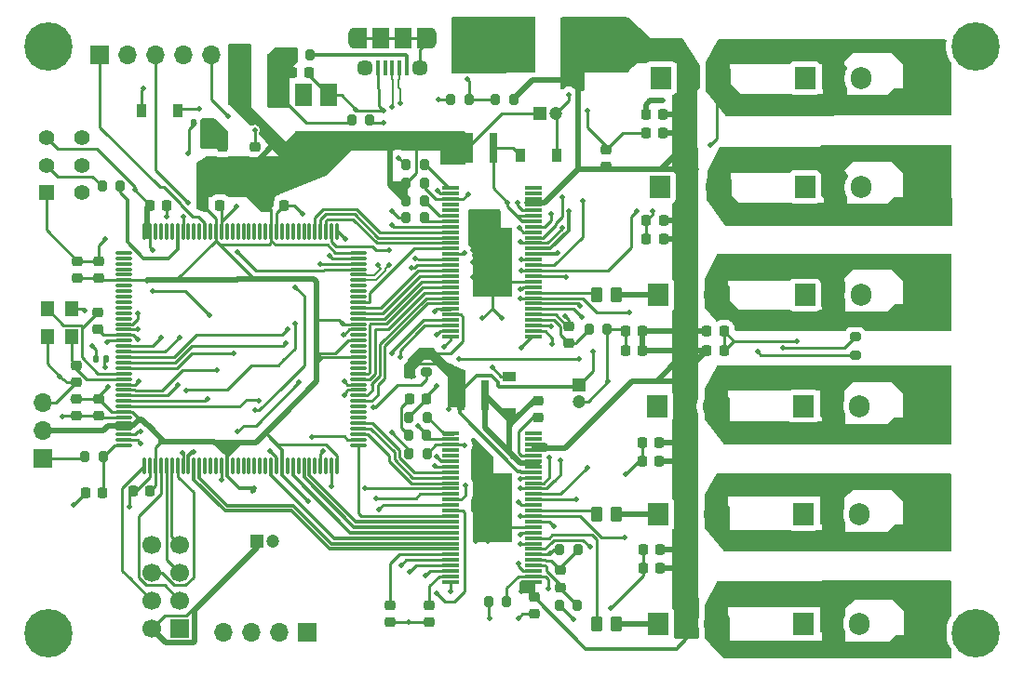
<source format=gbr>
%TF.GenerationSoftware,KiCad,Pcbnew,(6.0.10)*%
%TF.CreationDate,2023-01-28T14:49:12-05:00*%
%TF.ProjectId,electrium-esc,656c6563-7472-4697-956d-2d6573632e6b,rev?*%
%TF.SameCoordinates,Original*%
%TF.FileFunction,Copper,L1,Top*%
%TF.FilePolarity,Positive*%
%FSLAX46Y46*%
G04 Gerber Fmt 4.6, Leading zero omitted, Abs format (unit mm)*
G04 Created by KiCad (PCBNEW (6.0.10)) date 2023-01-28 14:49:12*
%MOMM*%
%LPD*%
G01*
G04 APERTURE LIST*
G04 Aperture macros list*
%AMRoundRect*
0 Rectangle with rounded corners*
0 $1 Rounding radius*
0 $2 $3 $4 $5 $6 $7 $8 $9 X,Y pos of 4 corners*
0 Add a 4 corners polygon primitive as box body*
4,1,4,$2,$3,$4,$5,$6,$7,$8,$9,$2,$3,0*
0 Add four circle primitives for the rounded corners*
1,1,$1+$1,$2,$3*
1,1,$1+$1,$4,$5*
1,1,$1+$1,$6,$7*
1,1,$1+$1,$8,$9*
0 Add four rect primitives between the rounded corners*
20,1,$1+$1,$2,$3,$4,$5,0*
20,1,$1+$1,$4,$5,$6,$7,0*
20,1,$1+$1,$6,$7,$8,$9,0*
20,1,$1+$1,$8,$9,$2,$3,0*%
G04 Aperture macros list end*
%TA.AperFunction,ComponentPad*%
%ADD10C,1.700000*%
%TD*%
%TA.AperFunction,ComponentPad*%
%ADD11R,1.700000X1.700000*%
%TD*%
%TA.AperFunction,SMDPad,CuDef*%
%ADD12R,3.600000X4.800000*%
%TD*%
%TA.AperFunction,ConnectorPad*%
%ADD13C,4.400000*%
%TD*%
%TA.AperFunction,ComponentPad*%
%ADD14C,2.600000*%
%TD*%
%TA.AperFunction,SMDPad,CuDef*%
%ADD15RoundRect,0.147500X-0.147500X-0.172500X0.147500X-0.172500X0.147500X0.172500X-0.147500X0.172500X0*%
%TD*%
%TA.AperFunction,SMDPad,CuDef*%
%ADD16RoundRect,0.147500X0.147500X0.172500X-0.147500X0.172500X-0.147500X-0.172500X0.147500X-0.172500X0*%
%TD*%
%TA.AperFunction,SMDPad,CuDef*%
%ADD17RoundRect,0.225000X0.250000X-0.225000X0.250000X0.225000X-0.250000X0.225000X-0.250000X-0.225000X0*%
%TD*%
%TA.AperFunction,SMDPad,CuDef*%
%ADD18RoundRect,0.225000X0.225000X0.250000X-0.225000X0.250000X-0.225000X-0.250000X0.225000X-0.250000X0*%
%TD*%
%TA.AperFunction,SMDPad,CuDef*%
%ADD19RoundRect,0.225000X-0.225000X-0.250000X0.225000X-0.250000X0.225000X0.250000X-0.225000X0.250000X0*%
%TD*%
%TA.AperFunction,SMDPad,CuDef*%
%ADD20RoundRect,0.200000X-0.200000X-0.275000X0.200000X-0.275000X0.200000X0.275000X-0.200000X0.275000X0*%
%TD*%
%TA.AperFunction,SMDPad,CuDef*%
%ADD21RoundRect,0.225000X-0.250000X0.225000X-0.250000X-0.225000X0.250000X-0.225000X0.250000X0.225000X0*%
%TD*%
%TA.AperFunction,SMDPad,CuDef*%
%ADD22R,1.200000X0.900000*%
%TD*%
%TA.AperFunction,SMDPad,CuDef*%
%ADD23R,1.200000X1.400000*%
%TD*%
%TA.AperFunction,ComponentPad*%
%ADD24O,1.905000X2.000000*%
%TD*%
%TA.AperFunction,ComponentPad*%
%ADD25R,1.905000X2.000000*%
%TD*%
%TA.AperFunction,SMDPad,CuDef*%
%ADD26RoundRect,0.200000X0.200000X0.275000X-0.200000X0.275000X-0.200000X-0.275000X0.200000X-0.275000X0*%
%TD*%
%TA.AperFunction,ComponentPad*%
%ADD27O,1.700000X1.700000*%
%TD*%
%TA.AperFunction,SMDPad,CuDef*%
%ADD28RoundRect,0.250000X0.262500X0.450000X-0.262500X0.450000X-0.262500X-0.450000X0.262500X-0.450000X0*%
%TD*%
%TA.AperFunction,SMDPad,CuDef*%
%ADD29RoundRect,0.200000X-0.275000X0.200000X-0.275000X-0.200000X0.275000X-0.200000X0.275000X0.200000X0*%
%TD*%
%TA.AperFunction,ComponentPad*%
%ADD30R,1.200000X1.200000*%
%TD*%
%TA.AperFunction,ComponentPad*%
%ADD31C,1.200000*%
%TD*%
%TA.AperFunction,SMDPad,CuDef*%
%ADD32R,0.900000X1.200000*%
%TD*%
%TA.AperFunction,SMDPad,CuDef*%
%ADD33R,1.550000X0.300000*%
%TD*%
%TA.AperFunction,SMDPad,CuDef*%
%ADD34R,3.610000X6.350000*%
%TD*%
%TA.AperFunction,ComponentPad*%
%ADD35R,1.400000X1.400000*%
%TD*%
%TA.AperFunction,ComponentPad*%
%ADD36C,1.400000*%
%TD*%
%TA.AperFunction,SMDPad,CuDef*%
%ADD37RoundRect,0.200000X0.275000X-0.200000X0.275000X0.200000X-0.275000X0.200000X-0.275000X-0.200000X0*%
%TD*%
%TA.AperFunction,SMDPad,CuDef*%
%ADD38R,1.500000X2.000000*%
%TD*%
%TA.AperFunction,SMDPad,CuDef*%
%ADD39R,3.800000X2.000000*%
%TD*%
%TA.AperFunction,ComponentPad*%
%ADD40O,0.950000X1.900000*%
%TD*%
%TA.AperFunction,SMDPad,CuDef*%
%ADD41R,1.200000X1.900000*%
%TD*%
%TA.AperFunction,SMDPad,CuDef*%
%ADD42R,1.500000X1.900000*%
%TD*%
%TA.AperFunction,SMDPad,CuDef*%
%ADD43R,0.400000X1.350000*%
%TD*%
%TA.AperFunction,ComponentPad*%
%ADD44C,1.450000*%
%TD*%
%TA.AperFunction,SMDPad,CuDef*%
%ADD45RoundRect,0.075000X-0.662500X-0.075000X0.662500X-0.075000X0.662500X0.075000X-0.662500X0.075000X0*%
%TD*%
%TA.AperFunction,SMDPad,CuDef*%
%ADD46RoundRect,0.075000X-0.075000X-0.662500X0.075000X-0.662500X0.075000X0.662500X-0.075000X0.662500X0*%
%TD*%
%TA.AperFunction,SMDPad,CuDef*%
%ADD47R,0.800000X2.700000*%
%TD*%
%TA.AperFunction,ViaPad*%
%ADD48C,0.500000*%
%TD*%
%TA.AperFunction,Conductor*%
%ADD49C,0.254000*%
%TD*%
%TA.AperFunction,Conductor*%
%ADD50C,0.500000*%
%TD*%
%TA.AperFunction,Conductor*%
%ADD51C,0.300000*%
%TD*%
%TA.AperFunction,Conductor*%
%ADD52C,0.200000*%
%TD*%
%TA.AperFunction,Conductor*%
%ADD53C,0.250000*%
%TD*%
G04 APERTURE END LIST*
D10*
%TO.P,U5,8,IRQ*%
%TO.N,unconnected-(U5-Pad8)*%
X115870000Y-94017000D03*
%TO.P,U5,7,MISO*%
%TO.N,/MCU (STM32F407ZGT6)/NRF_MISO*%
X118410000Y-94017000D03*
%TO.P,U5,6,MOSI*%
%TO.N,/MCU (STM32F407ZGT6)/NRF_MOSI*%
X115870000Y-96557000D03*
%TO.P,U5,5,SCK*%
%TO.N,/MCU (STM32F407ZGT6)/NRF_SCK*%
X118410000Y-96557000D03*
%TO.P,U5,4,~{CSN}*%
%TO.N,/MCU (STM32F407ZGT6)/NRF_CSN*%
X115870000Y-99097000D03*
%TO.P,U5,3,CE*%
%TO.N,/MCU (STM32F407ZGT6)/NRF_CE*%
X118410000Y-99097000D03*
%TO.P,U5,2,VCC*%
%TO.N,+3.3V*%
X115870000Y-101637000D03*
D11*
%TO.P,U5,1,GND*%
%TO.N,GND*%
X118410000Y-101637000D03*
%TD*%
D12*
%TO.P,TP1,1,1*%
%TO.N,/Motor Driver A (DRV8301)/H1_VS*%
X186355000Y-51562000D03*
%TD*%
D13*
%TO.P,REF\u002A\u002A,1*%
%TO.N,N/C*%
X190804800Y-48666400D03*
D14*
X190804800Y-48666400D03*
%TD*%
D13*
%TO.P,REF\u002A\u002A,1*%
%TO.N,N/C*%
X190804800Y-102057200D03*
D14*
X190804800Y-102057200D03*
%TD*%
D13*
%TO.P,asd,1*%
%TO.N,N/C*%
X106476800Y-102057200D03*
D14*
X106476800Y-102057200D03*
%TD*%
D13*
%TO.P,REF\u002A\u002A,1*%
%TO.N,N/C*%
X106476800Y-48666400D03*
D14*
X106476800Y-48666400D03*
%TD*%
D12*
%TO.P,TP3,1,1*%
%TO.N,/Motor Driver A (DRV8301)/H3_VS*%
X186355000Y-71374000D03*
%TD*%
D15*
%TO.P,D5,1,K*%
%TO.N,GND*%
X110767000Y-77089000D03*
%TO.P,D5,2,A*%
%TO.N,Net-(D5-Pad2)*%
X111737000Y-77089000D03*
%TD*%
D16*
%TO.P,D6,1,K*%
%TO.N,GND*%
X120627000Y-55626000D03*
%TO.P,D6,2,A*%
%TO.N,Net-(D6-Pad2)*%
X119657000Y-55626000D03*
%TD*%
D17*
%TO.P,C9,1*%
%TO.N,+3.3V*%
X109093000Y-69736000D03*
%TO.P,C9,2*%
%TO.N,GND*%
X109093000Y-68186000D03*
%TD*%
D18*
%TO.P,C28,1*%
%TO.N,V_SUPPLY*%
X162407600Y-66192400D03*
%TO.P,C28,2*%
%TO.N,GND*%
X160857600Y-66192400D03*
%TD*%
D19*
%TO.P,C17,1*%
%TO.N,+3.3V*%
X126352000Y-63119000D03*
%TO.P,C17,2*%
%TO.N,GND*%
X127902000Y-63119000D03*
%TD*%
D20*
%TO.P,R25,1*%
%TO.N,/Motor Driver B (DRV8301)/H3_LOW*%
X152972000Y-94488000D03*
%TO.P,R25,2*%
%TO.N,Net-(C64-Pad1)*%
X154622000Y-94488000D03*
%TD*%
D18*
%TO.P,C54,1*%
%TO.N,GND*%
X140856000Y-80772000D03*
%TO.P,C54,2*%
%TO.N,Net-(C54-Pad2)*%
X139306000Y-80772000D03*
%TD*%
D21*
%TO.P,C41,1*%
%TO.N,Net-(C41-Pad1)*%
X153797000Y-74142000D03*
%TO.P,C41,2*%
%TO.N,Net-(C41-Pad2)*%
X153797000Y-75692000D03*
%TD*%
D22*
%TO.P,D2,1,K*%
%TO.N,Net-(C57-Pad2)*%
X148336000Y-82041000D03*
%TO.P,D2,2,A*%
%TO.N,GND*%
X148336000Y-78741000D03*
%TD*%
D17*
%TO.P,C2,1*%
%TO.N,+3.3V*%
X110998000Y-69736000D03*
%TO.P,C2,2*%
%TO.N,GND*%
X110998000Y-68186000D03*
%TD*%
%TO.P,C66,1*%
%TO.N,GND*%
X137541000Y-101105000D03*
%TO.P,C66,2*%
%TO.N,/Motor Driver B (DRV8301)/DVDD*%
X137541000Y-99555000D03*
%TD*%
D23*
%TO.P,Y1,1,1*%
%TO.N,/MCU (STM32F407ZGT6)/HSE_IN*%
X106342000Y-72542400D03*
%TO.P,Y1,2,2*%
%TO.N,GND*%
X106342000Y-75082400D03*
%TO.P,Y1,3,3*%
%TO.N,/MCU (STM32F407ZGT6)/HSE_OUT*%
X108542000Y-75082400D03*
%TO.P,Y1,4,4*%
%TO.N,GND*%
X108542000Y-72542400D03*
%TD*%
D21*
%TO.P,C23,1*%
%TO.N,/MCU (STM32F407ZGT6)/HSE_IN*%
X110947200Y-72885000D03*
%TO.P,C23,2*%
%TO.N,GND*%
X110947200Y-74435000D03*
%TD*%
D24*
%TO.P,Q4,3,S*%
%TO.N,/Motor Driver A (DRV8301)/H1_LOW*%
X180340000Y-51562000D03*
%TO.P,Q4,2,D*%
%TO.N,/Motor Driver A (DRV8301)/H1_VS*%
X177800000Y-51562000D03*
D25*
%TO.P,Q4,1,G*%
%TO.N,Net-(Q4-Pad1)*%
X175260000Y-51562000D03*
%TD*%
D26*
%TO.P,R14,1*%
%TO.N,GND*%
X157289000Y-74422000D03*
%TO.P,R14,2*%
%TO.N,Net-(C41-Pad2)*%
X155639000Y-74422000D03*
%TD*%
D11*
%TO.P,J4,1,Pin_1*%
%TO.N,Net-(J4-Pad1)*%
X105968800Y-86192600D03*
D27*
%TO.P,J4,2,Pin_2*%
%TO.N,+3.3V*%
X105968800Y-83652600D03*
%TO.P,J4,3,Pin_3*%
%TO.N,GND*%
X105968800Y-81112600D03*
%TD*%
D20*
%TO.P,R20,1*%
%TO.N,GND*%
X139256000Y-82423000D03*
%TO.P,R20,2*%
%TO.N,Net-(R20-Pad2)*%
X140906000Y-82423000D03*
%TD*%
D12*
%TO.P,TP4,1,1*%
%TO.N,/Motor Driver B (DRV8301)/H1_VS*%
X186355000Y-81407000D03*
%TD*%
D28*
%TO.P,R36,1*%
%TO.N,Net-(Q3-Pad1)*%
X158138500Y-71303000D03*
%TO.P,R36,2*%
%TO.N,/Motor Driver A (DRV8301)/M_H3*%
X156313500Y-71303000D03*
%TD*%
D18*
%TO.P,C79,1*%
%TO.N,/MCU (STM32F407ZGT6)/SERVO*%
X111405000Y-89281000D03*
%TO.P,C79,2*%
%TO.N,GND*%
X109855000Y-89281000D03*
%TD*%
D17*
%TO.P,C57,1*%
%TO.N,Net-(C57-Pad1)*%
X151003000Y-82436000D03*
%TO.P,C57,2*%
%TO.N,Net-(C57-Pad2)*%
X151003000Y-80886000D03*
%TD*%
D20*
%TO.P,R4,1*%
%TO.N,GND*%
X139002000Y-59436000D03*
%TO.P,R4,2*%
%TO.N,Net-(R4-Pad2)*%
X140652000Y-59436000D03*
%TD*%
D29*
%TO.P,TH2,1*%
%TO.N,+3.3V*%
X140843000Y-76645000D03*
%TO.P,TH2,2*%
%TO.N,/MCU (STM32F407ZGT6)/TEMP_B*%
X140843000Y-78295000D03*
%TD*%
D20*
%TO.P,R32,1*%
%TO.N,GND*%
X146495000Y-99174000D03*
%TO.P,R32,2*%
%TO.N,Net-(C65-Pad2)*%
X148145000Y-99174000D03*
%TD*%
%TO.P,R3,1*%
%TO.N,+3.3V*%
X139002000Y-61087000D03*
%TO.P,R3,2*%
%TO.N,/Motor Driver A (DRV8301)/VSENSE*%
X140652000Y-61087000D03*
%TD*%
D26*
%TO.P,R62,1*%
%TO.N,/MCU (STM32F407ZGT6)/SERVO*%
X111442000Y-85979000D03*
%TO.P,R62,2*%
%TO.N,Net-(J4-Pad1)*%
X109792000Y-85979000D03*
%TD*%
D20*
%TO.P,R1,1*%
%TO.N,/MCU (STM32F407ZGT6)/SW_BOOT0*%
X111341400Y-61366400D03*
%TO.P,R1,2*%
%TO.N,/MCU (STM32F407ZGT6)/BOOT0*%
X112991400Y-61366400D03*
%TD*%
%TO.P,R54,1*%
%TO.N,+5V*%
X128588000Y-49403000D03*
%TO.P,R54,2*%
%TO.N,Net-(J2-Pad1)*%
X130238000Y-49403000D03*
%TD*%
%TO.P,R30,1*%
%TO.N,GND*%
X152909000Y-99568000D03*
%TO.P,R30,2*%
%TO.N,Net-(C64-Pad2)*%
X154559000Y-99568000D03*
%TD*%
D24*
%TO.P,Q5,3,S*%
%TO.N,GND*%
X180340000Y-61468000D03*
%TO.P,Q5,2,D*%
%TO.N,/Motor Driver A (DRV8301)/H2_VS*%
X177800000Y-61468000D03*
D25*
%TO.P,Q5,1,G*%
%TO.N,Net-(Q5-Pad1)*%
X175260000Y-61468000D03*
%TD*%
D19*
%TO.P,C19,1*%
%TO.N,+3.3V*%
X115684000Y-63119000D03*
%TO.P,C19,2*%
%TO.N,GND*%
X117234000Y-63119000D03*
%TD*%
D30*
%TO.P,C58,1*%
%TO.N,+3.3V*%
X154686000Y-79502000D03*
D31*
%TO.P,C58,2*%
%TO.N,GND*%
X154686000Y-81002000D03*
%TD*%
D32*
%TO.P,D1,1,K*%
%TO.N,Net-(C34-Pad2)*%
X149353000Y-58547000D03*
%TO.P,D1,2,A*%
%TO.N,GND*%
X152653000Y-58547000D03*
%TD*%
D24*
%TO.P,Q1,3,S*%
%TO.N,/Motor Driver A (DRV8301)/H1_VS*%
X167259000Y-51562000D03*
%TO.P,Q1,2,D*%
%TO.N,V_SUPPLY*%
X164719000Y-51562000D03*
D25*
%TO.P,Q1,1,G*%
%TO.N,Net-(Q1-Pad1)*%
X162179000Y-51562000D03*
%TD*%
D17*
%TO.P,C56,1*%
%TO.N,GND*%
X150622000Y-100343000D03*
%TO.P,C56,2*%
%TO.N,V_SUPPLY*%
X150622000Y-98793000D03*
%TD*%
D21*
%TO.P,C10,1*%
%TO.N,+3.3V*%
X108966000Y-80759000D03*
%TO.P,C10,2*%
%TO.N,GND*%
X108966000Y-82309000D03*
%TD*%
D18*
%TO.P,C53,1*%
%TO.N,V_SUPPLY*%
X162102800Y-96164400D03*
%TO.P,C53,2*%
%TO.N,GND*%
X160552800Y-96164400D03*
%TD*%
D17*
%TO.P,C7,2*%
%TO.N,GND*%
X122301000Y-57772000D03*
%TO.P,C7,1*%
%TO.N,+3.3V*%
X122301000Y-59322000D03*
%TD*%
D18*
%TO.P,C29,2*%
%TO.N,GND*%
X158940200Y-74574400D03*
%TO.P,C29,1*%
%TO.N,V_SUPPLY*%
X160490200Y-74574400D03*
%TD*%
D21*
%TO.P,C64,1*%
%TO.N,Net-(C64-Pad1)*%
X153035000Y-96367000D03*
%TO.P,C64,2*%
%TO.N,Net-(C64-Pad2)*%
X153035000Y-97917000D03*
%TD*%
D19*
%TO.P,C48,1*%
%TO.N,V_SUPPLY*%
X166344000Y-76352400D03*
%TO.P,C48,2*%
%TO.N,GND*%
X167894000Y-76352400D03*
%TD*%
D32*
%TO.P,D3,1,K*%
%TO.N,/AN_IN*%
X118236000Y-54483000D03*
%TO.P,D3,2,A*%
%TO.N,GND*%
X114936000Y-54483000D03*
%TD*%
D30*
%TO.P,C75,1*%
%TO.N,+3.3V*%
X125388401Y-93726000D03*
D31*
%TO.P,C75,2*%
%TO.N,GND*%
X126888401Y-93726000D03*
%TD*%
D20*
%TO.P,R7,1*%
%TO.N,GND*%
X139002000Y-64262000D03*
%TO.P,R7,2*%
%TO.N,/Motor Driver A (DRV8301)/DTC*%
X140652000Y-64262000D03*
%TD*%
D18*
%TO.P,C52,1*%
%TO.N,V_SUPPLY*%
X162102800Y-94513400D03*
%TO.P,C52,2*%
%TO.N,GND*%
X160552800Y-94513400D03*
%TD*%
D33*
%TO.P,U3,1,RT_CLK*%
%TO.N,Net-(R20-Pad2)*%
X143062000Y-83928000D03*
%TO.P,U3,2,COMP*%
%TO.N,/Motor Driver B (DRV8301)/COMP*%
X143062000Y-84428000D03*
%TO.P,U3,3,VSENSE*%
%TO.N,/Motor Driver B (DRV8301)/VSENSE*%
X143062000Y-84928000D03*
%TO.P,U3,4,PWRGD*%
%TO.N,unconnected-(U3-Pad4)*%
X143062000Y-85428000D03*
%TO.P,U3,5,N_OCTW*%
%TO.N,unconnected-(U3-Pad5)*%
X143062000Y-85928000D03*
%TO.P,U3,6,N_FAULT*%
%TO.N,/Motor Driver B (DRV8301)/NFAULT*%
X143062000Y-86428000D03*
%TO.P,U3,7,DTC*%
%TO.N,/Motor Driver B (DRV8301)/DTC*%
X143062000Y-86928000D03*
%TO.P,U3,8,N_SCS*%
%TO.N,/MCU (STM32F407ZGT6)/CS_B*%
X143062000Y-87428000D03*
%TO.P,U3,9,SDI*%
%TO.N,/MCU (STM32F407ZGT6)/MOSI_B*%
X143062000Y-87928000D03*
%TO.P,U3,10,SDO*%
%TO.N,/MCU (STM32F407ZGT6)/MISO_B*%
X143062000Y-88428000D03*
%TO.P,U3,11,SCLK*%
%TO.N,/MCU (STM32F407ZGT6)/SCK_B*%
X143062000Y-88928000D03*
%TO.P,U3,12,DC_CAL*%
%TO.N,/MCU (STM32F407ZGT6)/DC_CAL_B*%
X143062000Y-89428000D03*
%TO.P,U3,13,GVDD*%
%TO.N,/Motor Driver B (DRV8301)/GVDD*%
X143062000Y-89928000D03*
%TO.P,U3,14,CP1*%
%TO.N,Net-(C62-Pad2)*%
X143062000Y-90428000D03*
%TO.P,U3,15,CP2*%
%TO.N,Net-(C62-Pad1)*%
X143062000Y-90928000D03*
%TO.P,U3,16,EN_GATE*%
%TO.N,/MCU (STM32F407ZGT6)/EN_GATE_B*%
X143062000Y-91428000D03*
%TO.P,U3,17,INH_A*%
%TO.N,/MCU (STM32F407ZGT6)/H1_B*%
X143062000Y-91928000D03*
%TO.P,U3,18,INL_A*%
%TO.N,/MCU (STM32F407ZGT6)/L1_B*%
X143062000Y-92428000D03*
%TO.P,U3,19,INH_B*%
%TO.N,/MCU (STM32F407ZGT6)/H2_B*%
X143062000Y-92928000D03*
%TO.P,U3,20,INL_B*%
%TO.N,/MCU (STM32F407ZGT6)/L2_B*%
X143062000Y-93428000D03*
%TO.P,U3,21,INH_C*%
%TO.N,/MCU (STM32F407ZGT6)/L3_B*%
X143062000Y-93928000D03*
%TO.P,U3,22,INL_C*%
%TO.N,/MCU (STM32F407ZGT6)/H3_B*%
X143062000Y-94428000D03*
%TO.P,U3,23,DVDD*%
%TO.N,/Motor Driver B (DRV8301)/DVDD*%
X143062000Y-94928000D03*
%TO.P,U3,24,REF*%
%TO.N,+3.3V*%
X143062000Y-95428000D03*
%TO.P,U3,25,SO1*%
%TO.N,/MCU (STM32F407ZGT6)/BR_SO1_B*%
X143062000Y-95928000D03*
%TO.P,U3,26,SO2*%
%TO.N,/MCU (STM32F407ZGT6)/BR_SO2_B*%
X143062000Y-96428000D03*
%TO.P,U3,27,AVDD*%
%TO.N,/Motor Driver B (DRV8301)/AVDD*%
X143062000Y-96928000D03*
%TO.P,U3,28,AGND*%
%TO.N,GND*%
X143062000Y-97428000D03*
%TO.P,U3,29,PVDD1*%
%TO.N,V_SUPPLY*%
X150562000Y-97428000D03*
%TO.P,U3,30,SP2*%
%TO.N,Net-(C65-Pad2)*%
X150562000Y-96928000D03*
%TO.P,U3,31,SN2*%
%TO.N,Net-(C65-Pad1)*%
X150562000Y-96428000D03*
%TO.P,U3,32,SP1*%
%TO.N,Net-(C64-Pad2)*%
X150562000Y-95928000D03*
%TO.P,U3,33,SN1*%
%TO.N,Net-(C64-Pad1)*%
X150562000Y-95428000D03*
%TO.P,U3,34,SL_C*%
%TO.N,/Motor Driver B (DRV8301)/H3_LOW*%
X150562000Y-94928000D03*
%TO.P,U3,35,GL_C*%
%TO.N,/Motor Driver B (DRV8301)/M_L3*%
X150562000Y-94428000D03*
%TO.P,U3,36,SH_C*%
%TO.N,/Motor Driver B (DRV8301)/H3_VS*%
X150562000Y-93928000D03*
%TO.P,U3,37,GH_C*%
%TO.N,/Motor Driver B (DRV8301)/M_H3*%
X150562000Y-93428000D03*
%TO.P,U3,38,BST_C*%
%TO.N,Net-(C63-Pad1)*%
X150562000Y-92928000D03*
%TO.P,U3,39,SL_B*%
%TO.N,GND*%
X150562000Y-92428000D03*
%TO.P,U3,40,GL_B*%
%TO.N,/Motor Driver B (DRV8301)/M_L2*%
X150562000Y-91928000D03*
%TO.P,U3,41,SH_B*%
%TO.N,/Motor Driver B (DRV8301)/H2_VS*%
X150562000Y-91428000D03*
%TO.P,U3,42,GH_B*%
%TO.N,/Motor Driver B (DRV8301)/M_H2*%
X150562000Y-90928000D03*
%TO.P,U3,43,BST_B*%
%TO.N,Net-(C61-Pad1)*%
X150562000Y-90428000D03*
%TO.P,U3,44,SL_A*%
%TO.N,/Motor Driver B (DRV8301)/H1_LOW*%
X150562000Y-89928000D03*
%TO.P,U3,45,GL_A*%
%TO.N,/Motor Driver B (DRV8301)/M_L1*%
X150562000Y-89428000D03*
%TO.P,U3,46,SH_A*%
%TO.N,/Motor Driver B (DRV8301)/H1_VS*%
X150562000Y-88928000D03*
%TO.P,U3,47,GH_A*%
%TO.N,/Motor Driver B (DRV8301)/M_H1*%
X150562000Y-88428000D03*
%TO.P,U3,48,BST_A*%
%TO.N,Net-(C59-Pad1)*%
X150562000Y-87928000D03*
%TO.P,U3,49,VDD_SPI*%
%TO.N,+3.3V*%
X150562000Y-87428000D03*
%TO.P,U3,50,PH_1*%
%TO.N,Net-(C57-Pad2)*%
X150562000Y-86928000D03*
%TO.P,U3,51,PH_2*%
X150562000Y-86428000D03*
%TO.P,U3,52,BST_BK*%
%TO.N,Net-(C57-Pad1)*%
X150562000Y-85928000D03*
%TO.P,U3,53,PVDD2_1*%
%TO.N,V_SUPPLY*%
X150562000Y-85428000D03*
%TO.P,U3,54,PVDD2_2*%
X150562000Y-84928000D03*
%TO.P,U3,55,EN_BUCK*%
%TO.N,unconnected-(U3-Pad55)*%
X150562000Y-84428000D03*
%TO.P,U3,56,SS_TR*%
%TO.N,unconnected-(U3-Pad56)*%
X150562000Y-83928000D03*
D34*
%TO.P,U3,57,EP*%
%TO.N,GND*%
X146812000Y-90678000D03*
%TD*%
D28*
%TO.P,R45,1*%
%TO.N,Net-(Q9-Pad1)*%
X158138500Y-101219000D03*
%TO.P,R45,2*%
%TO.N,/Motor Driver B (DRV8301)/M_H3*%
X156313500Y-101219000D03*
%TD*%
D24*
%TO.P,Q8,3,S*%
%TO.N,/Motor Driver B (DRV8301)/H2_VS*%
X167005000Y-91257000D03*
%TO.P,Q8,2,D*%
%TO.N,V_SUPPLY*%
X164465000Y-91257000D03*
D25*
%TO.P,Q8,1,G*%
%TO.N,Net-(Q8-Pad1)*%
X161925000Y-91257000D03*
%TD*%
D18*
%TO.P,C45,1*%
%TO.N,V_SUPPLY*%
X162407600Y-64541400D03*
%TO.P,C45,2*%
%TO.N,GND*%
X160857600Y-64541400D03*
%TD*%
%TO.P,C50,1*%
%TO.N,V_SUPPLY*%
X162001200Y-84759800D03*
%TO.P,C50,2*%
%TO.N,GND*%
X160451200Y-84759800D03*
%TD*%
%TO.P,C5,1*%
%TO.N,+3.3V*%
X115697000Y-89154000D03*
%TO.P,C5,2*%
%TO.N,GND*%
X114147000Y-89154000D03*
%TD*%
D11*
%TO.P,J5,1,Pin_1*%
%TO.N,+3.3V*%
X130038000Y-101981000D03*
D27*
%TO.P,J5,2,Pin_2*%
%TO.N,Net-(J5-Pad2)*%
X127498000Y-101981000D03*
%TO.P,J5,3,Pin_3*%
%TO.N,Net-(J5-Pad3)*%
X124958000Y-101981000D03*
%TO.P,J5,4,Pin_4*%
%TO.N,GND*%
X122418000Y-101981000D03*
%TD*%
D12*
%TO.P,TP6,1,1*%
%TO.N,/Motor Driver B (DRV8301)/H3_VS*%
X186355000Y-101219000D03*
%TD*%
D11*
%TO.P,J1,1,Pin_1*%
%TO.N,/MCU (STM32F407ZGT6)/SWO*%
X111125000Y-49403000D03*
D27*
%TO.P,J1,2,Pin_2*%
%TO.N,NRST*%
X113665000Y-49403000D03*
%TO.P,J1,3,Pin_3*%
%TO.N,SWDIO*%
X116205000Y-49403000D03*
%TO.P,J1,4,Pin_4*%
%TO.N,GND*%
X118745000Y-49403000D03*
%TO.P,J1,5,Pin_5*%
%TO.N,SWCLK*%
X121285000Y-49403000D03*
%TO.P,J1,6,Pin_6*%
%TO.N,+3.3V*%
X123825000Y-49403000D03*
%TD*%
D17*
%TO.P,C1,1*%
%TO.N,+3.3V*%
X125222000Y-59322000D03*
%TO.P,C1,2*%
%TO.N,GND*%
X125222000Y-57772000D03*
%TD*%
D21*
%TO.P,C67,1*%
%TO.N,/Motor Driver B (DRV8301)/AVDD*%
X141097000Y-99568004D03*
%TO.P,C67,2*%
%TO.N,GND*%
X141097000Y-101118004D03*
%TD*%
D30*
%TO.P,C35,1*%
%TO.N,+3.3V*%
X151130000Y-54737000D03*
D31*
%TO.P,C35,2*%
%TO.N,GND*%
X152630000Y-54737000D03*
%TD*%
D28*
%TO.P,R44,1*%
%TO.N,Net-(Q8-Pad1)*%
X158138500Y-91257000D03*
%TO.P,R44,2*%
%TO.N,/Motor Driver B (DRV8301)/M_H2*%
X156313500Y-91257000D03*
%TD*%
D20*
%TO.P,R6,1*%
%TO.N,+3.3V*%
X139002000Y-62738000D03*
%TO.P,R6,2*%
%TO.N,/Motor Driver A (DRV8301)/NFAULT*%
X140652000Y-62738000D03*
%TD*%
D12*
%TO.P,TP2,1,1*%
%TO.N,/Motor Driver A (DRV8301)/H2_VS*%
X186355000Y-61468000D03*
%TD*%
D19*
%TO.P,C49,1*%
%TO.N,V_SUPPLY*%
X166344000Y-74574400D03*
%TO.P,C49,2*%
%TO.N,GND*%
X167894000Y-74574400D03*
%TD*%
D18*
%TO.P,C6,1*%
%TO.N,GND*%
X130162600Y-51054000D03*
%TO.P,C6,2*%
%TO.N,+5V*%
X128612600Y-51054000D03*
%TD*%
D24*
%TO.P,Q11,3,S*%
%TO.N,GND*%
X180213000Y-91242000D03*
%TO.P,Q11,2,D*%
%TO.N,/Motor Driver B (DRV8301)/H2_VS*%
X177673000Y-91242000D03*
D25*
%TO.P,Q11,1,G*%
%TO.N,Net-(Q11-Pad1)*%
X175133000Y-91242000D03*
%TD*%
D33*
%TO.P,U2,1,RT_CLK*%
%TO.N,Net-(R4-Pad2)*%
X143062000Y-61576000D03*
%TO.P,U2,2,COMP*%
%TO.N,/Motor Driver A (DRV8301)/COMP*%
X143062000Y-62076000D03*
%TO.P,U2,3,VSENSE*%
%TO.N,/Motor Driver A (DRV8301)/VSENSE*%
X143062000Y-62576000D03*
%TO.P,U2,4,PWRGD*%
%TO.N,unconnected-(U2-Pad4)*%
X143062000Y-63076000D03*
%TO.P,U2,5,N_OCTW*%
%TO.N,unconnected-(U2-Pad5)*%
X143062000Y-63576000D03*
%TO.P,U2,6,N_FAULT*%
%TO.N,/Motor Driver A (DRV8301)/NFAULT*%
X143062000Y-64076000D03*
%TO.P,U2,7,DTC*%
%TO.N,/Motor Driver A (DRV8301)/DTC*%
X143062000Y-64576000D03*
%TO.P,U2,8,N_SCS*%
%TO.N,/MCU (STM32F407ZGT6)/CS_A*%
X143062000Y-65076000D03*
%TO.P,U2,9,SDI*%
%TO.N,/MCU (STM32F407ZGT6)/MOSI_A*%
X143062000Y-65576000D03*
%TO.P,U2,10,SDO*%
%TO.N,/MCU (STM32F407ZGT6)/MISO_A*%
X143062000Y-66076000D03*
%TO.P,U2,11,SCLK*%
%TO.N,/MCU (STM32F407ZGT6)/SCK_A*%
X143062000Y-66576000D03*
%TO.P,U2,12,DC_CAL*%
%TO.N,/MCU (STM32F407ZGT6)/DC_CAL_A*%
X143062000Y-67076000D03*
%TO.P,U2,13,GVDD*%
%TO.N,/Motor Driver A (DRV8301)/GVDD*%
X143062000Y-67576000D03*
%TO.P,U2,14,CP1*%
%TO.N,Net-(C39-Pad2)*%
X143062000Y-68076000D03*
%TO.P,U2,15,CP2*%
%TO.N,Net-(C39-Pad1)*%
X143062000Y-68576000D03*
%TO.P,U2,16,EN_GATE*%
%TO.N,/MCU (STM32F407ZGT6)/EN_GATE_A*%
X143062000Y-69076000D03*
%TO.P,U2,17,INH_A*%
%TO.N,/MCU (STM32F407ZGT6)/H1_A*%
X143062000Y-69576000D03*
%TO.P,U2,18,INL_A*%
%TO.N,/MCU (STM32F407ZGT6)/L1_A*%
X143062000Y-70076000D03*
%TO.P,U2,19,INH_B*%
%TO.N,/MCU (STM32F407ZGT6)/H2_A*%
X143062000Y-70576000D03*
%TO.P,U2,20,INL_B*%
%TO.N,/MCU (STM32F407ZGT6)/L2_A*%
X143062000Y-71076000D03*
%TO.P,U2,21,INH_C*%
%TO.N,/MCU (STM32F407ZGT6)/H3_A*%
X143062000Y-71576000D03*
%TO.P,U2,22,INL_C*%
%TO.N,/MCU (STM32F407ZGT6)/L3_A*%
X143062000Y-72076000D03*
%TO.P,U2,23,DVDD*%
%TO.N,/Motor Driver A (DRV8301)/DVDD*%
X143062000Y-72576000D03*
%TO.P,U2,24,REF*%
%TO.N,+3.3V*%
X143062000Y-73076000D03*
%TO.P,U2,25,SO1*%
%TO.N,/MCU (STM32F407ZGT6)/BR_SO1_A*%
X143062000Y-73576000D03*
%TO.P,U2,26,SO2*%
%TO.N,/MCU (STM32F407ZGT6)/BR_SO2_A*%
X143062000Y-74076000D03*
%TO.P,U2,27,AVDD*%
%TO.N,/Motor Driver A (DRV8301)/AVDD*%
X143062000Y-74576000D03*
%TO.P,U2,28,AGND*%
%TO.N,GND*%
X143062000Y-75076000D03*
%TO.P,U2,29,PVDD1*%
%TO.N,V_SUPPLY*%
X150562000Y-75076000D03*
%TO.P,U2,30,SP2*%
%TO.N,Net-(C42-Pad2)*%
X150562000Y-74576000D03*
%TO.P,U2,31,SN2*%
%TO.N,Net-(C42-Pad1)*%
X150562000Y-74076000D03*
%TO.P,U2,32,SP1*%
%TO.N,Net-(C41-Pad2)*%
X150562000Y-73576000D03*
%TO.P,U2,33,SN1*%
%TO.N,Net-(C41-Pad1)*%
X150562000Y-73076000D03*
%TO.P,U2,34,SL_C*%
%TO.N,/Motor Driver A (DRV8301)/H3_LOW*%
X150562000Y-72576000D03*
%TO.P,U2,35,GL_C*%
%TO.N,/Motor Driver A (DRV8301)/M_L3*%
X150562000Y-72076000D03*
%TO.P,U2,36,SH_C*%
%TO.N,/Motor Driver A (DRV8301)/H3_VS*%
X150562000Y-71576000D03*
%TO.P,U2,37,GH_C*%
%TO.N,/Motor Driver A (DRV8301)/M_H3*%
X150562000Y-71076000D03*
%TO.P,U2,38,BST_C*%
%TO.N,Net-(C40-Pad1)*%
X150562000Y-70576000D03*
%TO.P,U2,39,SL_B*%
%TO.N,GND*%
X150562000Y-70076000D03*
%TO.P,U2,40,GL_B*%
%TO.N,/Motor Driver A (DRV8301)/M_L2*%
X150562000Y-69576000D03*
%TO.P,U2,41,SH_B*%
%TO.N,/Motor Driver A (DRV8301)/H2_VS*%
X150562000Y-69076000D03*
%TO.P,U2,42,GH_B*%
%TO.N,/Motor Driver A (DRV8301)/M_H2*%
X150562000Y-68576000D03*
%TO.P,U2,43,BST_B*%
%TO.N,Net-(C38-Pad1)*%
X150562000Y-68076000D03*
%TO.P,U2,44,SL_A*%
%TO.N,/Motor Driver A (DRV8301)/H1_LOW*%
X150562000Y-67576000D03*
%TO.P,U2,45,GL_A*%
%TO.N,/Motor Driver A (DRV8301)/M_L1*%
X150562000Y-67076000D03*
%TO.P,U2,46,SH_A*%
%TO.N,/Motor Driver A (DRV8301)/H1_VS*%
X150562000Y-66576000D03*
%TO.P,U2,47,GH_A*%
%TO.N,/Motor Driver A (DRV8301)/M_H1*%
X150562000Y-66076000D03*
%TO.P,U2,48,BST_A*%
%TO.N,Net-(C36-Pad1)*%
X150562000Y-65576000D03*
%TO.P,U2,49,VDD_SPI*%
%TO.N,+3.3V*%
X150562000Y-65076000D03*
%TO.P,U2,50,PH_1*%
%TO.N,Net-(C34-Pad2)*%
X150562000Y-64576000D03*
%TO.P,U2,51,PH_2*%
X150562000Y-64076000D03*
%TO.P,U2,52,BST_BK*%
%TO.N,Net-(C34-Pad1)*%
X150562000Y-63576000D03*
%TO.P,U2,53,PVDD2_1*%
%TO.N,V_SUPPLY*%
X150562000Y-63076000D03*
%TO.P,U2,54,PVDD2_2*%
X150562000Y-62576000D03*
%TO.P,U2,55,EN_BUCK*%
%TO.N,unconnected-(U2-Pad55)*%
X150562000Y-62076000D03*
%TO.P,U2,56,SS_TR*%
%TO.N,unconnected-(U2-Pad56)*%
X150562000Y-61576000D03*
D34*
%TO.P,U2,57,EP*%
%TO.N,GND*%
X146812000Y-68326000D03*
%TD*%
D24*
%TO.P,Q9,3,S*%
%TO.N,/Motor Driver B (DRV8301)/H3_VS*%
X167005000Y-101219000D03*
%TO.P,Q9,2,D*%
%TO.N,V_SUPPLY*%
X164465000Y-101219000D03*
D25*
%TO.P,Q9,1,G*%
%TO.N,Net-(Q9-Pad1)*%
X161925000Y-101219000D03*
%TD*%
D26*
%TO.P,R18,1*%
%TO.N,/Motor Driver B (DRV8301)/COMP*%
X140843000Y-84074000D03*
%TO.P,R18,2*%
%TO.N,Net-(C54-Pad2)*%
X139193000Y-84074000D03*
%TD*%
D19*
%TO.P,C18,1*%
%TO.N,+3.3V*%
X120510000Y-63119000D03*
%TO.P,C18,2*%
%TO.N,GND*%
X122060000Y-63119000D03*
%TD*%
D12*
%TO.P,TP5,1,1*%
%TO.N,/Motor Driver B (DRV8301)/H2_VS*%
X186355000Y-91186000D03*
%TD*%
D24*
%TO.P,Q7,3,S*%
%TO.N,/Motor Driver B (DRV8301)/H1_VS*%
X166878000Y-81407000D03*
%TO.P,Q7,2,D*%
%TO.N,V_SUPPLY*%
X164338000Y-81407000D03*
D25*
%TO.P,Q7,1,G*%
%TO.N,Net-(Q7-Pad1)*%
X161798000Y-81407000D03*
%TD*%
D26*
%TO.P,R57,1*%
%TO.N,/MCU (STM32F407ZGT6)/USB_D+*%
X135699000Y-55372000D03*
%TO.P,R57,2*%
%TO.N,+5V*%
X134049000Y-55372000D03*
%TD*%
D35*
%TO.P,SW1,1,A*%
%TO.N,GND*%
X106249200Y-61970500D03*
D36*
%TO.P,SW1,2,B*%
%TO.N,/MCU (STM32F407ZGT6)/SW_BOOT0*%
X106249200Y-59470500D03*
%TO.P,SW1,3,C*%
%TO.N,+3.3V*%
X106249200Y-56970500D03*
%TO.P,SW1,4*%
%TO.N,N/C*%
X109549200Y-61970500D03*
%TO.P,SW1,5*%
X109549200Y-59470500D03*
%TO.P,SW1,6*%
X109549200Y-56970500D03*
%TD*%
D21*
%TO.P,C4,1*%
%TO.N,+3.3V*%
X110998000Y-80759000D03*
%TO.P,C4,2*%
%TO.N,GND*%
X110998000Y-82309000D03*
%TD*%
D18*
%TO.P,C47,1*%
%TO.N,V_SUPPLY*%
X162356800Y-56540400D03*
%TO.P,C47,2*%
%TO.N,GND*%
X160806800Y-56540400D03*
%TD*%
D20*
%TO.P,R53,1*%
%TO.N,/AN_IN*%
X147104600Y-53492400D03*
%TO.P,R53,2*%
%TO.N,V_SUPPLY*%
X148754600Y-53492400D03*
%TD*%
D26*
%TO.P,R21,1*%
%TO.N,/Motor Driver B (DRV8301)/VSENSE*%
X140880600Y-85725000D03*
%TO.P,R21,2*%
%TO.N,GND*%
X139230600Y-85725000D03*
%TD*%
D21*
%TO.P,C33,1*%
%TO.N,GND*%
X157175200Y-58026000D03*
%TO.P,C33,2*%
%TO.N,V_SUPPLY*%
X157175200Y-59576000D03*
%TD*%
D18*
%TO.P,C30,2*%
%TO.N,GND*%
X158940200Y-76352400D03*
%TO.P,C30,1*%
%TO.N,V_SUPPLY*%
X160490200Y-76352400D03*
%TD*%
D37*
%TO.P,TH1,1*%
%TO.N,+3.3V*%
X179832000Y-76771000D03*
%TO.P,TH1,2*%
%TO.N,/MCU (STM32F407ZGT6)/TEMP_A*%
X179832000Y-75121000D03*
%TD*%
D21*
%TO.P,C24,1*%
%TO.N,/MCU (STM32F407ZGT6)/HSE_OUT*%
X108966000Y-77711000D03*
%TO.P,C24,2*%
%TO.N,GND*%
X108966000Y-79261000D03*
%TD*%
D24*
%TO.P,Q6,3,S*%
%TO.N,/Motor Driver A (DRV8301)/H3_LOW*%
X180340000Y-71303000D03*
%TO.P,Q6,2,D*%
%TO.N,/Motor Driver A (DRV8301)/H3_VS*%
X177800000Y-71303000D03*
D25*
%TO.P,Q6,1,G*%
%TO.N,Net-(Q6-Pad1)*%
X175260000Y-71303000D03*
%TD*%
D38*
%TO.P,PS1,1,GND*%
%TO.N,GND*%
X131967000Y-53111000D03*
%TO.P,PS1,2,VOUT_1*%
%TO.N,unconnected-(PS1-Pad2)*%
X129667000Y-53111000D03*
%TO.P,PS1,3,VIN*%
%TO.N,+5V*%
X127367000Y-53111000D03*
D39*
%TO.P,PS1,4,VOUT_2*%
%TO.N,+3.3V*%
X129667000Y-59411000D03*
%TD*%
D40*
%TO.P,J2,SH8,SHIELD*%
%TO.N,unconnected-(J2-PadSH1)*%
X134218800Y-47910000D03*
%TO.P,J2,SH3,SHIELD*%
X141218800Y-47910000D03*
D41*
%TO.P,J2,SH7,SHIELD*%
X134818800Y-47910000D03*
%TO.P,J2,SH4,SHIELD*%
X140618800Y-47910000D03*
D42*
%TO.P,J2,SH6,SHIELD*%
X136718800Y-47910000D03*
%TO.P,J2,SH5,SHIELD*%
X138718800Y-47910000D03*
D43*
%TO.P,J2,5,5*%
%TO.N,GND*%
X136418800Y-50610000D03*
%TO.P,J2,4,4*%
%TO.N,unconnected-(J2-Pad4)*%
X137068800Y-50610000D03*
%TO.P,J2,3,3*%
%TO.N,/USB_D+*%
X137718800Y-50610000D03*
%TO.P,J2,2,2*%
%TO.N,/USB_D-*%
X138368800Y-50610000D03*
%TO.P,J2,1,1*%
%TO.N,Net-(J2-Pad1)*%
X139018800Y-50610000D03*
D44*
%TO.P,J2,SH2,SHIELD*%
%TO.N,unconnected-(J2-PadSH1)*%
X135218800Y-50610000D03*
%TO.P,J2,SH1,SHIELD*%
X140218800Y-50610000D03*
%TD*%
D24*
%TO.P,Q10,3,S*%
%TO.N,/Motor Driver B (DRV8301)/H1_LOW*%
X180213000Y-81407000D03*
%TO.P,Q10,2,D*%
%TO.N,/Motor Driver B (DRV8301)/H1_VS*%
X177673000Y-81407000D03*
D25*
%TO.P,Q10,1,G*%
%TO.N,Net-(Q10-Pad1)*%
X175133000Y-81407000D03*
%TD*%
D24*
%TO.P,Q2,3,S*%
%TO.N,/Motor Driver A (DRV8301)/H2_VS*%
X167132000Y-61468000D03*
%TO.P,Q2,2,D*%
%TO.N,V_SUPPLY*%
X164592000Y-61468000D03*
D25*
%TO.P,Q2,1,G*%
%TO.N,Net-(Q2-Pad1)*%
X162052000Y-61468000D03*
%TD*%
D24*
%TO.P,Q3,3,S*%
%TO.N,/Motor Driver A (DRV8301)/H3_VS*%
X167005000Y-71303000D03*
%TO.P,Q3,2,D*%
%TO.N,V_SUPPLY*%
X164465000Y-71303000D03*
D25*
%TO.P,Q3,1,G*%
%TO.N,Net-(Q3-Pad1)*%
X161925000Y-71303000D03*
%TD*%
D24*
%TO.P,Q12,3,S*%
%TO.N,/Motor Driver B (DRV8301)/H3_LOW*%
X180213000Y-101219000D03*
%TO.P,Q12,2,D*%
%TO.N,/Motor Driver B (DRV8301)/H3_VS*%
X177673000Y-101219000D03*
D25*
%TO.P,Q12,1,G*%
%TO.N,Net-(Q12-Pad1)*%
X175133000Y-101219000D03*
%TD*%
D45*
%TO.P,U1,1,PE2*%
%TO.N,unconnected-(U1-Pad1)*%
X113289500Y-67450000D03*
%TO.P,U1,2,PE3*%
%TO.N,unconnected-(U1-Pad2)*%
X113289500Y-67950000D03*
%TO.P,U1,3,PE4*%
%TO.N,unconnected-(U1-Pad3)*%
X113289500Y-68450000D03*
%TO.P,U1,4,PE5*%
%TO.N,unconnected-(U1-Pad4)*%
X113289500Y-68950000D03*
%TO.P,U1,5,PE6*%
%TO.N,unconnected-(U1-Pad5)*%
X113289500Y-69450000D03*
%TO.P,U1,6,VBAT*%
%TO.N,+3.3V*%
X113289500Y-69950000D03*
%TO.P,U1,7,PC13*%
%TO.N,unconnected-(U1-Pad7)*%
X113289500Y-70450000D03*
%TO.P,U1,8,PC14*%
%TO.N,unconnected-(U1-Pad8)*%
X113289500Y-70950000D03*
%TO.P,U1,9,PC15*%
%TO.N,unconnected-(U1-Pad9)*%
X113289500Y-71450000D03*
%TO.P,U1,10,PF0*%
%TO.N,unconnected-(U1-Pad10)*%
X113289500Y-71950000D03*
%TO.P,U1,11,PF1*%
%TO.N,unconnected-(U1-Pad11)*%
X113289500Y-72450000D03*
%TO.P,U1,12,PF2*%
%TO.N,unconnected-(U1-Pad12)*%
X113289500Y-72950000D03*
%TO.P,U1,13,PF3*%
%TO.N,unconnected-(U1-Pad13)*%
X113289500Y-73450000D03*
%TO.P,U1,14,PF4*%
%TO.N,/AN_IN*%
X113289500Y-73950000D03*
%TO.P,U1,15,PF5_(ADC)*%
%TO.N,/MCU (STM32F407ZGT6)/SENS1_A*%
X113289500Y-74450000D03*
%TO.P,U1,16,VSS*%
%TO.N,GND*%
X113289500Y-74950000D03*
%TO.P,U1,17,VDD*%
%TO.N,+3.3V*%
X113289500Y-75450000D03*
%TO.P,U1,18,PF6_(ADC)*%
%TO.N,/MCU (STM32F407ZGT6)/SENS2_A*%
X113289500Y-75950000D03*
%TO.P,U1,19,PF7_(ADC)*%
%TO.N,/MCU (STM32F407ZGT6)/SENS3_A*%
X113289500Y-76450000D03*
%TO.P,U1,20,PF8_(ADC)*%
%TO.N,/MCU (STM32F407ZGT6)/BR_SO1_A*%
X113289500Y-76950000D03*
%TO.P,U1,21,PF9_(ADC)*%
%TO.N,/MCU (STM32F407ZGT6)/BR_SO2_A*%
X113289500Y-77450000D03*
%TO.P,U1,22,PF10_(ADC)*%
%TO.N,/MCU (STM32F407ZGT6)/SENS1_B*%
X113289500Y-77950000D03*
%TO.P,U1,23,PH0*%
%TO.N,/MCU (STM32F407ZGT6)/HSE_IN*%
X113289500Y-78450000D03*
%TO.P,U1,24,PH1*%
%TO.N,/MCU (STM32F407ZGT6)/HSE_OUT*%
X113289500Y-78950000D03*
%TO.P,U1,25,NRST*%
%TO.N,NRST*%
X113289500Y-79450000D03*
%TO.P,U1,26,PC0_(ADC)*%
%TO.N,/MCU (STM32F407ZGT6)/SENS2_B*%
X113289500Y-79950000D03*
%TO.P,U1,27,PC1_(ADC)*%
%TO.N,/MCU (STM32F407ZGT6)/SENS3_B*%
X113289500Y-80450000D03*
%TO.P,U1,28,PC2_(ADC)*%
%TO.N,/MCU (STM32F407ZGT6)/BR_SO1_B*%
X113289500Y-80950000D03*
%TO.P,U1,29,PC3_(ADC)*%
%TO.N,/MCU (STM32F407ZGT6)/BR_SO2_B*%
X113289500Y-81450000D03*
%TO.P,U1,30,VDD*%
%TO.N,+3.3V*%
X113289500Y-81950000D03*
%TO.P,U1,31,VSSA*%
%TO.N,GND*%
X113289500Y-82450000D03*
%TO.P,U1,32,VREF+*%
%TO.N,+3.3V*%
X113289500Y-82950000D03*
%TO.P,U1,33,VDDA*%
X113289500Y-83450000D03*
%TO.P,U1,34,PA0*%
%TO.N,/MCU (STM32F407ZGT6)/GPIO1*%
X113289500Y-83950000D03*
%TO.P,U1,35,PA1*%
%TO.N,/MCU (STM32F407ZGT6)/GPIO2*%
X113289500Y-84450000D03*
%TO.P,U1,36,PA2*%
%TO.N,/MCU (STM32F407ZGT6)/SERVO*%
X113289500Y-84950000D03*
D46*
%TO.P,U1,37,PA3*%
%TO.N,/MCU (STM32F407ZGT6)/NRF_CSN*%
X115202000Y-86862500D03*
%TO.P,U1,38,VSS*%
%TO.N,GND*%
X115702000Y-86862500D03*
%TO.P,U1,39,VDD*%
%TO.N,+3.3V*%
X116202000Y-86862500D03*
%TO.P,U1,40,PA4*%
%TO.N,/MCU (STM32F407ZGT6)/NRF_CE*%
X116702000Y-86862500D03*
%TO.P,U1,41,PA5_(SCK)*%
%TO.N,/MCU (STM32F407ZGT6)/NRF_SCK*%
X117202000Y-86862500D03*
%TO.P,U1,42,PA6_(MISO)*%
%TO.N,/MCU (STM32F407ZGT6)/NRF_MISO*%
X117702000Y-86862500D03*
%TO.P,U1,43,PA7_(MOSI)*%
%TO.N,/MCU (STM32F407ZGT6)/NRF_MOSI*%
X118202000Y-86862500D03*
%TO.P,U1,44,PC4_(ADC)*%
%TO.N,/MCU (STM32F407ZGT6)/TEMP_A*%
X118702000Y-86862500D03*
%TO.P,U1,45,PC5_(ADC)*%
%TO.N,/MCU (STM32F407ZGT6)/TEMP_B*%
X119202000Y-86862500D03*
%TO.P,U1,46,PB0*%
%TO.N,/MCU (STM32F407ZGT6)/H3_B*%
X119702000Y-86862500D03*
%TO.P,U1,47,PB1*%
%TO.N,/MCU (STM32F407ZGT6)/L3_B*%
X120202000Y-86862500D03*
%TO.P,U1,48,PB2*%
%TO.N,unconnected-(U1-Pad48)*%
X120702000Y-86862500D03*
%TO.P,U1,49,PF11*%
%TO.N,unconnected-(U1-Pad49)*%
X121202000Y-86862500D03*
%TO.P,U1,50,PF12*%
%TO.N,unconnected-(U1-Pad50)*%
X121702000Y-86862500D03*
%TO.P,U1,51,VSS*%
%TO.N,GND*%
X122202000Y-86862500D03*
%TO.P,U1,52,VDD*%
%TO.N,+3.3V*%
X122702000Y-86862500D03*
%TO.P,U1,53,PF13*%
%TO.N,unconnected-(U1-Pad53)*%
X123202000Y-86862500D03*
%TO.P,U1,54,PF14*%
%TO.N,unconnected-(U1-Pad54)*%
X123702000Y-86862500D03*
%TO.P,U1,55,PF15*%
%TO.N,unconnected-(U1-Pad55)*%
X124202000Y-86862500D03*
%TO.P,U1,56,PG0*%
%TO.N,unconnected-(U1-Pad56)*%
X124702000Y-86862500D03*
%TO.P,U1,57,PG1*%
%TO.N,unconnected-(U1-Pad57)*%
X125202000Y-86862500D03*
%TO.P,U1,58,PE7*%
%TO.N,unconnected-(U1-Pad58)*%
X125702000Y-86862500D03*
%TO.P,U1,59,PE8*%
%TO.N,unconnected-(U1-Pad59)*%
X126202000Y-86862500D03*
%TO.P,U1,60,PE9*%
%TO.N,/MCU (STM32F407ZGT6)/L2_B*%
X126702000Y-86862500D03*
%TO.P,U1,61,VSS*%
%TO.N,GND*%
X127202000Y-86862500D03*
%TO.P,U1,62,VDD*%
%TO.N,+3.3V*%
X127702000Y-86862500D03*
%TO.P,U1,63,PE10*%
%TO.N,unconnected-(U1-Pad63)*%
X128202000Y-86862500D03*
%TO.P,U1,64,PE11*%
%TO.N,/MCU (STM32F407ZGT6)/H2_B*%
X128702000Y-86862500D03*
%TO.P,U1,65,PE12*%
%TO.N,unconnected-(U1-Pad65)*%
X129202000Y-86862500D03*
%TO.P,U1,66,PE13*%
%TO.N,/MCU (STM32F407ZGT6)/L1_B*%
X129702000Y-86862500D03*
%TO.P,U1,67,PE14*%
%TO.N,/MCU (STM32F407ZGT6)/H1_B*%
X130202000Y-86862500D03*
%TO.P,U1,68,PE15*%
%TO.N,unconnected-(U1-Pad68)*%
X130702000Y-86862500D03*
%TO.P,U1,69,PB10_(SCK)*%
%TO.N,/MCU (STM32F407ZGT6)/SCK_B*%
X131202000Y-86862500D03*
%TO.P,U1,70,PB11*%
%TO.N,unconnected-(U1-Pad70)*%
X131702000Y-86862500D03*
%TO.P,U1,71,VCAP_1*%
%TO.N,Net-(C21-Pad1)*%
X132202000Y-86862500D03*
%TO.P,U1,72,VDD*%
%TO.N,+3.3V*%
X132702000Y-86862500D03*
D45*
%TO.P,U1,73,PB12*%
%TO.N,/MCU (STM32F407ZGT6)/EN_GATE_B*%
X134614500Y-84950000D03*
%TO.P,U1,74,PB13*%
%TO.N,/MCU (STM32F407ZGT6)/DC_CAL_B*%
X134614500Y-84450000D03*
%TO.P,U1,75,PB14_(MISO)*%
%TO.N,/MCU (STM32F407ZGT6)/MISO_B*%
X134614500Y-83950000D03*
%TO.P,U1,76,PB15_(MOSI)*%
%TO.N,/MCU (STM32F407ZGT6)/MOSI_B*%
X134614500Y-83450000D03*
%TO.P,U1,77,PD8*%
%TO.N,/MCU (STM32F407ZGT6)/CS_B*%
X134614500Y-82950000D03*
%TO.P,U1,78,PD9*%
%TO.N,unconnected-(U1-Pad78)*%
X134614500Y-82450000D03*
%TO.P,U1,79,PD10*%
%TO.N,unconnected-(U1-Pad79)*%
X134614500Y-81950000D03*
%TO.P,U1,80,PD11*%
%TO.N,unconnected-(U1-Pad80)*%
X134614500Y-81450000D03*
%TO.P,U1,81,PD12*%
%TO.N,/MCU (STM32F407ZGT6)/L3_A*%
X134614500Y-80950000D03*
%TO.P,U1,82,PD13*%
%TO.N,/MCU (STM32F407ZGT6)/H3_A*%
X134614500Y-80450000D03*
%TO.P,U1,83,VSS*%
%TO.N,GND*%
X134614500Y-79950000D03*
%TO.P,U1,84,VDD*%
%TO.N,+3.3V*%
X134614500Y-79450000D03*
%TO.P,U1,85,PD14*%
%TO.N,/MCU (STM32F407ZGT6)/L2_A*%
X134614500Y-78950000D03*
%TO.P,U1,86,PD15*%
%TO.N,/MCU (STM32F407ZGT6)/H2_A*%
X134614500Y-78450000D03*
%TO.P,U1,87,PG2*%
%TO.N,unconnected-(U1-Pad87)*%
X134614500Y-77950000D03*
%TO.P,U1,88,PG3*%
%TO.N,unconnected-(U1-Pad88)*%
X134614500Y-77450000D03*
%TO.P,U1,89,PG4*%
%TO.N,+3.3V*%
X134614500Y-76950000D03*
%TO.P,U1,90,PG5*%
%TO.N,unconnected-(U1-Pad90)*%
X134614500Y-76450000D03*
%TO.P,U1,91,PG6*%
%TO.N,unconnected-(U1-Pad91)*%
X134614500Y-75950000D03*
%TO.P,U1,92,PG7*%
%TO.N,+3.3V*%
X134614500Y-75450000D03*
%TO.P,U1,93,PG8*%
%TO.N,unconnected-(U1-Pad93)*%
X134614500Y-74950000D03*
%TO.P,U1,94,VSS*%
%TO.N,GND*%
X134614500Y-74450000D03*
%TO.P,U1,95,VDD*%
%TO.N,+3.3V*%
X134614500Y-73950000D03*
%TO.P,U1,96,PC6*%
%TO.N,/MCU (STM32F407ZGT6)/L1_A*%
X134614500Y-73450000D03*
%TO.P,U1,97,PC7*%
%TO.N,/MCU (STM32F407ZGT6)/H1_A*%
X134614500Y-72950000D03*
%TO.P,U1,98,PC8*%
%TO.N,/MCU (STM32F407ZGT6)/EN_GATE_A*%
X134614500Y-72450000D03*
%TO.P,U1,99,PC9*%
%TO.N,/MCU (STM32F407ZGT6)/DC_CAL_A*%
X134614500Y-71950000D03*
%TO.P,U1,100,PA8*%
%TO.N,unconnected-(U1-Pad100)*%
X134614500Y-71450000D03*
%TO.P,U1,101,PA9*%
%TO.N,unconnected-(U1-Pad101)*%
X134614500Y-70950000D03*
%TO.P,U1,102,PA10*%
%TO.N,unconnected-(U1-Pad102)*%
X134614500Y-70450000D03*
%TO.P,U1,103,PA11*%
%TO.N,/MCU (STM32F407ZGT6)/USB_D-*%
X134614500Y-69950000D03*
%TO.P,U1,104,PA12*%
%TO.N,/MCU (STM32F407ZGT6)/USB_D+*%
X134614500Y-69450000D03*
%TO.P,U1,105,PA13*%
%TO.N,SWDIO*%
X134614500Y-68950000D03*
%TO.P,U1,106,VCAP_2*%
%TO.N,Net-(C21-Pad1)*%
X134614500Y-68450000D03*
%TO.P,U1,107,VSS*%
%TO.N,GND*%
X134614500Y-67950000D03*
%TO.P,U1,108,VDD*%
%TO.N,+3.3V*%
X134614500Y-67450000D03*
D46*
%TO.P,U1,109,PA14*%
%TO.N,SWCLK*%
X132702000Y-65537500D03*
%TO.P,U1,110,PA15*%
%TO.N,/MCU (STM32F407ZGT6)/CS_A*%
X132202000Y-65537500D03*
%TO.P,U1,111,PC10_(SCK)*%
%TO.N,/MCU (STM32F407ZGT6)/SCK_A*%
X131702000Y-65537500D03*
%TO.P,U1,112,PC11_(MISO)*%
%TO.N,/MCU (STM32F407ZGT6)/MISO_A*%
X131202000Y-65537500D03*
%TO.P,U1,113,PC12_(MOSI)*%
%TO.N,/MCU (STM32F407ZGT6)/MOSI_A*%
X130702000Y-65537500D03*
%TO.P,U1,114,PD0*%
%TO.N,/MCU (STM32F407ZGT6)/CAN_RX*%
X130202000Y-65537500D03*
%TO.P,U1,115,PD1*%
%TO.N,/MCU (STM32F407ZGT6)/CAN_TX*%
X129702000Y-65537500D03*
%TO.P,U1,116,PD2*%
%TO.N,unconnected-(U1-Pad116)*%
X129202000Y-65537500D03*
%TO.P,U1,117,PD3*%
%TO.N,unconnected-(U1-Pad117)*%
X128702000Y-65537500D03*
%TO.P,U1,118,PD4*%
%TO.N,unconnected-(U1-Pad118)*%
X128202000Y-65537500D03*
%TO.P,U1,119,PD5*%
%TO.N,unconnected-(U1-Pad119)*%
X127702000Y-65537500D03*
%TO.P,U1,120,VSS*%
%TO.N,GND*%
X127202000Y-65537500D03*
%TO.P,U1,121,VDD*%
%TO.N,+3.3V*%
X126702000Y-65537500D03*
%TO.P,U1,122,PD6*%
%TO.N,unconnected-(U1-Pad122)*%
X126202000Y-65537500D03*
%TO.P,U1,123,PD7*%
%TO.N,unconnected-(U1-Pad123)*%
X125702000Y-65537500D03*
%TO.P,U1,124,PG9*%
%TO.N,unconnected-(U1-Pad124)*%
X125202000Y-65537500D03*
%TO.P,U1,125,PG10*%
%TO.N,unconnected-(U1-Pad125)*%
X124702000Y-65537500D03*
%TO.P,U1,126,PG11*%
%TO.N,unconnected-(U1-Pad126)*%
X124202000Y-65537500D03*
%TO.P,U1,127,PG12*%
%TO.N,unconnected-(U1-Pad127)*%
X123702000Y-65537500D03*
%TO.P,U1,128,PG13*%
%TO.N,unconnected-(U1-Pad128)*%
X123202000Y-65537500D03*
%TO.P,U1,129,PG14*%
%TO.N,unconnected-(U1-Pad129)*%
X122702000Y-65537500D03*
%TO.P,U1,130,VSS*%
%TO.N,GND*%
X122202000Y-65537500D03*
%TO.P,U1,131,VDD*%
%TO.N,+3.3V*%
X121702000Y-65537500D03*
%TO.P,U1,132,PG15*%
%TO.N,unconnected-(U1-Pad132)*%
X121202000Y-65537500D03*
%TO.P,U1,133,PB3*%
%TO.N,/MCU (STM32F407ZGT6)/SWO*%
X120702000Y-65537500D03*
%TO.P,U1,134,PB4*%
%TO.N,unconnected-(U1-Pad134)*%
X120202000Y-65537500D03*
%TO.P,U1,135,PB5*%
%TO.N,unconnected-(U1-Pad135)*%
X119702000Y-65537500D03*
%TO.P,U1,136,PB6*%
%TO.N,unconnected-(U1-Pad136)*%
X119202000Y-65537500D03*
%TO.P,U1,137,PB7*%
%TO.N,/MCU (STM32F407ZGT6)/LED*%
X118702000Y-65537500D03*
%TO.P,U1,138,BOOT0*%
%TO.N,/MCU (STM32F407ZGT6)/BOOT0*%
X118202000Y-65537500D03*
%TO.P,U1,139,PB8*%
%TO.N,unconnected-(U1-Pad139)*%
X117702000Y-65537500D03*
%TO.P,U1,140,PB9*%
%TO.N,unconnected-(U1-Pad140)*%
X117202000Y-65537500D03*
%TO.P,U1,141,PE0*%
%TO.N,unconnected-(U1-Pad141)*%
X116702000Y-65537500D03*
%TO.P,U1,142,PE1*%
%TO.N,unconnected-(U1-Pad142)*%
X116202000Y-65537500D03*
%TO.P,U1,143,PDR_ON*%
%TO.N,+3.3V*%
X115702000Y-65537500D03*
%TO.P,U1,144,VDD*%
X115202000Y-65537500D03*
%TD*%
D18*
%TO.P,C51,1*%
%TO.N,V_SUPPLY*%
X162001200Y-86410800D03*
%TO.P,C51,2*%
%TO.N,GND*%
X160451200Y-86410800D03*
%TD*%
D47*
%TO.P,L1,1,1*%
%TO.N,Net-(C34-Pad2)*%
X146896000Y-57912000D03*
%TO.P,L1,2,2*%
%TO.N,+3.3V*%
X144696000Y-57912000D03*
%TD*%
%TO.P,L2,1,1*%
%TO.N,Net-(C57-Pad2)*%
X146134000Y-80391000D03*
%TO.P,L2,2,2*%
%TO.N,+3.3V*%
X143934000Y-80391000D03*
%TD*%
D18*
%TO.P,C46,1*%
%TO.N,V_SUPPLY*%
X162356800Y-54889400D03*
%TO.P,C46,2*%
%TO.N,GND*%
X160806800Y-54889400D03*
%TD*%
D20*
%TO.P,R52,1*%
%TO.N,GND*%
X143040600Y-53492400D03*
%TO.P,R52,2*%
%TO.N,/AN_IN*%
X144690600Y-53492400D03*
%TD*%
D48*
%TO.N,GND*%
X149656800Y-50292000D03*
X145389600Y-50292000D03*
X143967200Y-50292000D03*
X146812000Y-50292000D03*
X148234400Y-50292000D03*
X149656800Y-49123600D03*
X145389600Y-49123600D03*
X143967200Y-49123600D03*
X146812000Y-49123600D03*
X148234400Y-49123600D03*
X149656800Y-46786800D03*
X149656800Y-47955200D03*
X143967200Y-46786800D03*
X143967200Y-47955200D03*
X145389600Y-47955200D03*
X145389600Y-46786800D03*
X146812000Y-47955200D03*
X146812000Y-46786800D03*
X148234400Y-47955200D03*
X148234400Y-46786800D03*
%TO.N,V_SUPPLY*%
X158140400Y-46634400D03*
X158140400Y-47802800D03*
X156718000Y-46634400D03*
X156718000Y-47802800D03*
X155295600Y-46634400D03*
X155295600Y-47802800D03*
X153873200Y-47802800D03*
X153873200Y-46634400D03*
%TO.N,/AN_IN*%
X144526000Y-51663600D03*
%TO.N,GND*%
X120751600Y-57556400D03*
X158953200Y-87579200D03*
%TO.N,+3.3V*%
X170942000Y-76454000D03*
%TO.N,GND*%
X161391600Y-63652400D03*
X121361200Y-56591200D03*
%TO.N,/MCU (STM32F407ZGT6)/SCK_B*%
X135280400Y-88900000D03*
%TO.N,GND*%
X137718800Y-83820000D03*
%TO.N,/MCU (STM32F407ZGT6)/BR_SO2_B*%
X140762854Y-96846410D03*
%TO.N,Net-(C21-Pad1)*%
X128879600Y-70561200D03*
%TO.N,/Motor Driver A (DRV8301)/H2_VS*%
X159956500Y-63690500D03*
%TO.N,Net-(C39-Pad1)*%
X139446000Y-68834000D03*
%TO.N,V_SUPPLY*%
X149479000Y-98298000D03*
%TO.N,/MCU (STM32F407ZGT6)/TEMP_B*%
X123659900Y-83731100D03*
%TO.N,/Motor Driver B (DRV8301)/DTC*%
X141630400Y-86817200D03*
%TO.N,/Motor Driver B (DRV8301)/NFAULT*%
X141732000Y-86004400D03*
%TO.N,+3.3V*%
X111810800Y-75590400D03*
%TO.N,GND*%
X109778800Y-72694800D03*
X157358864Y-79177664D03*
%TO.N,Net-(C62-Pad2)*%
X136550400Y-90830400D03*
%TO.N,GND*%
X110439200Y-75946000D03*
%TO.N,/MCU (STM32F407ZGT6)/TEMP_A*%
X128879600Y-73914000D03*
%TO.N,Net-(C21-Pad1)*%
X125272800Y-81788000D03*
%TO.N,/MCU (STM32F407ZGT6)/BR_SO2_B*%
X125628400Y-80924400D03*
%TO.N,Net-(C21-Pad1)*%
X132183147Y-88690990D03*
%TO.N,Net-(C62-Pad1)*%
X141732000Y-98425000D03*
%TO.N,/MCU (STM32F407ZGT6)/DC_CAL_B*%
X136271000Y-89789000D03*
%TO.N,Net-(C41-Pad1)*%
X153479500Y-73215500D03*
%TO.N,/Motor Driver A (DRV8301)/H3_LOW*%
X154940000Y-73279000D03*
%TO.N,+3.3V*%
X115443000Y-69977000D03*
X115951000Y-67183000D03*
%TO.N,GND*%
X155448000Y-54483000D03*
X114554000Y-75311000D03*
X145923000Y-73406000D03*
X147701000Y-73406000D03*
%TO.N,V_SUPPLY*%
X163379461Y-77793539D03*
%TO.N,GND*%
X154178000Y-100838000D03*
%TO.N,/MCU (STM32F407ZGT6)/TEMP_B*%
X129234907Y-79247558D03*
%TO.N,/MCU (STM32F407ZGT6)/BR_SO1_B*%
X120904000Y-80772000D03*
X139319000Y-96520000D03*
%TO.N,+3.3V*%
X138557000Y-95885000D03*
%TO.N,GND*%
X145415000Y-90678000D03*
%TO.N,/Motor Driver B (DRV8301)/GVDD*%
X144399000Y-88646000D03*
%TO.N,GND*%
X146050000Y-63881000D03*
X139192004Y-101118004D03*
X157607000Y-99822000D03*
X146431000Y-86106000D03*
X153797000Y-53086000D03*
X146177000Y-68326000D03*
X133350000Y-80391000D03*
X113792000Y-90551000D03*
X115112800Y-52476400D03*
X149225000Y-100711000D03*
X145034000Y-69646800D03*
X107492800Y-78689200D03*
X115925600Y-70916800D03*
X146431000Y-90678000D03*
X125222000Y-56261000D03*
X129540000Y-63881000D03*
X132029200Y-67716400D03*
X141782800Y-79603600D03*
X146431000Y-89535000D03*
X137668000Y-63627000D03*
X146431000Y-87249000D03*
X107746800Y-82397600D03*
X147066000Y-65024000D03*
X134429500Y-54419500D03*
X136906000Y-54483000D03*
X145415000Y-88392000D03*
X138303000Y-58801000D03*
X122174000Y-88138000D03*
X162306000Y-53594000D03*
X145415000Y-84963000D03*
X142430500Y-76009500D03*
X174498000Y-75488800D03*
X145034000Y-66040000D03*
X126619000Y-85471000D03*
X123571000Y-63246000D03*
X146050000Y-65024000D03*
X145034000Y-67183000D03*
X146050000Y-66040000D03*
X145034000Y-63881000D03*
X145415000Y-86106000D03*
X146558000Y-100711000D03*
X138303000Y-58801000D03*
X133299200Y-74930000D03*
X117221000Y-64135000D03*
X121107200Y-73101200D03*
X108712000Y-90424000D03*
X147066000Y-63881000D03*
X145034000Y-65024000D03*
X143002000Y-98298000D03*
X111658400Y-66192400D03*
X146050000Y-67183000D03*
X145034000Y-68326000D03*
X146405600Y-93675200D03*
X146807678Y-77899390D03*
X145415000Y-87249000D03*
X145288000Y-93675200D03*
X145415000Y-89535000D03*
X161417000Y-53594000D03*
X146431000Y-88392000D03*
X141960600Y-53492400D03*
%TO.N,NRST*%
X114681000Y-79121000D03*
%TO.N,Net-(C21-Pad1)*%
X131191000Y-68453000D03*
%TO.N,+3.3V*%
X125131000Y-88864000D03*
X130810000Y-73533000D03*
X139446000Y-78740000D03*
X114300000Y-61722000D03*
X133350000Y-79121000D03*
X123598000Y-69950000D03*
X139446000Y-77724000D03*
X130810000Y-70104000D03*
X155956000Y-76454000D03*
X133223000Y-73914000D03*
X142875000Y-81661000D03*
X152146000Y-63881000D03*
X130873500Y-79184500D03*
X111887000Y-79629000D03*
X130048000Y-90043000D03*
%TO.N,/Motor Driver A (DRV8301)/COMP*%
X141815026Y-61765974D03*
%TO.N,/Motor Driver A (DRV8301)/GVDD*%
X144272000Y-67437000D03*
%TO.N,/Motor Driver A (DRV8301)/DVDD*%
X141605000Y-72771000D03*
%TO.N,Net-(C34-Pad2)*%
X148222500Y-62851500D03*
%TO.N,Net-(C38-Pad1)*%
X149479000Y-68072000D03*
%TO.N,/Motor Driver A (DRV8301)/AVDD*%
X141732000Y-74930000D03*
%TO.N,V_SUPPLY*%
X149479000Y-76073000D03*
%TO.N,Net-(C39-Pad2)*%
X139827000Y-67945000D03*
%TO.N,Net-(C34-Pad1)*%
X149098000Y-62865000D03*
%TO.N,/Motor Driver A (DRV8301)/H1_VS*%
X153162000Y-65151000D03*
X149352000Y-66421000D03*
X166674800Y-57658000D03*
%TO.N,/Motor Driver A (DRV8301)/H2_VS*%
X149491000Y-69076000D03*
%TO.N,Net-(C36-Pad1)*%
X149288500Y-65214500D03*
%TO.N,/Motor Driver A (DRV8301)/H3_VS*%
X159285512Y-72870488D03*
X149427000Y-71576000D03*
%TO.N,Net-(C40-Pad1)*%
X149352000Y-70739000D03*
%TO.N,Net-(C42-Pad1)*%
X152196800Y-74168000D03*
%TO.N,Net-(C42-Pad2)*%
X152298400Y-75742800D03*
%TO.N,/Motor Driver B (DRV8301)/COMP*%
X140081000Y-83185000D03*
%TO.N,Net-(C59-Pad1)*%
X149365790Y-88053768D03*
%TO.N,Net-(C63-Pad1)*%
X149352000Y-93091000D03*
%TO.N,/Motor Driver B (DRV8301)/H1_VS*%
X153035000Y-86360000D03*
X149352000Y-88900000D03*
%TO.N,Net-(C61-Pad1)*%
X149225000Y-90170000D03*
X149225000Y-90170000D03*
%TO.N,/Motor Driver B (DRV8301)/H2_VS*%
X158877000Y-93345000D03*
X149352000Y-91440000D03*
%TO.N,/Motor Driver B (DRV8301)/H3_VS*%
X149404000Y-93928000D03*
%TO.N,Net-(C65-Pad1)*%
X149225000Y-95758000D03*
%TO.N,Net-(C65-Pad2)*%
X151892000Y-98044000D03*
%TO.N,/MCU (STM32F407ZGT6)/TEMP_A*%
X143764000Y-77089000D03*
X118999000Y-80010000D03*
X118643800Y-85674200D03*
X173228000Y-76073000D03*
X154686000Y-77089000D03*
%TO.N,/MCU (STM32F407ZGT6)/TEMP_B*%
X119659800Y-85547200D03*
X136017000Y-81534000D03*
%TO.N,Net-(D5-Pad2)*%
X111633000Y-77851000D03*
%TO.N,Net-(D6-Pad2)*%
X119126000Y-58420000D03*
%TO.N,/USB_D-*%
X138445000Y-53833000D03*
%TO.N,/USB_D+*%
X137668000Y-54152800D03*
%TO.N,SWDIO*%
X123647200Y-67360800D03*
X119126000Y-62865000D03*
%TO.N,SWCLK*%
X122809000Y-54991000D03*
X133463709Y-66180291D03*
%TO.N,/Motor Driver A (DRV8301)/H1_LOW*%
X152781000Y-67437000D03*
X152781000Y-67437000D03*
%TO.N,/Motor Driver B (DRV8301)/H1_LOW*%
X154432000Y-89916000D03*
%TO.N,/Motor Driver B (DRV8301)/H3_LOW*%
X152082500Y-94805500D03*
%TO.N,/AN_IN*%
X120142000Y-54356000D03*
X114604800Y-72948800D03*
%TO.N,/MCU (STM32F407ZGT6)/USB_D-*%
X137414000Y-68580000D03*
%TO.N,/MCU (STM32F407ZGT6)/USB_D+*%
X136398000Y-68580000D03*
X136906000Y-55626000D03*
%TO.N,/MCU (STM32F407ZGT6)/LED*%
X118745000Y-64135000D03*
%TO.N,/MCU (STM32F407ZGT6)/GPIO1*%
X114808000Y-83693000D03*
%TO.N,/MCU (STM32F407ZGT6)/GPIO2*%
X114808000Y-84836000D03*
%TO.N,/Motor Driver A (DRV8301)/VSENSE*%
X144653000Y-62103000D03*
%TO.N,/MCU (STM32F407ZGT6)/SENS1_A*%
X114554000Y-74422000D03*
%TO.N,/MCU (STM32F407ZGT6)/SENS2_A*%
X116713000Y-75184000D03*
%TO.N,/MCU (STM32F407ZGT6)/SENS3_A*%
X118364000Y-75184000D03*
%TO.N,/Motor Driver A (DRV8301)/M_H1*%
X153162000Y-62357000D03*
%TO.N,/Motor Driver A (DRV8301)/M_L1*%
X153762000Y-63662000D03*
%TO.N,/Motor Driver A (DRV8301)/M_H2*%
X155020000Y-62738000D03*
%TO.N,/Motor Driver A (DRV8301)/M_L2*%
X153517600Y-69697600D03*
%TO.N,/Motor Driver A (DRV8301)/M_L3*%
X154837723Y-72289077D03*
%TO.N,/Motor Driver B (DRV8301)/VSENSE*%
X144272000Y-84963000D03*
%TO.N,/MCU (STM32F407ZGT6)/SENS1_B*%
X123317000Y-76581000D03*
%TO.N,/MCU (STM32F407ZGT6)/SENS2_B*%
X121793000Y-78105000D03*
%TO.N,/MCU (STM32F407ZGT6)/SENS3_B*%
X118237000Y-79502000D03*
%TO.N,/Motor Driver B (DRV8301)/M_H1*%
X152019000Y-86106000D03*
%TO.N,/Motor Driver B (DRV8301)/M_L1*%
X155448000Y-86995000D03*
%TO.N,/Motor Driver B (DRV8301)/M_L2*%
X152440066Y-92335766D03*
%TO.N,/Motor Driver B (DRV8301)/M_L3*%
X155702000Y-94234000D03*
%TO.N,/MCU (STM32F407ZGT6)/BR_SO1_A*%
X128219200Y-74422000D03*
X137668000Y-76581000D03*
%TO.N,/MCU (STM32F407ZGT6)/BR_SO2_A*%
X138430000Y-76962000D03*
X128066800Y-75692000D03*
%TO.N,/MCU (STM32F407ZGT6)/SCK_B*%
X131445000Y-85471000D03*
%TO.N,/MCU (STM32F407ZGT6)/DC_CAL_B*%
X130429000Y-84201000D03*
%TO.N,/MCU (STM32F407ZGT6)/CS_A*%
X137668000Y-64897000D03*
X137414000Y-67183000D03*
%TD*%
D49*
%TO.N,/AN_IN*%
X144690600Y-53492400D02*
X144690600Y-51828200D01*
X144690600Y-51828200D02*
X144526000Y-51663600D01*
D50*
%TO.N,V_SUPPLY*%
X148754600Y-53429400D02*
X148754600Y-53492400D01*
X150469600Y-51714400D02*
X148754600Y-53429400D01*
X154069800Y-51771800D02*
X154012400Y-51714400D01*
X154012400Y-51714400D02*
X150469600Y-51714400D01*
X154646000Y-52348000D02*
X154069800Y-51771800D01*
X160490200Y-74574400D02*
X160490200Y-76352400D01*
X165201600Y-77494800D02*
X166344000Y-76352400D01*
X165201600Y-77571600D02*
X165201600Y-77494800D01*
X160490200Y-76352400D02*
X166344000Y-76352400D01*
X166344000Y-74574400D02*
X160490200Y-74574400D01*
D51*
%TO.N,Net-(J2-Pad1)*%
X139018800Y-49509200D02*
X139018800Y-50610000D01*
X138938000Y-49428400D02*
X139018800Y-49509200D01*
X130263400Y-49428400D02*
X138938000Y-49428400D01*
X130238000Y-49403000D02*
X130263400Y-49428400D01*
D49*
%TO.N,unconnected-(J2-PadSH1)*%
X134218800Y-47910000D02*
X141218800Y-47910000D01*
X140218800Y-48910000D02*
X141218800Y-47910000D01*
X140218800Y-50610000D02*
X140218800Y-48910000D01*
%TO.N,GND*%
X167944800Y-76352400D02*
X168808400Y-75488800D01*
X167894000Y-76352400D02*
X167944800Y-76352400D01*
X168808400Y-75488800D02*
X174498000Y-75488800D01*
X167894000Y-74574400D02*
X168808400Y-75488800D01*
X158787800Y-74422000D02*
X158940200Y-74574400D01*
X157289000Y-74422000D02*
X158787800Y-74422000D01*
D52*
%TO.N,/USB_D-*%
X138268800Y-52411300D02*
X138445000Y-52587500D01*
X138368800Y-51622501D02*
X138268800Y-51722501D01*
%TO.N,/USB_D+*%
X137818800Y-51722501D02*
X137818800Y-52563700D01*
X137718800Y-51622501D02*
X137818800Y-51722501D01*
%TO.N,/USB_D-*%
X138268800Y-51722501D02*
X138268800Y-52411300D01*
D49*
%TO.N,GND*%
X136495000Y-52587500D02*
X136418800Y-52511300D01*
X136418800Y-52511300D02*
X136418800Y-50610000D01*
D52*
%TO.N,/USB_D-*%
X138445000Y-52587500D02*
X138445000Y-53833000D01*
%TO.N,/USB_D+*%
X137795000Y-54025800D02*
X137668000Y-54152800D01*
X137795000Y-52587500D02*
X137795000Y-54025800D01*
X137818800Y-52563700D02*
X137795000Y-52587500D01*
X137718800Y-50610000D02*
X137718800Y-51622501D01*
%TO.N,/USB_D-*%
X138368800Y-50610000D02*
X138368800Y-51622501D01*
D49*
%TO.N,GND*%
X160552800Y-96876200D02*
X157607000Y-99822000D01*
X160552800Y-96164400D02*
X160552800Y-96876200D01*
D50*
%TO.N,V_SUPPLY*%
X162102800Y-96164400D02*
X164134800Y-96164400D01*
X162102800Y-94513400D02*
X164109400Y-94513400D01*
D49*
%TO.N,GND*%
X160121600Y-86410800D02*
X158953200Y-87579200D01*
X160451200Y-86410800D02*
X160121600Y-86410800D01*
D50*
%TO.N,V_SUPPLY*%
X162001200Y-86410800D02*
X164134800Y-86410800D01*
X162001200Y-84759800D02*
X164160200Y-84759800D01*
D49*
%TO.N,+3.3V*%
X171681800Y-76781000D02*
X171269000Y-76781000D01*
X179822000Y-76781000D02*
X171681800Y-76781000D01*
X171269000Y-76781000D02*
X170942000Y-76454000D01*
D50*
X137541000Y-61214000D02*
X138875000Y-61214000D01*
D49*
%TO.N,GND*%
X161391600Y-64007400D02*
X161391600Y-63652400D01*
X160857600Y-64541400D02*
X161391600Y-64007400D01*
D50*
%TO.N,V_SUPPLY*%
X162407600Y-66192400D02*
X163982400Y-66192400D01*
X162407600Y-64541400D02*
X163957000Y-64541400D01*
D49*
%TO.N,/Motor Driver B (DRV8301)/H1_VS*%
X153035000Y-87655400D02*
X153035000Y-86360000D01*
X152486926Y-88203474D02*
X153035000Y-87655400D01*
X151737000Y-88928000D02*
X152461526Y-88203474D01*
X152461526Y-88203474D02*
X152486926Y-88203474D01*
X150562000Y-88928000D02*
X151737000Y-88928000D01*
%TO.N,/Motor Driver A (DRV8301)/M_H1*%
X153162000Y-64147053D02*
X153162000Y-62357000D01*
X152585000Y-64724053D02*
X153162000Y-64147053D01*
X152585000Y-64940600D02*
X152585000Y-64724053D01*
%TO.N,GND*%
X160806800Y-56540400D02*
X158660800Y-56540400D01*
X158660800Y-56540400D02*
X157175200Y-58026000D01*
D50*
%TO.N,V_SUPPLY*%
X162356800Y-56540400D02*
X163677600Y-56540400D01*
X162356800Y-54889400D02*
X163804600Y-54889400D01*
%TO.N,GND*%
X160806800Y-53975600D02*
X160806800Y-54889400D01*
X161188400Y-53594000D02*
X160806800Y-53975600D01*
X162306000Y-53594000D02*
X161188400Y-53594000D01*
D49*
X139192004Y-101118004D02*
X141097000Y-101118004D01*
D50*
%TO.N,+3.3V*%
X116951462Y-84632000D02*
X115651531Y-83332069D01*
X117983000Y-84632000D02*
X116951462Y-84632000D01*
X114096800Y-83210400D02*
X114724943Y-82582257D01*
X111912400Y-83210400D02*
X114096800Y-83210400D01*
X111470200Y-83652600D02*
X111912400Y-83210400D01*
X105968800Y-83652600D02*
X111470200Y-83652600D01*
X115651531Y-83332069D02*
X114901719Y-82582257D01*
X114901719Y-82582257D02*
X114724943Y-82582257D01*
X115651531Y-83332069D02*
X115321331Y-83001869D01*
D53*
X114724943Y-82582257D02*
X114940843Y-82798157D01*
X114092685Y-81950000D02*
X114724943Y-82582257D01*
D50*
X115321331Y-83001869D02*
X115117619Y-82798157D01*
D49*
X131153600Y-76950000D02*
X130810000Y-76606400D01*
X134614500Y-76950000D02*
X131153600Y-76950000D01*
D53*
X115416000Y-69950000D02*
X115443000Y-69977000D01*
X113289500Y-69950000D02*
X115416000Y-69950000D01*
D50*
X123598000Y-69950000D02*
X115470000Y-69950000D01*
X115470000Y-69950000D02*
X115443000Y-69977000D01*
X115468400Y-63334600D02*
X115684000Y-63119000D01*
X115468400Y-65938400D02*
X115468400Y-63334600D01*
D49*
%TO.N,GND*%
X121361200Y-56591200D02*
X121381500Y-56545500D01*
D50*
%TO.N,V_SUPPLY*%
X165125400Y-79121000D02*
X165201600Y-79044800D01*
X161798000Y-79121000D02*
X165125400Y-79121000D01*
X161798000Y-79121000D02*
X163347400Y-77571600D01*
X163347400Y-77571600D02*
X165201600Y-77571600D01*
X162179000Y-59817000D02*
X165354000Y-59817000D01*
X163372800Y-58623200D02*
X165303200Y-58623200D01*
X162179000Y-59817000D02*
X163372800Y-58623200D01*
D49*
%TO.N,/MCU (STM32F407ZGT6)/SCK_B*%
X135961000Y-88900000D02*
X135280400Y-88900000D01*
X135989000Y-88928000D02*
X135961000Y-88900000D01*
%TO.N,/MCU (STM32F407ZGT6)/GPIO2*%
X114549000Y-84450000D02*
X114808000Y-84836000D01*
%TO.N,/AN_IN*%
X114604800Y-72948800D02*
X114604800Y-73456800D01*
%TO.N,/Motor Driver B (DRV8301)/NFAULT*%
X142155600Y-86428000D02*
X141732000Y-86004400D01*
%TO.N,/Motor Driver B (DRV8301)/H3_LOW*%
X150562000Y-94928000D02*
X151960000Y-94928000D01*
%TO.N,SWDIO*%
X131583000Y-68950000D02*
X134614500Y-68950000D01*
X125374400Y-69088000D02*
X131445000Y-69088000D01*
X123647200Y-67360800D02*
X125374400Y-69088000D01*
X131445000Y-69088000D02*
X131583000Y-68950000D01*
%TO.N,/MCU (STM32F407ZGT6)/TEMP_A*%
X118702000Y-86862500D02*
X118702000Y-85732400D01*
D50*
%TO.N,+3.3V*%
X137541000Y-61277000D02*
X139002000Y-62738000D01*
D49*
%TO.N,Net-(C36-Pad1)*%
X149650000Y-65576000D02*
X150562000Y-65576000D01*
X149288500Y-65214500D02*
X149650000Y-65576000D01*
D53*
%TO.N,+3.3V*%
X126702000Y-66343514D02*
X127078828Y-66720342D01*
X126702000Y-65537500D02*
X126702000Y-66343514D01*
X126233643Y-66704757D02*
X122017243Y-66704757D01*
X126538443Y-66704757D02*
X126233643Y-66704757D01*
X126702000Y-66541200D02*
X126538443Y-66704757D01*
X126702000Y-65537500D02*
X126702000Y-66541200D01*
D49*
X134601500Y-67437000D02*
X132565802Y-67437000D01*
X134614500Y-67450000D02*
X134601500Y-67437000D01*
X132565802Y-67437000D02*
X131849144Y-66720342D01*
X131849144Y-66720342D02*
X127078828Y-66720342D01*
%TO.N,/Motor Driver B (DRV8301)/NFAULT*%
X143062000Y-86428000D02*
X142155600Y-86428000D01*
%TO.N,+3.3V*%
X114300000Y-61722000D02*
X114300000Y-61735000D01*
X114300000Y-61735000D02*
X115684000Y-63119000D01*
X111912400Y-75488800D02*
X111810800Y-75590400D01*
X111951200Y-75450000D02*
X111912400Y-75488800D01*
X113289500Y-75450000D02*
X111951200Y-75450000D01*
%TO.N,Net-(J4-Pad1)*%
X105613200Y-86141800D02*
X109629200Y-86141800D01*
X109629200Y-86141800D02*
X109792000Y-85979000D01*
%TO.N,GND*%
X107165200Y-81061800D02*
X108966000Y-79261000D01*
X105613200Y-81061800D02*
X107165200Y-81061800D01*
X106342000Y-77538400D02*
X107492800Y-78689200D01*
X106342000Y-75082400D02*
X106342000Y-77538400D01*
X109626400Y-72542400D02*
X109778800Y-72694800D01*
X108542000Y-72542400D02*
X109626400Y-72542400D01*
X111462200Y-74950000D02*
X113289500Y-74950000D01*
X110947200Y-74435000D02*
X111462200Y-74950000D01*
%TO.N,/MCU (STM32F407ZGT6)/HSE_IN*%
X107855000Y-74055400D02*
X106342000Y-72542400D01*
X109469000Y-74363200D02*
X109469000Y-74055400D01*
X109469000Y-74055400D02*
X107855000Y-74055400D01*
X109469000Y-74363200D02*
X110947200Y-72885000D01*
X109469000Y-76958354D02*
X109469000Y-74363200D01*
X110960646Y-78450000D02*
X109469000Y-76958354D01*
X113289500Y-78450000D02*
X110960646Y-78450000D01*
%TO.N,/MCU (STM32F407ZGT6)/HSE_OUT*%
X108542000Y-77287000D02*
X108542000Y-75082400D01*
X108966000Y-77711000D02*
X108542000Y-77287000D01*
%TO.N,+3.3V*%
X114300000Y-61417200D02*
X114300000Y-61722000D01*
X107276200Y-57997500D02*
X110880300Y-57997500D01*
X106249200Y-56970500D02*
X107276200Y-57997500D01*
X110880300Y-57997500D02*
X114300000Y-61417200D01*
%TO.N,/MCU (STM32F407ZGT6)/SW_BOOT0*%
X110472500Y-60497500D02*
X111341400Y-61366400D01*
X107276200Y-60497500D02*
X110472500Y-60497500D01*
X106249200Y-59470500D02*
X107276200Y-60497500D01*
%TO.N,GND*%
X106249200Y-65342200D02*
X109093000Y-68186000D01*
X106249200Y-61970500D02*
X106249200Y-65342200D01*
%TO.N,/MCU (STM32F407ZGT6)/BOOT0*%
X112991400Y-61366400D02*
X112991400Y-62001400D01*
X112991400Y-62001400D02*
X113665000Y-62675000D01*
%TO.N,/Motor Driver B (DRV8301)/DTC*%
X141741200Y-86928000D02*
X141630400Y-86817200D01*
X141962748Y-86928000D02*
X141741200Y-86928000D01*
%TO.N,Net-(C34-Pad1)*%
X149098000Y-63119000D02*
X149098000Y-62865000D01*
X149555000Y-63576000D02*
X149098000Y-63119000D01*
X150562000Y-63576000D02*
X149555000Y-63576000D01*
%TO.N,/Motor Driver A (DRV8301)/M_H1*%
X152585000Y-64940600D02*
X152585000Y-64911998D01*
X151449600Y-66076000D02*
X152585000Y-64940600D01*
X150562000Y-66076000D02*
X151449600Y-66076000D01*
%TO.N,Net-(C39-Pad1)*%
X139700000Y-68834000D02*
X139446000Y-68834000D01*
X139958000Y-68576000D02*
X139700000Y-68834000D01*
X140847000Y-68576000D02*
X139958000Y-68576000D01*
%TO.N,+3.3V*%
X133679000Y-79450000D02*
X133350000Y-79121000D01*
X134614500Y-79450000D02*
X133679000Y-79450000D01*
%TO.N,GND*%
X108966000Y-82309000D02*
X110998000Y-82309000D01*
X111139000Y-82450000D02*
X110998000Y-82309000D01*
X113289500Y-82450000D02*
X111139000Y-82450000D01*
X157289000Y-79107800D02*
X157358864Y-79177664D01*
X157289000Y-77888600D02*
X157289000Y-79107800D01*
%TO.N,/MCU (STM32F407ZGT6)/SCK_B*%
X140363000Y-88928000D02*
X138204000Y-88928000D01*
%TO.N,Net-(C62-Pad2)*%
X136902000Y-90428000D02*
X136550400Y-90779600D01*
X137113200Y-90428000D02*
X136902000Y-90428000D01*
X143062000Y-90428000D02*
X137113200Y-90428000D01*
%TO.N,GND*%
X110767000Y-76273800D02*
X110439200Y-75946000D01*
X110767000Y-77089000D02*
X110767000Y-76273800D01*
%TO.N,+3.3V*%
X131676802Y-84886800D02*
X127203200Y-84886800D01*
X132702000Y-85911998D02*
X131676802Y-84886800D01*
X132702000Y-86862500D02*
X132702000Y-85911998D01*
D53*
X122017243Y-66704757D02*
X125162486Y-69850000D01*
D50*
X125526800Y-69850000D02*
X123698000Y-69850000D01*
D53*
X125162486Y-69850000D02*
X125526800Y-69850000D01*
D50*
X130556000Y-69850000D02*
X125526800Y-69850000D01*
X123698000Y-69850000D02*
X123598000Y-69950000D01*
X130810000Y-70104000D02*
X130556000Y-69850000D01*
D49*
%TO.N,Net-(C21-Pad1)*%
X129006600Y-70688200D02*
X128879600Y-70561200D01*
X129717800Y-71399400D02*
X129006600Y-70688200D01*
X129743200Y-72948800D02*
X129743200Y-71424800D01*
X129743200Y-77673200D02*
X129743200Y-72948800D01*
X127762000Y-79654400D02*
X129743200Y-77673200D01*
X125628400Y-81788000D02*
X127762000Y-79654400D01*
%TO.N,/MCU (STM32F407ZGT6)/TEMP_A*%
X128879600Y-76200000D02*
X128879600Y-73914000D01*
X127838200Y-77241400D02*
X128879600Y-76200000D01*
X127393700Y-77685900D02*
X127838200Y-77241400D01*
%TO.N,Net-(C21-Pad1)*%
X125272800Y-81788000D02*
X125628400Y-81788000D01*
%TO.N,/MCU (STM32F407ZGT6)/BR_SO2_B*%
X124460000Y-80822800D02*
X125526800Y-80822800D01*
X123832800Y-81450000D02*
X124460000Y-80822800D01*
X113289500Y-81450000D02*
X123832800Y-81450000D01*
X125526800Y-80822800D02*
X125628400Y-80924400D01*
%TO.N,Net-(C21-Pad1)*%
X132183147Y-88690990D02*
X132181600Y-88595200D01*
X132202000Y-88574800D02*
X132183147Y-88690990D01*
X132202000Y-86862500D02*
X132202000Y-88574800D01*
%TO.N,Net-(C62-Pad1)*%
X142494000Y-99187000D02*
X141732000Y-98425000D01*
X143383000Y-99187000D02*
X142494000Y-99187000D01*
X144272000Y-98298000D02*
X143383000Y-99187000D01*
%TO.N,/MCU (STM32F407ZGT6)/DC_CAL_B*%
X140238800Y-89428000D02*
X139877800Y-89789000D01*
X143062000Y-89428000D02*
X140238800Y-89428000D01*
X139877800Y-89789000D02*
X136271000Y-89789000D01*
%TO.N,/MCU (STM32F407ZGT6)/SCK_B*%
X137005000Y-88928000D02*
X135989000Y-88928000D01*
X138204000Y-88928000D02*
X137005000Y-88928000D01*
%TO.N,/MCU (STM32F407ZGT6)/EN_GATE_B*%
X134614500Y-91180500D02*
X134614500Y-84950000D01*
X134874000Y-91440000D02*
X134614500Y-91180500D01*
X137299000Y-91428000D02*
X137287000Y-91440000D01*
X137287000Y-91440000D02*
X134874000Y-91440000D01*
X143062000Y-91428000D02*
X137299000Y-91428000D01*
%TO.N,Net-(C62-Pad1)*%
X144272000Y-91059000D02*
X144272000Y-98298000D01*
X144141000Y-90928000D02*
X144272000Y-91059000D01*
X143062000Y-90928000D02*
X144141000Y-90928000D01*
%TO.N,Net-(C41-Pad1)*%
X153797000Y-73533000D02*
X153479500Y-73215500D01*
X153797000Y-74142000D02*
X153797000Y-73533000D01*
%TO.N,/Motor Driver A (DRV8301)/H3_LOW*%
X154237000Y-72576000D02*
X154940000Y-73279000D01*
X153602000Y-72576000D02*
X154237000Y-72576000D01*
X151973000Y-72576000D02*
X153602000Y-72576000D01*
%TO.N,Net-(C41-Pad1)*%
X153657000Y-74282000D02*
X153797000Y-74142000D01*
X153449000Y-74282000D02*
X153657000Y-74282000D01*
X153449000Y-74076146D02*
X153449000Y-74282000D01*
X152562854Y-73076000D02*
X153449000Y-73962146D01*
X150562000Y-73076000D02*
X152562854Y-73076000D01*
%TO.N,Net-(C41-Pad2)*%
X152995000Y-74264198D02*
X152995000Y-74890000D01*
X152420802Y-73576000D02*
X152995000Y-74150198D01*
X150562000Y-73576000D02*
X152420802Y-73576000D01*
X152995000Y-74890000D02*
X153797000Y-75692000D01*
X154483000Y-75578000D02*
X155639000Y-74422000D01*
X153797000Y-75692000D02*
X154483000Y-75692000D01*
%TO.N,/Motor Driver A (DRV8301)/H3_LOW*%
X150562000Y-72576000D02*
X151973000Y-72576000D01*
%TO.N,+3.3V*%
X115702000Y-66934000D02*
X115951000Y-67183000D01*
X115702000Y-65537500D02*
X115702000Y-66934000D01*
D51*
%TO.N,/MCU (STM32F407ZGT6)/BOOT0*%
X113665000Y-66486959D02*
X113665000Y-62675000D01*
X118202000Y-67091000D02*
X117348000Y-67945000D01*
X117348000Y-67945000D02*
X115123041Y-67945000D01*
X115123041Y-67945000D02*
X113665000Y-66486959D01*
X118202000Y-65537500D02*
X118202000Y-67091000D01*
D49*
%TO.N,GND*%
X155448000Y-55994000D02*
X155448000Y-54483000D01*
X157480000Y-58026000D02*
X155448000Y-55994000D01*
X113289500Y-74950000D02*
X114193000Y-74950000D01*
X114193000Y-74950000D02*
X114554000Y-75311000D01*
%TO.N,+3.3V*%
X143967000Y-73076000D02*
X143062000Y-73076000D01*
X144164000Y-73273000D02*
X143967000Y-73076000D01*
X143065000Y-76645000D02*
X144164000Y-75546000D01*
X140843000Y-76645000D02*
X143065000Y-76645000D01*
X144164000Y-75546000D02*
X144164000Y-73273000D01*
%TO.N,/Motor Driver B (DRV8301)/H3_LOW*%
X152400000Y-94488000D02*
X152082500Y-94805500D01*
X152972000Y-94488000D02*
X152400000Y-94488000D01*
%TO.N,Net-(C64-Pad1)*%
X153035000Y-96075000D02*
X154622000Y-94488000D01*
X153035000Y-96367000D02*
X153035000Y-96075000D01*
%TO.N,GND*%
X141083996Y-101105000D02*
X141097000Y-101118004D01*
X137541000Y-101105000D02*
X141083996Y-101105000D01*
%TO.N,/MCU (STM32F407ZGT6)/TEMP_B*%
X124206000Y-83185000D02*
X123659900Y-83731100D01*
X125349000Y-83185000D02*
X124206000Y-83185000D01*
D50*
%TO.N,V_SUPPLY*%
X151654000Y-85328000D02*
X150562000Y-85328000D01*
X151765000Y-85217000D02*
X151654000Y-85328000D01*
X151576000Y-85028000D02*
X150562000Y-85028000D01*
X153416000Y-85217000D02*
X151765000Y-85217000D01*
X151765000Y-85217000D02*
X151576000Y-85028000D01*
D49*
%TO.N,GND*%
X152909000Y-99569000D02*
X154178000Y-100838000D01*
X152909000Y-99568000D02*
X152909000Y-99569000D01*
%TO.N,/MCU (STM32F407ZGT6)/TEMP_B*%
X125349000Y-83185000D02*
X129234907Y-79247558D01*
%TO.N,/MCU (STM32F407ZGT6)/BR_SO2_B*%
X141189000Y-96428000D02*
X140762854Y-96846410D01*
X143062000Y-96428000D02*
X141189000Y-96428000D01*
%TO.N,/MCU (STM32F407ZGT6)/BR_SO1_B*%
X120726000Y-80950000D02*
X120904000Y-80772000D01*
X113289500Y-80950000D02*
X120726000Y-80950000D01*
X139911000Y-95928000D02*
X139319000Y-96520000D01*
X143062000Y-95928000D02*
X139911000Y-95928000D01*
%TO.N,+3.3V*%
X139014000Y-95428000D02*
X138557000Y-95885000D01*
X143062000Y-95428000D02*
X139014000Y-95428000D01*
%TO.N,/Motor Driver B (DRV8301)/DVDD*%
X137541000Y-95758000D02*
X137541000Y-99568000D01*
X143062000Y-94928000D02*
X138371000Y-94928000D01*
X138371000Y-94928000D02*
X137541000Y-95758000D01*
%TO.N,/Motor Driver B (DRV8301)/AVDD*%
X141097000Y-97814000D02*
X141097000Y-99568004D01*
X141983000Y-96928000D02*
X141097000Y-97814000D01*
%TO.N,GND*%
X146812000Y-72517000D02*
X147701000Y-73406000D01*
X146812000Y-72517000D02*
X145923000Y-73406000D01*
X146812000Y-68326000D02*
X146812000Y-72517000D01*
%TO.N,/Motor Driver B (DRV8301)/GVDD*%
X144399000Y-89535000D02*
X144399000Y-88646000D01*
X144006000Y-89928000D02*
X144399000Y-89535000D01*
X143062000Y-89928000D02*
X144006000Y-89928000D01*
%TO.N,/Motor Driver B (DRV8301)/AVDD*%
X141983000Y-96928000D02*
X143062000Y-96928000D01*
%TO.N,/MCU (STM32F407ZGT6)/SERVO*%
X111442000Y-85979000D02*
X111442000Y-88863000D01*
X111442000Y-85979000D02*
X111442000Y-89244000D01*
X111442000Y-88863000D02*
X111405000Y-88900000D01*
X113289500Y-84950000D02*
X112471000Y-84950000D01*
X112471000Y-84950000D02*
X111442000Y-85979000D01*
X111442000Y-89244000D02*
X111405000Y-89281000D01*
%TO.N,GND*%
X122202000Y-88110000D02*
X122174000Y-88138000D01*
X146177000Y-68326000D02*
X145034000Y-67183000D01*
X160451200Y-84759800D02*
X160451200Y-86410800D01*
X146812000Y-64643000D02*
X146050000Y-63881000D01*
X127202000Y-86862500D02*
X127202000Y-86054000D01*
X150562000Y-92428000D02*
X148562000Y-92428000D01*
X146495000Y-99174000D02*
X146495000Y-100648000D01*
X115702000Y-87893354D02*
X114441354Y-89154000D01*
X125222000Y-57772000D02*
X125222000Y-56261000D01*
X147625800Y-78741000D02*
X146807678Y-77899390D01*
X115702000Y-86862500D02*
X115702000Y-87893354D01*
X139230600Y-85382600D02*
X137718800Y-83820000D01*
X146495000Y-100648000D02*
X146558000Y-100711000D01*
X157289000Y-74422000D02*
X157289000Y-77888600D01*
X131967000Y-53087000D02*
X129934000Y-51054000D01*
X114046000Y-89154000D02*
X113792000Y-89408000D01*
X117234000Y-63119000D02*
X117221000Y-64135000D01*
X146812000Y-68326000D02*
X146177000Y-68326000D01*
X154686000Y-81002000D02*
X155534528Y-81002000D01*
D53*
X122202000Y-65537500D02*
X122202000Y-64615000D01*
D49*
X152653000Y-58547000D02*
X152653000Y-54760000D01*
X113792000Y-89408000D02*
X113792000Y-90551000D01*
X143062000Y-75378000D02*
X142430500Y-76009500D01*
X174490800Y-75496000D02*
X174498000Y-75488800D01*
D53*
X122202000Y-64615000D02*
X123571000Y-63246000D01*
D49*
X146812000Y-68326000D02*
X145034000Y-66548000D01*
X143062000Y-98238000D02*
X143002000Y-98298000D01*
D53*
X122202000Y-65537500D02*
X122202000Y-63261000D01*
D49*
X148562000Y-92428000D02*
X146812000Y-90678000D01*
X122202000Y-86862500D02*
X122202000Y-88110000D01*
X146812000Y-68326000D02*
X148562000Y-70076000D01*
X136495000Y-52587500D02*
X136495000Y-54072000D01*
X133121000Y-53111000D02*
X134429500Y-54419500D01*
X134614500Y-74450000D02*
X133782052Y-74450000D01*
X134614500Y-79950000D02*
X133664000Y-79950000D01*
X150622000Y-100343000D02*
X149593000Y-100343000D01*
X110998000Y-66802000D02*
X111658400Y-66192400D01*
X134614500Y-67950000D02*
X132262800Y-67950000D01*
X157543000Y-74676000D02*
X157289000Y-74422000D01*
D53*
X122202000Y-63261000D02*
X122060000Y-63119000D01*
X127202000Y-65537500D02*
X127202000Y-63819000D01*
D49*
X143062000Y-97428000D02*
X143062000Y-98238000D01*
X132262800Y-67950000D02*
X132029200Y-67716400D01*
X153797000Y-53570000D02*
X153797000Y-53086000D01*
X115925600Y-70916800D02*
X118922800Y-70916800D01*
X133782052Y-74450000D02*
X133351426Y-74880626D01*
X107835400Y-82309000D02*
X107746800Y-82397600D01*
X139256000Y-82372000D02*
X140856000Y-80772000D01*
X127202000Y-86054000D02*
X126619000Y-85471000D01*
X134493000Y-54483000D02*
X136906000Y-54483000D01*
D53*
X127902000Y-63119000D02*
X128778000Y-63119000D01*
D49*
X146050000Y-67183000D02*
X146050000Y-65024000D01*
X146812000Y-90678000D02*
X148485000Y-92351000D01*
X133664000Y-79950000D02*
X133350000Y-80391000D01*
X145034000Y-66548000D02*
X145034000Y-66040000D01*
X138303000Y-64262000D02*
X137668000Y-63627000D01*
X136495000Y-54072000D02*
X136906000Y-54483000D01*
X148336000Y-78741000D02*
X147625800Y-78741000D01*
X114147000Y-89154000D02*
X114046000Y-89154000D01*
X140856000Y-80530400D02*
X141782800Y-79603600D01*
X143062000Y-75076000D02*
X143062000Y-75378000D01*
X160552800Y-96164400D02*
X160552800Y-94513400D01*
X146812000Y-68326000D02*
X146050000Y-67564000D01*
X146812000Y-68326000D02*
X146812000Y-64643000D01*
X131967000Y-53111000D02*
X131967000Y-53087000D01*
X134429500Y-54419500D02*
X134493000Y-54483000D01*
X158940200Y-76352400D02*
X158940200Y-74574400D01*
D53*
X127202000Y-63819000D02*
X127902000Y-63119000D01*
D49*
X109855000Y-89281000D02*
X108712000Y-90424000D01*
X114936000Y-52653200D02*
X115112800Y-52476400D01*
X108115400Y-79261000D02*
X107492800Y-78689200D01*
X139446000Y-85725000D02*
X139446000Y-85344000D01*
X108966000Y-82309000D02*
X107835400Y-82309000D01*
X138938000Y-59436000D02*
X138303000Y-58801000D01*
D53*
X128778000Y-63119000D02*
X129540000Y-63881000D01*
D49*
X148562000Y-70076000D02*
X150562000Y-70076000D01*
X143040600Y-53492400D02*
X141960600Y-53492400D01*
X160451200Y-86410800D02*
X160083200Y-86410800D01*
X167894000Y-74574400D02*
X167894000Y-76352400D01*
X118922800Y-70916800D02*
X121107200Y-73101200D01*
X108966000Y-79261000D02*
X108115400Y-79261000D01*
X133325313Y-74905313D02*
X133299200Y-74930000D01*
X155534528Y-81002000D02*
X157358864Y-79177664D01*
X139002000Y-59436000D02*
X138938000Y-59436000D01*
X139256000Y-82423000D02*
X139256000Y-82372000D01*
X152630000Y-54737000D02*
X153797000Y-53570000D01*
X133351426Y-74880626D02*
X133325313Y-74905313D01*
X131967000Y-53111000D02*
X133121000Y-53111000D01*
X110998000Y-68186000D02*
X109093000Y-68186000D01*
X122301000Y-57772000D02*
X122301000Y-57465000D01*
X110998000Y-68186000D02*
X110998000Y-66802000D01*
X160857600Y-66192400D02*
X160857600Y-64541400D01*
X114936000Y-54483000D02*
X114936000Y-52653200D01*
X139002000Y-64262000D02*
X138303000Y-64262000D01*
X149593000Y-100343000D02*
X149225000Y-100711000D01*
X139230600Y-85725000D02*
X139230600Y-85382600D01*
X146050000Y-67564000D02*
X146050000Y-67183000D01*
X114441354Y-89154000D02*
X114147000Y-89154000D01*
%TO.N,NRST*%
X114352000Y-79450000D02*
X114681000Y-79121000D01*
X113289500Y-79450000D02*
X114352000Y-79450000D01*
%TO.N,+5V*%
X129882000Y-55626000D02*
X134049000Y-55626000D01*
X127367000Y-53111000D02*
X129882000Y-55626000D01*
%TO.N,/MCU (STM32F407ZGT6)/HSE_OUT*%
X109910646Y-78950000D02*
X108839000Y-77878354D01*
X108839000Y-77878354D02*
X108839000Y-77584000D01*
X113289500Y-78950000D02*
X109910646Y-78950000D01*
%TO.N,Net-(C21-Pad1)*%
X131194000Y-68450000D02*
X131191000Y-68453000D01*
X134614500Y-68450000D02*
X131194000Y-68450000D01*
%TO.N,+3.3V*%
X134614500Y-75450000D02*
X133693600Y-75450000D01*
D53*
X121702000Y-65537500D02*
X121702000Y-66340685D01*
X116202000Y-86862500D02*
X116202000Y-85220000D01*
D49*
X140017500Y-77025500D02*
X140017500Y-77660500D01*
D50*
X130810000Y-74803000D02*
X130810000Y-73533000D01*
D53*
X113289500Y-81950000D02*
X114092685Y-81950000D01*
D49*
X139446000Y-77597000D02*
X139446000Y-77724000D01*
X132537200Y-76606400D02*
X130810000Y-76606400D01*
X151591000Y-65076000D02*
X152146000Y-64521000D01*
X150562000Y-65076000D02*
X151641000Y-65076000D01*
D51*
X122702000Y-87777000D02*
X123789000Y-88864000D01*
D50*
X123825000Y-53569000D02*
X123825000Y-49403000D01*
D49*
X113289500Y-82950000D02*
X113153500Y-83086000D01*
D51*
X146799250Y-78606250D02*
X147386000Y-79193000D01*
D49*
X139002000Y-61087000D02*
X139925000Y-60164000D01*
D50*
X117983000Y-84632000D02*
X116713000Y-84632000D01*
D49*
X133640000Y-73950000D02*
X133259000Y-73950000D01*
D50*
X117170000Y-102937000D02*
X115870000Y-101637000D01*
D51*
X122702000Y-86862500D02*
X122702000Y-86023959D01*
D50*
X124587000Y-84709000D02*
X121539000Y-84709000D01*
D49*
X109093000Y-69736000D02*
X110998000Y-69736000D01*
D53*
X113289500Y-69950000D02*
X111733000Y-69950000D01*
X121702000Y-65537500D02*
X121702000Y-64311000D01*
D49*
X155956000Y-78232000D02*
X155956000Y-76454000D01*
D50*
X130810000Y-77470000D02*
X130810000Y-76606400D01*
D49*
X140303500Y-77565500D02*
X140112500Y-77565500D01*
X106129000Y-83086000D02*
X105410000Y-83805000D01*
X140398000Y-76645000D02*
X140017500Y-77025500D01*
D50*
X119761000Y-99949000D02*
X119761000Y-102886000D01*
D51*
X147386000Y-79193000D02*
X147386000Y-79541000D01*
D49*
X139954000Y-56515000D02*
X139925000Y-56544000D01*
X143877500Y-79679500D02*
X143877500Y-80137000D01*
X150562000Y-65076000D02*
X151591000Y-65076000D01*
D51*
X122702000Y-86023959D02*
X124016959Y-84709000D01*
X129855480Y-89854520D02*
X130043959Y-90043000D01*
D49*
X144696000Y-57912000D02*
X144696000Y-57708000D01*
X141763500Y-77565500D02*
X143877500Y-79679500D01*
D51*
X150562000Y-87428000D02*
X149487000Y-87428000D01*
D50*
X125349000Y-84709000D02*
X127508000Y-82550000D01*
X130810000Y-73533000D02*
X130810000Y-71501000D01*
D49*
X139925000Y-60164000D02*
X139925000Y-56544000D01*
D51*
X149144000Y-87330000D02*
X143877500Y-82063500D01*
X145408250Y-78606250D02*
X146799250Y-78606250D01*
X154559000Y-79629000D02*
X154686000Y-79502000D01*
D50*
X130810000Y-71501000D02*
X130810000Y-70104000D01*
D51*
X125004000Y-88864000D02*
X125131000Y-88864000D01*
D50*
X137541000Y-60706000D02*
X137541000Y-61214000D01*
D49*
X142875000Y-81661000D02*
X142875000Y-81450000D01*
D53*
X126702000Y-63469000D02*
X126352000Y-63119000D01*
D51*
X122702000Y-85872000D02*
X121539000Y-84709000D01*
D49*
X132842000Y-73533000D02*
X133223000Y-73914000D01*
D51*
X122702000Y-86862500D02*
X122702000Y-87777000D01*
X143877500Y-82063500D02*
X143877500Y-80137000D01*
D49*
X139446000Y-78486000D02*
X139446000Y-78740000D01*
D53*
X110998000Y-80759000D02*
X108456000Y-80759000D01*
D49*
X140303500Y-77565500D02*
X141763500Y-77565500D01*
D51*
X149389000Y-87330000D02*
X149144000Y-87330000D01*
X127702000Y-86862500D02*
X127702000Y-85385600D01*
D50*
X125388401Y-94321599D02*
X119761000Y-99949000D01*
D49*
X140017500Y-77025500D02*
X139446000Y-77597000D01*
D50*
X121539000Y-84632000D02*
X117983000Y-84632000D01*
D49*
X130810000Y-73533000D02*
X132842000Y-73533000D01*
X140843000Y-76645000D02*
X141763500Y-77565500D01*
D50*
X130810000Y-76606400D02*
X130810000Y-75946000D01*
D49*
X179832000Y-76771000D02*
X179822000Y-76781000D01*
D51*
X124805000Y-88864000D02*
X125004000Y-88864000D01*
D49*
X144696000Y-57708000D02*
X147667000Y-54737000D01*
D51*
X147474000Y-79629000D02*
X154559000Y-79629000D01*
D49*
X121702000Y-66389514D02*
X121702000Y-65537500D01*
X140843000Y-76645000D02*
X140398000Y-76645000D01*
X147667000Y-54737000D02*
X151130000Y-54737000D01*
X118996000Y-100460000D02*
X125095000Y-94361000D01*
D50*
X129667000Y-59411000D02*
X126695000Y-56439000D01*
X126695000Y-56439000D02*
X123825000Y-53569000D01*
X125349000Y-84709000D02*
X124587000Y-84709000D01*
X137541000Y-56642000D02*
X137541000Y-60706000D01*
D51*
X124016959Y-84709000D02*
X124587000Y-84709000D01*
D53*
X116202000Y-85143000D02*
X116713000Y-84632000D01*
D49*
X133259000Y-73950000D02*
X133223000Y-73914000D01*
D53*
X126702000Y-65537500D02*
X126702000Y-63469000D01*
D51*
X147386000Y-79541000D02*
X147474000Y-79629000D01*
X127702000Y-85385600D02*
X126415800Y-84099400D01*
D53*
X111733000Y-69950000D02*
X111212000Y-69950000D01*
D49*
X115870000Y-101637000D02*
X117047000Y-100460000D01*
D53*
X116202000Y-86862500D02*
X116202000Y-88649000D01*
X110998000Y-80518000D02*
X111887000Y-79629000D01*
X110998000Y-80759000D02*
X110998000Y-80518000D01*
D49*
X131330000Y-76950000D02*
X130810000Y-77470000D01*
X139446000Y-77724000D02*
X139446000Y-78232000D01*
D51*
X122702000Y-86862500D02*
X122702000Y-85872000D01*
D49*
X139002000Y-61087000D02*
X139002000Y-62738000D01*
X117047000Y-100460000D02*
X118996000Y-100460000D01*
D50*
X127508000Y-82550000D02*
X130873500Y-79184500D01*
D53*
X116202000Y-88649000D02*
X115697000Y-89154000D01*
D51*
X130043959Y-90043000D02*
X130048000Y-90043000D01*
X125004000Y-88864000D02*
X125004000Y-89245000D01*
X123789000Y-88864000D02*
X124551000Y-88864000D01*
D49*
X142875000Y-81450000D02*
X143934000Y-80391000D01*
D50*
X130810000Y-75946000D02*
X130810000Y-74803000D01*
D49*
X140017500Y-77660500D02*
X140112500Y-77565500D01*
X154686000Y-79502000D02*
X155956000Y-78232000D01*
D53*
X121702000Y-66340685D02*
X118092685Y-69950000D01*
X121702000Y-64311000D02*
X120510000Y-63119000D01*
D51*
X125059000Y-89118000D02*
X125131000Y-89118000D01*
D50*
X126695000Y-57849000D02*
X125222000Y-59322000D01*
X125388401Y-93726000D02*
X125388401Y-94321599D01*
D49*
X134614500Y-76950000D02*
X131330000Y-76950000D01*
D53*
X115202000Y-65537500D02*
X115246000Y-65493500D01*
X113289500Y-81950000D02*
X112189000Y-81950000D01*
D49*
X134614500Y-73950000D02*
X133640000Y-73950000D01*
D51*
X143877500Y-80137000D02*
X145408250Y-78606250D01*
D49*
X122017243Y-66704757D02*
X121702000Y-66389514D01*
X140112500Y-77565500D02*
X139446000Y-78232000D01*
D50*
X137541000Y-60706000D02*
X137541000Y-61277000D01*
D49*
X152146000Y-64521000D02*
X152146000Y-63881000D01*
D51*
X149487000Y-87428000D02*
X149389000Y-87330000D01*
D49*
X133693600Y-75450000D02*
X132537200Y-76606400D01*
D53*
X112189000Y-81950000D02*
X110998000Y-80759000D01*
D50*
X138875000Y-61214000D02*
X139002000Y-61087000D01*
X126695000Y-56439000D02*
X126695000Y-57849000D01*
D51*
X124551000Y-88864000D02*
X125131000Y-88864000D01*
X124551000Y-88864000D02*
X124805000Y-88864000D01*
D50*
X130810000Y-79121000D02*
X130810000Y-77470000D01*
D49*
X139446000Y-78232000D02*
X139446000Y-78486000D01*
D51*
X127702000Y-86862500D02*
X127702000Y-87701041D01*
X127702000Y-87701041D02*
X129855480Y-89854520D01*
D50*
X119761000Y-102886000D02*
X119710000Y-102937000D01*
D53*
X111212000Y-69950000D02*
X110998000Y-69736000D01*
D50*
X130873500Y-79184500D02*
X130810000Y-79121000D01*
X119710000Y-102937000D02*
X117170000Y-102937000D01*
D49*
%TO.N,/Motor Driver A (DRV8301)/COMP*%
X143062000Y-62076000D02*
X142125052Y-62076000D01*
X142125052Y-62076000D02*
X141815026Y-61765974D01*
%TO.N,/Motor Driver A (DRV8301)/GVDD*%
X144133000Y-67576000D02*
X144272000Y-67437000D01*
X143062000Y-67576000D02*
X144133000Y-67576000D01*
%TO.N,/Motor Driver A (DRV8301)/DVDD*%
X141800000Y-72576000D02*
X141605000Y-72771000D01*
X143062000Y-72576000D02*
X142125052Y-72576000D01*
X143062000Y-72576000D02*
X141800000Y-72576000D01*
X143039000Y-72599000D02*
X142102052Y-72599000D01*
X143062000Y-72576000D02*
X143039000Y-72599000D01*
%TO.N,Net-(C34-Pad2)*%
X146896000Y-57912000D02*
X148718000Y-57912000D01*
X148222500Y-62851500D02*
X146896000Y-61525000D01*
X148222500Y-63208500D02*
X149590000Y-64576000D01*
D51*
X149590000Y-64576000D02*
X150562000Y-64576000D01*
D49*
X146896000Y-61525000D02*
X146896000Y-57912000D01*
X148718000Y-57912000D02*
X149353000Y-58547000D01*
X148222500Y-62851500D02*
X148222500Y-63208500D01*
X150562000Y-64076000D02*
X149090000Y-64076000D01*
%TO.N,Net-(C38-Pad1)*%
X150562000Y-68076000D02*
X149483000Y-68076000D01*
X149483000Y-68076000D02*
X149479000Y-68072000D01*
%TO.N,/Motor Driver A (DRV8301)/AVDD*%
X142086000Y-74576000D02*
X141732000Y-74930000D01*
X143062000Y-74576000D02*
X142086000Y-74576000D01*
D50*
%TO.N,V_SUPPLY*%
X150294000Y-62918000D02*
X150241000Y-62865000D01*
X161798000Y-79121000D02*
X159512000Y-79121000D01*
D51*
X150622000Y-98793000D02*
X155334000Y-103505000D01*
X164465000Y-102616000D02*
X164465000Y-101219000D01*
D50*
X150098000Y-62976000D02*
X150562000Y-62976000D01*
X151598000Y-62865000D02*
X154646000Y-59817000D01*
X150241000Y-62865000D02*
X149987000Y-62865000D01*
D51*
X163576000Y-103505000D02*
X164465000Y-102616000D01*
D50*
X154646000Y-59817000D02*
X154646000Y-52348000D01*
D51*
X150562000Y-75076000D02*
X150476000Y-75076000D01*
D50*
X149987000Y-62865000D02*
X150176000Y-62676000D01*
D51*
X150127000Y-98298000D02*
X149479000Y-98298000D01*
D50*
X150241000Y-62865000D02*
X151598000Y-62865000D01*
D51*
X150476000Y-75076000D02*
X149479000Y-76073000D01*
X149587000Y-97428000D02*
X149479000Y-97536000D01*
X150562000Y-98733000D02*
X150622000Y-98793000D01*
X155334000Y-103505000D02*
X163576000Y-103505000D01*
D50*
X164592000Y-61468000D02*
X164592000Y-61780500D01*
D51*
X149479000Y-97536000D02*
X149479000Y-98298000D01*
X150622000Y-98793000D02*
X150127000Y-98298000D01*
X150562000Y-97428000D02*
X149587000Y-97428000D01*
D50*
X150176000Y-62676000D02*
X150562000Y-62676000D01*
X154646000Y-59817000D02*
X162179000Y-59817000D01*
D51*
X150562000Y-97428000D02*
X150562000Y-98733000D01*
D50*
X159512000Y-79121000D02*
X153416000Y-85217000D01*
X149987000Y-62865000D02*
X150098000Y-62976000D01*
D49*
%TO.N,Net-(C39-Pad1)*%
X143062000Y-68576000D02*
X140847000Y-68576000D01*
%TO.N,Net-(C39-Pad2)*%
X140085000Y-68076000D02*
X140585000Y-68076000D01*
X143062000Y-68076000D02*
X140585000Y-68076000D01*
%TO.N,/Motor Driver A (DRV8301)/H1_VS*%
X151737000Y-66576000D02*
X151861580Y-66576000D01*
X151861580Y-66576000D02*
X150562000Y-66576000D01*
X150562000Y-66576000D02*
X149507000Y-66576000D01*
X149507000Y-66576000D02*
X149352000Y-66421000D01*
X153162000Y-65275580D02*
X151861580Y-66576000D01*
X167259000Y-57073800D02*
X167259000Y-51562000D01*
X166674800Y-57658000D02*
X167259000Y-57073800D01*
X150562000Y-66576000D02*
X151737000Y-66576000D01*
X153162000Y-65151000D02*
X153162000Y-65275580D01*
%TO.N,/Motor Driver A (DRV8301)/H2_VS*%
X150562000Y-69076000D02*
X157365000Y-69076000D01*
X150562000Y-69076000D02*
X149491000Y-69076000D01*
X157365000Y-69076000D02*
X159448500Y-66992500D01*
X159448500Y-64198500D02*
X159956500Y-63690500D01*
X159448500Y-66992500D02*
X159448500Y-64198500D01*
%TO.N,/Motor Driver A (DRV8301)/H3_VS*%
X150562000Y-71576000D02*
X149427000Y-71576000D01*
X155044624Y-71576000D02*
X156339112Y-72870488D01*
X156339112Y-72870488D02*
X159285512Y-72870488D01*
X150562000Y-71576000D02*
X155044624Y-71576000D01*
%TO.N,Net-(C40-Pad1)*%
X150562000Y-70576000D02*
X149642000Y-70576000D01*
X149642000Y-70576000D02*
X149479000Y-70739000D01*
X149479000Y-70739000D02*
X149352000Y-70739000D01*
%TO.N,Net-(C42-Pad1)*%
X152104800Y-74076000D02*
X152196800Y-74168000D01*
X150562000Y-74076000D02*
X152104800Y-74076000D01*
%TO.N,Net-(C42-Pad2)*%
X151641000Y-74576000D02*
X152298400Y-75233400D01*
X152298400Y-75233400D02*
X152298400Y-75742800D01*
X150562000Y-74576000D02*
X151641000Y-74576000D01*
%TO.N,Net-(C54-Pad2)*%
X139306000Y-80772000D02*
X138529000Y-81549000D01*
X138529000Y-81549000D02*
X138529000Y-83410000D01*
X138529000Y-83410000D02*
X139193000Y-84074000D01*
%TO.N,/Motor Driver B (DRV8301)/COMP*%
X141197000Y-84428000D02*
X143062000Y-84428000D01*
X140843000Y-84074000D02*
X140843000Y-83947000D01*
X140843000Y-83947000D02*
X140081000Y-83185000D01*
X140843000Y-84074000D02*
X141197000Y-84428000D01*
%TO.N,Net-(C57-Pad1)*%
X149225000Y-85670000D02*
X149483000Y-85928000D01*
X150475000Y-82436000D02*
X149606000Y-83305000D01*
X149225000Y-83693000D02*
X149225000Y-85670000D01*
X149606000Y-83305000D02*
X149606000Y-83312000D01*
X149483000Y-85928000D02*
X150562000Y-85928000D01*
X150475000Y-82436000D02*
X151003000Y-82436000D01*
X149606000Y-83312000D02*
X149225000Y-83693000D01*
D50*
%TO.N,Net-(C57-Pad2)*%
X150635000Y-80886000D02*
X151003000Y-80886000D01*
X146134000Y-82380000D02*
X146134000Y-79291000D01*
X148293000Y-82550000D02*
X146134000Y-80391000D01*
X149352999Y-86614000D02*
X146134000Y-83395001D01*
X148971000Y-82550000D02*
X148293000Y-82550000D01*
X149352999Y-86614000D02*
X149606000Y-86614000D01*
X149352998Y-86614000D02*
X148336000Y-85597002D01*
X148971000Y-82550000D02*
X150635000Y-80886000D01*
X151003000Y-86614000D02*
X150789000Y-86828000D01*
X146134000Y-82380000D02*
X146134000Y-80391000D01*
X148336000Y-83185000D02*
X148971000Y-82550000D01*
X149606000Y-86614000D02*
X149352998Y-86614000D01*
X148336000Y-85597002D02*
X148336000Y-83185000D01*
X148336000Y-83185000D02*
X148336000Y-82041000D01*
X149606000Y-86614000D02*
X151003000Y-86614000D01*
X148648000Y-85909001D02*
X149352999Y-86614000D01*
X146134000Y-83395001D02*
X146134000Y-82380000D01*
X150789000Y-86828000D02*
X150562000Y-86828000D01*
D49*
%TO.N,Net-(C59-Pad1)*%
X149435000Y-87928000D02*
X149365790Y-88053768D01*
X149435000Y-87928000D02*
X149352000Y-88011000D01*
X150562000Y-87928000D02*
X149435000Y-87928000D01*
%TO.N,Net-(C63-Pad1)*%
X150562000Y-92928000D02*
X149515000Y-92928000D01*
X150562000Y-92928000D02*
X149642000Y-92928000D01*
X149515000Y-92928000D02*
X149352000Y-93091000D01*
%TO.N,Net-(C64-Pad1)*%
X151643998Y-95428000D02*
X151689998Y-95474000D01*
X152142000Y-95474000D02*
X153035000Y-96367000D01*
X151689998Y-95474000D02*
X152142000Y-95474000D01*
X150562000Y-95428000D02*
X151643998Y-95428000D01*
%TO.N,/Motor Driver B (DRV8301)/H1_VS*%
X150562000Y-88928000D02*
X149380000Y-88928000D01*
X149380000Y-88928000D02*
X149352000Y-88900000D01*
%TO.N,Net-(C61-Pad1)*%
X149483000Y-90428000D02*
X149225000Y-90170000D01*
X150562000Y-90428000D02*
X149483000Y-90428000D01*
%TO.N,/Motor Driver B (DRV8301)/H2_VS*%
X156725052Y-93345000D02*
X154808052Y-91428000D01*
X154808052Y-91428000D02*
X150562000Y-91428000D01*
X150562000Y-91428000D02*
X149352000Y-91440000D01*
X158877000Y-93345000D02*
X156725052Y-93345000D01*
%TO.N,/Motor Driver B (DRV8301)/H3_VS*%
X150562000Y-93928000D02*
X149404000Y-93928000D01*
%TO.N,Net-(C64-Pad2)*%
X151765000Y-96052000D02*
X151641000Y-95928000D01*
X151765000Y-96393000D02*
X151765000Y-96052000D01*
X153035000Y-97917000D02*
X153035000Y-97663000D01*
D51*
X152972000Y-97917000D02*
X152972000Y-97697420D01*
D49*
X153035000Y-97663000D02*
X151765000Y-96393000D01*
D51*
X152972000Y-97981000D02*
X154559000Y-99568000D01*
D49*
X151641000Y-95928000D02*
X150562000Y-95928000D01*
D51*
X152972000Y-97917000D02*
X152972000Y-97981000D01*
D49*
%TO.N,Net-(C65-Pad1)*%
X150562000Y-96428000D02*
X149641000Y-96428000D01*
X149225000Y-96012000D02*
X149225000Y-95758000D01*
X149641000Y-96428000D02*
X149225000Y-96012000D01*
%TO.N,Net-(C65-Pad2)*%
X148145000Y-97981000D02*
X148145000Y-99174000D01*
X149198000Y-96928000D02*
X150562000Y-96928000D01*
X151892000Y-97179000D02*
X151892000Y-98044000D01*
X149198000Y-96928000D02*
X148145000Y-97981000D01*
X151641000Y-96928000D02*
X151892000Y-97179000D01*
X150562000Y-96928000D02*
X151641000Y-96928000D01*
%TO.N,/MCU (STM32F407ZGT6)/TEMP_A*%
X144907000Y-77089000D02*
X143764000Y-77089000D01*
X179832000Y-75121000D02*
X178880000Y-76073000D01*
X178880000Y-76073000D02*
X173228000Y-76073000D01*
X124879100Y-77685900D02*
X122682000Y-79883000D01*
X154686000Y-77089000D02*
X144907000Y-77089000D01*
X119126000Y-79883000D02*
X118999000Y-80010000D01*
X124879100Y-77685900D02*
X127393700Y-77685900D01*
X122682000Y-79883000D02*
X119126000Y-79883000D01*
%TO.N,/MCU (STM32F407ZGT6)/TEMP_B*%
X140335000Y-79502000D02*
X138176000Y-79502000D01*
X140843000Y-78295000D02*
X140843000Y-78994000D01*
D51*
X119202000Y-86862500D02*
X119202000Y-85903000D01*
D49*
X138176000Y-79502000D02*
X136144000Y-81534000D01*
D51*
X119202000Y-85903000D02*
X119634000Y-85471000D01*
D49*
X136144000Y-81534000D02*
X136017000Y-81534000D01*
X140843000Y-78994000D02*
X140335000Y-79502000D01*
%TO.N,Net-(D5-Pad2)*%
X111572000Y-77089000D02*
X111572000Y-77790000D01*
X111572000Y-77790000D02*
X111633000Y-77851000D01*
%TO.N,Net-(D6-Pad2)*%
X119253000Y-56195000D02*
X119822000Y-55626000D01*
X119253000Y-58293000D02*
X119253000Y-56195000D01*
X119126000Y-58420000D02*
X119253000Y-58293000D01*
%TO.N,/MCU (STM32F407ZGT6)/SWO*%
X111125000Y-56007000D02*
X111125000Y-49403000D01*
X118491000Y-62992000D02*
X116967000Y-61468000D01*
X120702000Y-64731486D02*
X120105514Y-64135000D01*
X120702000Y-65537500D02*
X120702000Y-64731486D01*
X118491000Y-63046002D02*
X118491000Y-62992000D01*
X116586000Y-61468000D02*
X111125000Y-56007000D01*
X119579998Y-64135000D02*
X118491000Y-63046002D01*
X120105514Y-64135000D02*
X119579998Y-64135000D01*
X116967000Y-61468000D02*
X116586000Y-61468000D01*
%TO.N,SWDIO*%
X116205000Y-49403000D02*
X116205000Y-59944000D01*
X116205000Y-59944000D02*
X119126000Y-62865000D01*
%TO.N,SWCLK*%
X121285000Y-53467000D02*
X122809000Y-54991000D01*
X121285000Y-49403000D02*
X121285000Y-53467000D01*
X132820918Y-65537500D02*
X133463709Y-66180291D01*
D51*
%TO.N,/Motor Driver A (DRV8301)/H1_LOW*%
X150562000Y-67576000D02*
X152642000Y-67576000D01*
X152642000Y-67576000D02*
X152781000Y-67437000D01*
D50*
%TO.N,Net-(Q3-Pad1)*%
X158138500Y-71303000D02*
X161925000Y-71303000D01*
%TO.N,Net-(Q8-Pad1)*%
X158138500Y-91257000D02*
X161925000Y-91257000D01*
D49*
%TO.N,/Motor Driver B (DRV8301)/H1_LOW*%
X154420000Y-89928000D02*
X154432000Y-89916000D01*
X150562000Y-89928000D02*
X154420000Y-89928000D01*
D50*
%TO.N,Net-(Q9-Pad1)*%
X158138500Y-101219000D02*
X161925000Y-101219000D01*
D49*
%TO.N,/AN_IN*%
X147104600Y-53492400D02*
X144690600Y-53492400D01*
X120142000Y-54356000D02*
X118363000Y-54356000D01*
X114604800Y-73456800D02*
X114111600Y-73950000D01*
X114111600Y-73950000D02*
X113289500Y-73950000D01*
X118363000Y-54356000D02*
X118236000Y-54483000D01*
D52*
%TO.N,/MCU (STM32F407ZGT6)/USB_D-*%
X136260199Y-69925001D02*
X134639499Y-69925001D01*
X137131001Y-69054199D02*
X137131001Y-68862999D01*
X137131001Y-68862999D02*
X137414000Y-68580000D01*
X136260199Y-69925001D02*
X137131001Y-69054199D01*
%TO.N,/MCU (STM32F407ZGT6)/USB_D+*%
X134639499Y-69474999D02*
X134614500Y-69450000D01*
X136680999Y-68862999D02*
X136398000Y-68580000D01*
X136073801Y-69474999D02*
X134639499Y-69474999D01*
X136073801Y-69474999D02*
X136680999Y-68867801D01*
D49*
X135699000Y-55626000D02*
X136906000Y-55626000D01*
D52*
X136680999Y-68867801D02*
X136680999Y-68862999D01*
D49*
%TO.N,/MCU (STM32F407ZGT6)/LED*%
X118702000Y-64178000D02*
X118745000Y-64135000D01*
X118702000Y-65537500D02*
X118702000Y-64178000D01*
%TO.N,/MCU (STM32F407ZGT6)/GPIO1*%
X114369998Y-83950000D02*
X114626998Y-83693000D01*
X114626998Y-83693000D02*
X114808000Y-83693000D01*
X113289500Y-83950000D02*
X114369998Y-83950000D01*
%TO.N,/MCU (STM32F407ZGT6)/GPIO2*%
X113289500Y-84450000D02*
X114549000Y-84450000D01*
%TO.N,/Motor Driver A (DRV8301)/VSENSE*%
X144614000Y-62103000D02*
X144653000Y-62103000D01*
X141710291Y-62576000D02*
X140652000Y-61517709D01*
X143062000Y-62576000D02*
X144141000Y-62576000D01*
X144141000Y-62576000D02*
X144614000Y-62103000D01*
X143062000Y-62576000D02*
X141710291Y-62576000D01*
X140652000Y-61517709D02*
X140652000Y-61087000D01*
%TO.N,/Motor Driver A (DRV8301)/NFAULT*%
X141990000Y-64076000D02*
X140652000Y-62738000D01*
X143062000Y-64076000D02*
X141990000Y-64076000D01*
%TO.N,/Motor Driver A (DRV8301)/DTC*%
X143062000Y-64576000D02*
X140966000Y-64576000D01*
X140966000Y-64576000D02*
X140652000Y-64262000D01*
%TO.N,Net-(R4-Pad2)*%
X142856000Y-61576000D02*
X141478000Y-60198000D01*
X141478000Y-60198000D02*
X140716000Y-59436000D01*
X143062000Y-61576000D02*
X142856000Y-61576000D01*
X140716000Y-59436000D02*
X140652000Y-59436000D01*
D53*
%TO.N,/MCU (STM32F407ZGT6)/SENS1_A*%
X113289500Y-74450000D02*
X114526000Y-74450000D01*
X114526000Y-74450000D02*
X114554000Y-74422000D01*
D49*
%TO.N,/MCU (STM32F407ZGT6)/SENS2_A*%
X115947000Y-75950000D02*
X116713000Y-75184000D01*
X113289500Y-75950000D02*
X115947000Y-75950000D01*
%TO.N,/MCU (STM32F407ZGT6)/SENS3_A*%
X113312500Y-76473000D02*
X117075000Y-76473000D01*
X113289500Y-76450000D02*
X113312500Y-76473000D01*
X117075000Y-76473000D02*
X118364000Y-75184000D01*
D51*
%TO.N,/Motor Driver A (DRV8301)/M_L1*%
X150562000Y-67076000D02*
X152085529Y-67076000D01*
X153762000Y-65399529D02*
X153762000Y-63662000D01*
X152085529Y-67076000D02*
X153762000Y-65399529D01*
D49*
%TO.N,/Motor Driver A (DRV8301)/M_H2*%
X155020000Y-62738000D02*
X155020000Y-66014002D01*
X152458002Y-68576000D02*
X150562000Y-68576000D01*
X155020000Y-66014002D02*
X152458002Y-68576000D01*
%TO.N,/Motor Driver A (DRV8301)/M_L2*%
X153396000Y-69576000D02*
X153517600Y-69697600D01*
X151962800Y-69576000D02*
X153396000Y-69576000D01*
X150562000Y-69576000D02*
X151962800Y-69576000D01*
%TO.N,/Motor Driver A (DRV8301)/M_H3*%
X150562000Y-71076000D02*
X156086500Y-71076000D01*
X156086500Y-71076000D02*
X156313500Y-71303000D01*
%TO.N,/Motor Driver A (DRV8301)/M_L3*%
X150562000Y-72076000D02*
X154624646Y-72076000D01*
X154624646Y-72076000D02*
X154837723Y-72289077D01*
%TO.N,Net-(R20-Pad2)*%
X142371000Y-83951000D02*
X143256000Y-83951000D01*
X142411000Y-83928000D02*
X143062000Y-83928000D01*
X140906000Y-82423000D02*
X142411000Y-83928000D01*
%TO.N,/Motor Driver B (DRV8301)/VSENSE*%
X143062000Y-84928000D02*
X141703000Y-84928000D01*
X143062000Y-84928000D02*
X144237000Y-84928000D01*
X144237000Y-84928000D02*
X144272000Y-84963000D01*
X141703000Y-84928000D02*
X140906000Y-85725000D01*
%TO.N,/Motor Driver B (DRV8301)/NFAULT*%
X143062000Y-86428000D02*
X142104800Y-86428000D01*
%TO.N,/Motor Driver B (DRV8301)/DTC*%
X143062000Y-86928000D02*
X141962748Y-86928000D01*
X143062000Y-86928000D02*
X141893600Y-86928000D01*
%TO.N,/MCU (STM32F407ZGT6)/SENS1_B*%
X113289500Y-77950000D02*
X118138000Y-77950000D01*
X118138000Y-77950000D02*
X119507000Y-76581000D01*
X119507000Y-76581000D02*
X123317000Y-76581000D01*
%TO.N,/MCU (STM32F407ZGT6)/SENS2_B*%
X118624793Y-78105000D02*
X121793000Y-78105000D01*
X114327420Y-79950000D02*
X114356420Y-79979000D01*
X116750793Y-79979000D02*
X118624793Y-78105000D01*
X113289500Y-79950000D02*
X114327420Y-79950000D01*
X114356420Y-79979000D02*
X116750793Y-79979000D01*
%TO.N,/MCU (STM32F407ZGT6)/SENS3_B*%
X113289500Y-80450000D02*
X116781000Y-80450000D01*
X116781000Y-80450000D02*
X117289000Y-80450000D01*
X117289000Y-80450000D02*
X118237000Y-79502000D01*
%TO.N,/Motor Driver B (DRV8301)/M_H1*%
X151475000Y-88428000D02*
X152019000Y-87884000D01*
X150562000Y-88428000D02*
X151475000Y-88428000D01*
X152019000Y-87884000D02*
X152019000Y-86106000D01*
%TO.N,/Motor Driver B (DRV8301)/M_L1*%
X153015000Y-89428000D02*
X155448000Y-86995000D01*
X150562000Y-89428000D02*
X153015000Y-89428000D01*
%TO.N,/Motor Driver B (DRV8301)/M_H2*%
X155984500Y-90928000D02*
X150562000Y-90928000D01*
X156313500Y-91257000D02*
X155984500Y-90928000D01*
%TO.N,/Motor Driver B (DRV8301)/M_L2*%
X150562000Y-91928000D02*
X151999000Y-91928000D01*
X151999000Y-91928000D02*
X152400000Y-92329000D01*
%TO.N,/Motor Driver B (DRV8301)/M_H3*%
X155883000Y-93145000D02*
X156313500Y-93575500D01*
X151979657Y-93428000D02*
X152262657Y-93145000D01*
X152262657Y-93145000D02*
X155883000Y-93145000D01*
X150562000Y-93428000D02*
X151979657Y-93428000D01*
X156313500Y-93575500D02*
X156313500Y-101219000D01*
%TO.N,/Motor Driver B (DRV8301)/M_L3*%
X155702000Y-94234000D02*
X155067000Y-93599000D01*
X152450709Y-93599000D02*
X152654000Y-93599000D01*
X152171355Y-93878355D02*
X152363709Y-93686000D01*
X150562000Y-94428000D02*
X151621709Y-94428000D01*
X152171355Y-93878355D02*
X152450709Y-93599000D01*
X155067000Y-93599000D02*
X152654000Y-93599000D01*
X155154000Y-93686000D02*
X155702000Y-94234000D01*
X151621709Y-94428000D02*
X152171355Y-93878355D01*
%TO.N,/MCU (STM32F407ZGT6)/BR_SO1_A*%
X140546000Y-73576000D02*
X138430000Y-75692000D01*
D53*
X117862380Y-76950000D02*
X119882380Y-74930000D01*
X127711200Y-74930000D02*
X128219200Y-74422000D01*
D49*
X137668000Y-76454000D02*
X137668000Y-76581000D01*
D53*
X113289500Y-76950000D02*
X117862380Y-76950000D01*
D49*
X143062000Y-73576000D02*
X140546000Y-73576000D01*
X138430000Y-75692000D02*
X137668000Y-76454000D01*
D53*
X119882380Y-74930000D02*
X127711200Y-74930000D01*
D49*
%TO.N,/MCU (STM32F407ZGT6)/BR_SO2_A*%
X140084526Y-74679526D02*
X138430000Y-76334052D01*
D53*
X117998776Y-77450000D02*
X119502776Y-75946000D01*
X119502776Y-75946000D02*
X125349000Y-75946000D01*
X125349000Y-75946000D02*
X127812800Y-75946000D01*
D49*
X143062000Y-74076000D02*
X140688052Y-74076000D01*
X140688052Y-74076000D02*
X140084526Y-74679526D01*
D53*
X113289500Y-77450000D02*
X116947000Y-77450000D01*
X127812800Y-75946000D02*
X128066800Y-75692000D01*
D49*
X138430000Y-76334052D02*
X138430000Y-76962000D01*
D53*
X116947000Y-77450000D02*
X117998776Y-77450000D01*
%TO.N,/MCU (STM32F407ZGT6)/NRF_CSN*%
X115202000Y-86862500D02*
X115185683Y-86862500D01*
X115870000Y-99097000D02*
X113796500Y-97023500D01*
X113157000Y-96393000D02*
X113787500Y-97023500D01*
X115185683Y-86862500D02*
X113157000Y-88891183D01*
X113787500Y-97023500D02*
X113796500Y-97023500D01*
X113157000Y-88891183D02*
X113157000Y-96393000D01*
%TO.N,/MCU (STM32F407ZGT6)/NRF_CE*%
X114681000Y-91422817D02*
X116677000Y-89426817D01*
X116677000Y-86741000D02*
X116702000Y-86766000D01*
X117045000Y-97732000D02*
X115383299Y-97732000D01*
X115383299Y-97732000D02*
X114681000Y-97029701D01*
X114681000Y-97029701D02*
X114681000Y-91422817D01*
X116677000Y-89426817D02*
X116677000Y-86741000D01*
X116702000Y-86766000D02*
X116702000Y-86862500D01*
X118410000Y-99097000D02*
X117045000Y-97732000D01*
%TO.N,/MCU (STM32F407ZGT6)/NRF_SCK*%
X117221000Y-95368000D02*
X117221000Y-86881500D01*
X118410000Y-96557000D02*
X117221000Y-95368000D01*
X117221000Y-86881500D02*
X117202000Y-86862500D01*
%TO.N,/MCU (STM32F407ZGT6)/NRF_MISO*%
X117677000Y-86887500D02*
X117702000Y-86862500D01*
X117677000Y-93284000D02*
X117677000Y-86887500D01*
X118410000Y-94017000D02*
X117677000Y-93284000D01*
%TO.N,/MCU (STM32F407ZGT6)/NRF_MOSI*%
X115870000Y-96557000D02*
X116748299Y-96557000D01*
X118930000Y-97732000D02*
X119634000Y-97028000D01*
X118202000Y-87832000D02*
X118202000Y-86862500D01*
X116748299Y-96557000D02*
X117923299Y-97732000D01*
X119634000Y-97028000D02*
X119634000Y-89264000D01*
X119634000Y-89264000D02*
X118202000Y-87832000D01*
X117923299Y-97732000D02*
X118930000Y-97732000D01*
D51*
%TO.N,/MCU (STM32F407ZGT6)/L3_B*%
X123601073Y-90454073D02*
X122966073Y-90454073D01*
X132221853Y-93928000D02*
X128747926Y-90454073D01*
X122712073Y-90454073D02*
X123601073Y-90454073D01*
X143062000Y-93928000D02*
X132221853Y-93928000D01*
X120202000Y-86862500D02*
X120202000Y-87944000D01*
X120202000Y-87944000D02*
X122712073Y-90454073D01*
X128747926Y-90454073D02*
X123601073Y-90454073D01*
%TO.N,/MCU (STM32F407ZGT6)/H3_B*%
X131997927Y-94428000D02*
X142240000Y-94428000D01*
X119702000Y-88151106D02*
X122504967Y-90954073D01*
X128524000Y-90954073D02*
X131997927Y-94428000D01*
X119702000Y-86862500D02*
X119702000Y-88151106D01*
X122504967Y-90954073D02*
X128524000Y-90954073D01*
%TO.N,/MCU (STM32F407ZGT6)/L2_B*%
X143062000Y-93428000D02*
X132428959Y-93428000D01*
X126702000Y-87701041D02*
X126702000Y-86862500D01*
X132428959Y-93428000D02*
X126702000Y-87701041D01*
%TO.N,/MCU (STM32F407ZGT6)/H2_B*%
X133928959Y-92928000D02*
X128702000Y-87701041D01*
X128702000Y-87701041D02*
X128702000Y-86862500D01*
X143062000Y-92928000D02*
X133928959Y-92928000D01*
%TO.N,/MCU (STM32F407ZGT6)/L1_B*%
X129702000Y-87908147D02*
X129702000Y-86862500D01*
X134221853Y-92428000D02*
X129702000Y-87908147D01*
X143062000Y-92428000D02*
X134221853Y-92428000D01*
%TO.N,/MCU (STM32F407ZGT6)/H1_B*%
X130202000Y-87701041D02*
X130202000Y-86862500D01*
X143062000Y-91928000D02*
X134428959Y-91928000D01*
X134428959Y-91928000D02*
X130202000Y-87701041D01*
D49*
%TO.N,/MCU (STM32F407ZGT6)/SCK_B*%
X131202000Y-86862500D02*
X131202000Y-85714000D01*
X131202000Y-85714000D02*
X131445000Y-85471000D01*
X143062000Y-88928000D02*
X140363000Y-88928000D01*
%TO.N,/MCU (STM32F407ZGT6)/CS_B*%
X139718200Y-87445000D02*
X138379200Y-86106000D01*
X135916052Y-82950000D02*
X134614500Y-82950000D01*
X138379200Y-86106000D02*
X138379200Y-85547200D01*
X138379200Y-85547200D02*
X138379200Y-85413148D01*
X138379200Y-85413148D02*
X135916052Y-82950000D01*
X143045000Y-87445000D02*
X139718200Y-87445000D01*
X143062000Y-87428000D02*
X143045000Y-87445000D01*
%TO.N,/MCU (STM32F407ZGT6)/MISO_B*%
X137457747Y-85895747D02*
X137457747Y-86468653D01*
X139417095Y-88428000D02*
X143062000Y-88428000D01*
X137457747Y-86468653D02*
X139463094Y-88474000D01*
X135512000Y-83950000D02*
X137457747Y-85895747D01*
X134614500Y-83950000D02*
X135512000Y-83950000D01*
%TO.N,/MCU (STM32F407ZGT6)/MOSI_B*%
X135774000Y-83450000D02*
X134614500Y-83450000D01*
X137922000Y-85598000D02*
X135774000Y-83450000D01*
X137922000Y-86290852D02*
X137922000Y-85598000D01*
X139559148Y-87928000D02*
X137922000Y-86290852D01*
X143062000Y-87928000D02*
X139559148Y-87928000D01*
%TO.N,/MCU (STM32F407ZGT6)/L3_A*%
X140952366Y-72076000D02*
X137065000Y-75963366D01*
X137065000Y-78899000D02*
X137022156Y-78899000D01*
X135839000Y-80950000D02*
X134614500Y-80950000D01*
X137065000Y-75963366D02*
X137065000Y-78899000D01*
X143062000Y-72076000D02*
X140952366Y-72076000D01*
X136398000Y-79523156D02*
X136398000Y-80391000D01*
X136398000Y-80391000D02*
X135839000Y-80950000D01*
X137022156Y-78899000D02*
X136398000Y-79523156D01*
%TO.N,/MCU (STM32F407ZGT6)/H3_A*%
X140810314Y-71576000D02*
X143062000Y-71576000D01*
X136598001Y-75788313D02*
X140810314Y-71576000D01*
X135890000Y-80010000D02*
X135890000Y-79502000D01*
X135450000Y-80450000D02*
X135890000Y-80010000D01*
X136598001Y-77142999D02*
X136598001Y-75788313D01*
X135875104Y-79404000D02*
X136598001Y-78681103D01*
X135875104Y-79487104D02*
X135875104Y-79404000D01*
X136598001Y-78681103D02*
X136598001Y-77142999D01*
X135890000Y-79502000D02*
X135875104Y-79487104D01*
X134614500Y-80450000D02*
X135450000Y-80450000D01*
%TO.N,/MCU (STM32F407ZGT6)/L2_A*%
X137376261Y-74368000D02*
X136144000Y-74368000D01*
X143062000Y-71076000D02*
X140668261Y-71076000D01*
X135687052Y-78950000D02*
X134614500Y-78950000D01*
X136144001Y-78493051D02*
X135687052Y-78950000D01*
X136144000Y-74368000D02*
X136144001Y-78493051D01*
X140668261Y-71076000D02*
X137376261Y-74368000D01*
%TO.N,/MCU (STM32F407ZGT6)/H2_A*%
X143062000Y-70576000D02*
X140526209Y-70576000D01*
X135545000Y-78450000D02*
X134614500Y-78450000D01*
X135763000Y-73914000D02*
X135679000Y-73998000D01*
X135679000Y-78316000D02*
X135545000Y-78450000D01*
X140526209Y-70576000D02*
X137188209Y-73914000D01*
X135679000Y-73998000D02*
X135679000Y-78316000D01*
X137188209Y-73914000D02*
X135763000Y-73914000D01*
%TO.N,/MCU (STM32F407ZGT6)/DC_CAL_B*%
X130352800Y-84124800D02*
X133350000Y-84124800D01*
X133350000Y-84124800D02*
X133675200Y-84450000D01*
X133675200Y-84450000D02*
X134614500Y-84450000D01*
%TO.N,/MCU (STM32F407ZGT6)/EN_GATE_A*%
X140100053Y-69076000D02*
X136726053Y-72450000D01*
X141080791Y-69076000D02*
X140100053Y-69076000D01*
X136726053Y-72450000D02*
X134614500Y-72450000D01*
X143062000Y-69076000D02*
X141080791Y-69076000D01*
%TO.N,/MCU (STM32F407ZGT6)/DC_CAL_A*%
X135695000Y-71950000D02*
X134614500Y-71950000D01*
X139734002Y-67076000D02*
X135695000Y-71115002D01*
X143062000Y-67076000D02*
X139734002Y-67076000D01*
X135695000Y-71115002D02*
X135695000Y-71950000D01*
%TO.N,/MCU (STM32F407ZGT6)/L1_A*%
X140384157Y-70076000D02*
X137010157Y-73450000D01*
X137010157Y-73450000D02*
X134614500Y-73450000D01*
X143062000Y-70076000D02*
X140384157Y-70076000D01*
%TO.N,/MCU (STM32F407ZGT6)/H1_A*%
X136867183Y-72950922D02*
X134615422Y-72950922D01*
X143062000Y-69576000D02*
X140242105Y-69576000D01*
X134615422Y-72950922D02*
X134614500Y-72950000D01*
X140242105Y-69576000D02*
X136867183Y-72950922D01*
%TO.N,/MCU (STM32F407ZGT6)/CS_A*%
X135965843Y-66860000D02*
X136288843Y-67183000D01*
X136288843Y-67183000D02*
X137414000Y-67183000D01*
X132202000Y-66416000D02*
X132646000Y-66860000D01*
X132202000Y-66416000D02*
X132588000Y-66802000D01*
X143062000Y-65076000D02*
X137847000Y-65076000D01*
X132646000Y-66860000D02*
X135965843Y-66860000D01*
X137847000Y-65076000D02*
X137668000Y-64897000D01*
X132202000Y-65537500D02*
X132202000Y-66416000D01*
%TO.N,/MCU (STM32F407ZGT6)/SCK_A*%
X143062000Y-66576000D02*
X136323896Y-66576000D01*
X131702000Y-64535486D02*
X131702000Y-65537500D01*
X134136896Y-64389000D02*
X131848486Y-64389000D01*
X131848486Y-64389000D02*
X131702000Y-64535486D01*
X136323896Y-66576000D02*
X134136896Y-64389000D01*
%TO.N,/MCU (STM32F407ZGT6)/MISO_A*%
X131202000Y-64393434D02*
X131660434Y-63935000D01*
X131660434Y-63935000D02*
X134324948Y-63935000D01*
X131202000Y-65537500D02*
X131202000Y-64393434D01*
X134324948Y-63935000D02*
X136465948Y-66076000D01*
X136465948Y-66076000D02*
X143062000Y-66076000D01*
%TO.N,/MCU (STM32F407ZGT6)/MOSI_A*%
X143062000Y-65576000D02*
X136608000Y-65576000D01*
X136608000Y-65576000D02*
X134513000Y-63481000D01*
X131464000Y-63481000D02*
X130702000Y-64243000D01*
X130702000Y-64243000D02*
X130702000Y-65537500D01*
X134513000Y-63481000D02*
X131464000Y-63481000D01*
%TD*%
%TA.AperFunction,Conductor*%
%TO.N,/Motor Driver B (DRV8301)/H3_VS*%
G36*
X178435000Y-102362000D02*
G01*
X177038000Y-102362000D01*
X176942750Y-102235000D01*
X178562000Y-102235000D01*
X178435000Y-102362000D01*
G37*
%TD.AperFunction*%
%TA.AperFunction,Conductor*%
G36*
X176784000Y-102023334D02*
G01*
X176775259Y-102011679D01*
X176775259Y-102011678D01*
X176682200Y-101887600D01*
X176657329Y-101821102D01*
X176657000Y-101812000D01*
X176657000Y-99695000D01*
X168275000Y-99695000D01*
X168275000Y-102235000D01*
X166116000Y-102235000D01*
X166116000Y-99598346D01*
X166129817Y-99540980D01*
X167223903Y-97401434D01*
X167272726Y-97349889D01*
X167336086Y-97332800D01*
X176784000Y-97332800D01*
X176784000Y-102023334D01*
G37*
%TD.AperFunction*%
%TD*%
%TA.AperFunction,Conductor*%
%TO.N,/Motor Driver B (DRV8301)/H3_VS*%
G36*
X184277000Y-103124000D02*
G01*
X188315147Y-103124000D01*
X188387097Y-103289081D01*
X188552602Y-103570614D01*
X188554903Y-103573629D01*
X188569163Y-103592314D01*
X188594590Y-103658601D01*
X188595000Y-103668756D01*
X188595000Y-104268000D01*
X188574998Y-104336121D01*
X188521342Y-104382614D01*
X188469000Y-104394000D01*
X177800000Y-104394000D01*
X178943000Y-102870000D01*
X182880000Y-102870000D01*
X183478095Y-102271905D01*
X183540407Y-102237879D01*
X183567190Y-102235000D01*
X184277000Y-102235000D01*
X184277000Y-103124000D01*
G37*
%TD.AperFunction*%
%TD*%
%TA.AperFunction,Conductor*%
%TO.N,+5V*%
G36*
X129101121Y-48788002D02*
G01*
X129147614Y-48841658D01*
X129159000Y-48894000D01*
X129159000Y-49985810D01*
X129138998Y-50053931D01*
X129122095Y-50074905D01*
X128397000Y-50800000D01*
X128397000Y-54103000D01*
X128376998Y-54171121D01*
X128323342Y-54217614D01*
X128271000Y-54229000D01*
X126491000Y-54229000D01*
X126422879Y-54208998D01*
X126376386Y-54155342D01*
X126365000Y-54103000D01*
X126365000Y-49455190D01*
X126385002Y-49387069D01*
X126401905Y-49366095D01*
X126963095Y-48804905D01*
X127025407Y-48770879D01*
X127052190Y-48768000D01*
X129033000Y-48768000D01*
X129101121Y-48788002D01*
G37*
%TD.AperFunction*%
%TD*%
%TA.AperFunction,Conductor*%
%TO.N,/Motor Driver A (DRV8301)/H2_VS*%
G36*
X169291000Y-62865000D02*
G01*
X168275000Y-62865000D01*
X168275000Y-61849000D01*
X169291000Y-62865000D01*
G37*
%TD.AperFunction*%
%TD*%
%TA.AperFunction,Conductor*%
%TO.N,/Motor Driver A (DRV8301)/H3_VS*%
G36*
X178816000Y-70040500D02*
G01*
X178826348Y-70056021D01*
X178826348Y-70056023D01*
X178829913Y-70061370D01*
X178858333Y-70104000D01*
X178943000Y-70231000D01*
X178943000Y-70808455D01*
X178938417Y-70842127D01*
X178899960Y-70980798D01*
X178879000Y-71176928D01*
X178879000Y-71411402D01*
X178879212Y-71413975D01*
X178879212Y-71413986D01*
X178887513Y-71514946D01*
X178893678Y-71589937D01*
X178894939Y-71594956D01*
X178939204Y-71771182D01*
X178943000Y-71801878D01*
X178943000Y-72136000D01*
X178435000Y-72644000D01*
X177038000Y-72644000D01*
X176775259Y-72293679D01*
X176775259Y-72293678D01*
X176746200Y-72254933D01*
X176721329Y-72188435D01*
X176721000Y-72179333D01*
X176721000Y-70254866D01*
X176714245Y-70192684D01*
X176711473Y-70185288D01*
X176711471Y-70185282D01*
X176665018Y-70061370D01*
X176657000Y-70017141D01*
X176657000Y-69977000D01*
X176643453Y-69977000D01*
X176638414Y-69975904D01*
X176578241Y-69943048D01*
X176575761Y-69939739D01*
X176459205Y-69852385D01*
X176322816Y-69801255D01*
X176260634Y-69794500D01*
X174259366Y-69794500D01*
X174197184Y-69801255D01*
X174060795Y-69852385D01*
X173944239Y-69939739D01*
X173942788Y-69941675D01*
X173883370Y-69974121D01*
X173856587Y-69977000D01*
X168275000Y-69977000D01*
X168275000Y-72517000D01*
X166211498Y-72517000D01*
X166195252Y-72505974D01*
X166158299Y-72488534D01*
X166120668Y-72428331D01*
X166116000Y-72394353D01*
X166116000Y-69879745D01*
X166129302Y-69823396D01*
X167224175Y-67633651D01*
X167272530Y-67581667D01*
X167336873Y-67564000D01*
X177165000Y-67564000D01*
X178816000Y-70040500D01*
G37*
%TD.AperFunction*%
%TD*%
%TA.AperFunction,Conductor*%
%TO.N,/Motor Driver A (DRV8301)/H1_VS*%
G36*
X184150000Y-53594000D02*
G01*
X188620400Y-53594000D01*
X188620400Y-54839600D01*
X188600398Y-54907721D01*
X188546742Y-54954214D01*
X188494400Y-54965600D01*
X177673000Y-54965600D01*
X178816000Y-53086000D01*
X182753000Y-53086000D01*
X183351095Y-52487905D01*
X183413407Y-52453879D01*
X183440190Y-52451000D01*
X184150000Y-52451000D01*
X184150000Y-53594000D01*
G37*
%TD.AperFunction*%
%TD*%
%TA.AperFunction,Conductor*%
%TO.N,/Motor Driver B (DRV8301)/H2_VS*%
G36*
X178435000Y-92329000D02*
G01*
X177038000Y-92329000D01*
X176942750Y-92202000D01*
X178562000Y-92202000D01*
X178435000Y-92329000D01*
G37*
%TD.AperFunction*%
%TA.AperFunction,Conductor*%
G36*
X176657000Y-89662000D02*
G01*
X168275000Y-89662000D01*
X168275000Y-92202000D01*
X166116000Y-92202000D01*
X166116000Y-89568007D01*
X166132181Y-89506234D01*
X167222872Y-87567227D01*
X167273703Y-87517661D01*
X167332691Y-87503000D01*
X176657000Y-87503000D01*
X176657000Y-89662000D01*
G37*
%TD.AperFunction*%
%TD*%
%TA.AperFunction,Conductor*%
%TO.N,/Motor Driver B (DRV8301)/H3_VS*%
G36*
X188537121Y-97302002D02*
G01*
X188583614Y-97355658D01*
X188595000Y-97408000D01*
X188595000Y-100444675D01*
X188576260Y-100510791D01*
X188413426Y-100774957D01*
X188276702Y-101071536D01*
X188176597Y-101382392D01*
X188175879Y-101386103D01*
X188175878Y-101386107D01*
X188115282Y-101699305D01*
X188115281Y-101699314D01*
X188114563Y-101703024D01*
X188114296Y-101706800D01*
X188114295Y-101706805D01*
X188111684Y-101743683D01*
X188091498Y-102028785D01*
X188107736Y-102354959D01*
X188108377Y-102358690D01*
X188108378Y-102358698D01*
X188152927Y-102617958D01*
X188163041Y-102676819D01*
X188164129Y-102680458D01*
X188164130Y-102680461D01*
X188177750Y-102726001D01*
X188256614Y-102989704D01*
X188258127Y-102993175D01*
X188258129Y-102993181D01*
X188315146Y-103124000D01*
X184277000Y-103124000D01*
X184277000Y-100076000D01*
X183261000Y-99060000D01*
X179832000Y-99060000D01*
X178943000Y-99822000D01*
X178943000Y-100409464D01*
X178931288Y-100462514D01*
X178837163Y-100665290D01*
X178772960Y-100896798D01*
X178772411Y-100901935D01*
X178753901Y-101075141D01*
X178752000Y-101092928D01*
X178752000Y-101327402D01*
X178752212Y-101329975D01*
X178752212Y-101329986D01*
X178756225Y-101378794D01*
X178766678Y-101505937D01*
X178825206Y-101738944D01*
X178921003Y-101959263D01*
X178923809Y-101963600D01*
X178926254Y-101968160D01*
X178924827Y-101968925D01*
X178943000Y-102030468D01*
X178943000Y-102235000D01*
X176784000Y-102235000D01*
X176784000Y-97408000D01*
X176804002Y-97339879D01*
X176857658Y-97293386D01*
X176910000Y-97282000D01*
X188469000Y-97282000D01*
X188537121Y-97302002D01*
G37*
%TD.AperFunction*%
%TD*%
%TA.AperFunction,Conductor*%
%TO.N,/Motor Driver A (DRV8301)/H2_VS*%
G36*
X184150000Y-63246000D02*
G01*
X188620400Y-63246000D01*
X188620400Y-62385172D01*
X188659814Y-62430658D01*
X188671200Y-62483000D01*
X188671200Y-64898000D01*
X188651198Y-64966121D01*
X188597542Y-65012614D01*
X188545200Y-65024000D01*
X177673000Y-65024000D01*
X178816000Y-62992000D01*
X182753000Y-62992000D01*
X183351095Y-62393905D01*
X183413407Y-62359879D01*
X183440190Y-62357000D01*
X184150000Y-62357000D01*
X184150000Y-63246000D01*
G37*
%TD.AperFunction*%
%TD*%
%TA.AperFunction,Conductor*%
%TO.N,/Motor Driver B (DRV8301)/H2_VS*%
G36*
X168275000Y-90381667D02*
G01*
X168283741Y-90393321D01*
X168283741Y-90393322D01*
X168376800Y-90517400D01*
X168401671Y-90583898D01*
X168402000Y-90593000D01*
X168402000Y-92710000D01*
X173957328Y-92710000D01*
X174001557Y-92718018D01*
X174062789Y-92740973D01*
X174062791Y-92740973D01*
X174070184Y-92743745D01*
X174078032Y-92744598D01*
X174078034Y-92744598D01*
X174118567Y-92749001D01*
X174132366Y-92750500D01*
X176133634Y-92750500D01*
X176147433Y-92749001D01*
X176187966Y-92744598D01*
X176187968Y-92744598D01*
X176195816Y-92743745D01*
X176203209Y-92740973D01*
X176203211Y-92740973D01*
X176264443Y-92718018D01*
X176308672Y-92710000D01*
X176784000Y-92710000D01*
X176784000Y-92202000D01*
X178816000Y-92202000D01*
X178816000Y-91725294D01*
X178825206Y-91761944D01*
X178921003Y-91982263D01*
X178923809Y-91986600D01*
X178926254Y-91991160D01*
X178924827Y-91991925D01*
X178943000Y-92053468D01*
X178943000Y-92837000D01*
X177800000Y-94615000D01*
X167953462Y-94615000D01*
X167885341Y-94594998D01*
X167856199Y-94569099D01*
X166589641Y-93031135D01*
X166144737Y-92490895D01*
X166116872Y-92425595D01*
X166116000Y-92410796D01*
X166116000Y-90551000D01*
X166624000Y-90043000D01*
X168021000Y-90043000D01*
X168275000Y-90381667D01*
G37*
%TD.AperFunction*%
%TD*%
%TA.AperFunction,Conductor*%
%TO.N,/Motor Driver B (DRV8301)/H3_VS*%
G36*
X168275000Y-100414667D02*
G01*
X168283741Y-100426321D01*
X168283741Y-100426322D01*
X168376800Y-100550400D01*
X168401671Y-100616898D01*
X168402000Y-100626000D01*
X168402000Y-102743000D01*
X176784000Y-102743000D01*
X176784000Y-102235000D01*
X178943000Y-102235000D01*
X178943000Y-102870000D01*
X177800000Y-104394000D01*
X167948754Y-104394000D01*
X167880633Y-104373998D01*
X167856641Y-104353972D01*
X166659760Y-103071600D01*
X166149886Y-102525307D01*
X166118030Y-102461860D01*
X166116000Y-102439336D01*
X166116000Y-100584000D01*
X166624000Y-100076000D01*
X168021000Y-100076000D01*
X168275000Y-100414667D01*
G37*
%TD.AperFunction*%
%TD*%
%TA.AperFunction,Conductor*%
%TO.N,GND*%
G36*
X145226671Y-84348002D02*
G01*
X145247645Y-84364905D01*
X146902095Y-86019355D01*
X146936121Y-86081667D01*
X146939000Y-86108450D01*
X146939000Y-90933000D01*
X146918998Y-91001121D01*
X146865342Y-91047614D01*
X146813000Y-91059000D01*
X145033000Y-91059000D01*
X144964879Y-91038998D01*
X144918386Y-90985342D01*
X144907000Y-90933000D01*
X144907000Y-89962443D01*
X144922585Y-89901743D01*
X144927022Y-89893672D01*
X144937873Y-89877153D01*
X144950350Y-89861067D01*
X144967976Y-89820334D01*
X144973193Y-89809686D01*
X144990749Y-89777751D01*
X144994569Y-89770803D01*
X144996540Y-89763128D01*
X144996542Y-89763122D01*
X144999631Y-89751089D01*
X145006034Y-89732387D01*
X145014117Y-89713708D01*
X145021060Y-89669873D01*
X145023467Y-89658251D01*
X145034500Y-89615282D01*
X145034500Y-89594935D01*
X145036051Y-89575224D01*
X145037995Y-89562950D01*
X145039235Y-89555121D01*
X145035059Y-89510944D01*
X145034500Y-89499086D01*
X145034500Y-89098252D01*
X145055552Y-89028525D01*
X145073990Y-89000773D01*
X145077891Y-88994902D01*
X145138319Y-88835825D01*
X145162001Y-88667313D01*
X145162299Y-88646000D01*
X145143331Y-88476892D01*
X145087368Y-88316189D01*
X145083634Y-88310213D01*
X145000928Y-88177857D01*
X145000926Y-88177854D01*
X144997192Y-88171879D01*
X144943594Y-88117905D01*
X144909787Y-88055475D01*
X144907000Y-88029122D01*
X144907000Y-85416005D01*
X144928052Y-85346277D01*
X144946992Y-85317770D01*
X144950891Y-85311902D01*
X144961807Y-85283167D01*
X145008816Y-85159414D01*
X145011319Y-85152825D01*
X145035001Y-84984313D01*
X145035299Y-84963000D01*
X145016331Y-84793892D01*
X144960368Y-84633189D01*
X144954383Y-84623610D01*
X144926146Y-84578423D01*
X144907000Y-84511653D01*
X144907000Y-84454000D01*
X144927002Y-84385879D01*
X144980658Y-84339386D01*
X145033000Y-84328000D01*
X145158550Y-84328000D01*
X145226671Y-84348002D01*
G37*
%TD.AperFunction*%
%TD*%
%TA.AperFunction,Conductor*%
%TO.N,+3.3V*%
G36*
X141547121Y-76093002D02*
G01*
X141593614Y-76146658D01*
X141605000Y-76199000D01*
X141605000Y-77216000D01*
X140589000Y-77216000D01*
X140421686Y-77383314D01*
X140370270Y-77414453D01*
X140281550Y-77442256D01*
X140281548Y-77442257D01*
X140274301Y-77444528D01*
X140127619Y-77533361D01*
X140006361Y-77654619D01*
X139917528Y-77801301D01*
X139866247Y-77964938D01*
X139859500Y-78038365D01*
X139859501Y-78551634D01*
X139866247Y-78625062D01*
X139868246Y-78631440D01*
X139868246Y-78631441D01*
X139890615Y-78702821D01*
X139891899Y-78773806D01*
X139854602Y-78834217D01*
X139790565Y-78864873D01*
X139770381Y-78866500D01*
X138937000Y-78866500D01*
X138868879Y-78846498D01*
X138822386Y-78792842D01*
X138811000Y-78740500D01*
X138811000Y-77689550D01*
X138831002Y-77621429D01*
X138872483Y-77581321D01*
X138885441Y-77573597D01*
X138885447Y-77573592D01*
X138891490Y-77569990D01*
X138896584Y-77565139D01*
X138896588Y-77565136D01*
X138963833Y-77501099D01*
X139014721Y-77452639D01*
X139021620Y-77442256D01*
X139104990Y-77316773D01*
X139108891Y-77310902D01*
X139111394Y-77304313D01*
X139111396Y-77304309D01*
X139125530Y-77267103D01*
X139150436Y-77226707D01*
X140170546Y-76113859D01*
X140231321Y-76077159D01*
X140263427Y-76073000D01*
X141479000Y-76073000D01*
X141547121Y-76093002D01*
G37*
%TD.AperFunction*%
%TD*%
%TA.AperFunction,Conductor*%
%TO.N,/Motor Driver A (DRV8301)/H2_VS*%
G36*
X188562521Y-57678002D02*
G01*
X188609014Y-57731658D01*
X188620400Y-57784000D01*
X188620400Y-63246000D01*
X184150000Y-63246000D01*
X184150000Y-60198000D01*
X183134000Y-59182000D01*
X179705000Y-59182000D01*
X178842939Y-59920909D01*
X178816000Y-59944000D01*
X178816000Y-62357000D01*
X176847000Y-62357000D01*
X176778879Y-62336998D01*
X176732386Y-62283342D01*
X176721000Y-62231000D01*
X176721000Y-60419866D01*
X176714245Y-60357684D01*
X176663115Y-60221295D01*
X176659736Y-60216786D01*
X176657000Y-60210192D01*
X176657000Y-57771453D01*
X176659879Y-57758217D01*
X176664289Y-57759176D01*
X176677002Y-57715879D01*
X176730658Y-57669386D01*
X176783000Y-57658000D01*
X188494400Y-57658000D01*
X188562521Y-57678002D01*
G37*
%TD.AperFunction*%
%TD*%
%TA.AperFunction,Conductor*%
%TO.N,/Motor Driver A (DRV8301)/H2_VS*%
G36*
X178848325Y-59928987D02*
G01*
X178848327Y-59928992D01*
X179167174Y-60407261D01*
X179188318Y-60475036D01*
X179166425Y-60548156D01*
X179065314Y-60696378D01*
X179063140Y-60701061D01*
X179063138Y-60701065D01*
X178966342Y-60909595D01*
X178964163Y-60914290D01*
X178899960Y-61145798D01*
X178879000Y-61341928D01*
X178879000Y-61576402D01*
X178879212Y-61578975D01*
X178879212Y-61578986D01*
X178887513Y-61679946D01*
X178893678Y-61754937D01*
X178952206Y-61987944D01*
X179048003Y-62208263D01*
X179050807Y-62212598D01*
X179050809Y-62212601D01*
X179114009Y-62310292D01*
X179134216Y-62378352D01*
X179120136Y-62433864D01*
X178689000Y-62865000D01*
X177292000Y-62865000D01*
X176911000Y-62357000D01*
X178816000Y-62357000D01*
X178816000Y-59944000D01*
X178842940Y-59920909D01*
X178848325Y-59928987D01*
G37*
%TD.AperFunction*%
%TA.AperFunction,Conductor*%
G36*
X176657000Y-60198000D02*
G01*
X176649222Y-60198000D01*
X176630984Y-60178422D01*
X176575761Y-60104739D01*
X176459205Y-60017385D01*
X176322816Y-59966255D01*
X176260634Y-59959500D01*
X174259366Y-59959500D01*
X174197184Y-59966255D01*
X174060795Y-60017385D01*
X173944239Y-60104739D01*
X173912141Y-60147567D01*
X173855284Y-60190080D01*
X173811317Y-60198000D01*
X168529000Y-60198000D01*
X168529000Y-62738000D01*
X166377289Y-62738000D01*
X166380749Y-62735450D01*
X166375931Y-62728910D01*
X166372230Y-62731459D01*
X166370000Y-62728221D01*
X166370000Y-60100745D01*
X166383302Y-60044396D01*
X167478175Y-57854651D01*
X167526530Y-57802667D01*
X167590873Y-57785000D01*
X176657000Y-57785000D01*
X176657000Y-60198000D01*
G37*
%TD.AperFunction*%
%TD*%
%TA.AperFunction,Conductor*%
%TO.N,GND*%
G36*
X147516121Y-63520002D02*
G01*
X147562614Y-63573658D01*
X147574000Y-63626000D01*
X147574000Y-65478161D01*
X147553998Y-65546282D01*
X147535094Y-65569214D01*
X145201485Y-67801362D01*
X145138432Y-67833994D01*
X145067747Y-67827357D01*
X145011870Y-67783558D01*
X144988543Y-67716503D01*
X144996603Y-67665565D01*
X145008816Y-67633414D01*
X145011319Y-67626825D01*
X145035001Y-67458313D01*
X145035299Y-67437000D01*
X145016331Y-67267892D01*
X144960368Y-67107189D01*
X144870192Y-66962879D01*
X144750286Y-66842132D01*
X144744337Y-66838357D01*
X144744335Y-66838355D01*
X144711486Y-66817508D01*
X144664687Y-66764119D01*
X144653000Y-66711123D01*
X144653000Y-63626000D01*
X144673002Y-63557879D01*
X144726658Y-63511386D01*
X144779000Y-63500000D01*
X147448000Y-63500000D01*
X147516121Y-63520002D01*
G37*
%TD.AperFunction*%
%TD*%
%TA.AperFunction,Conductor*%
%TO.N,/Motor Driver B (DRV8301)/H1_VS*%
G36*
X168275000Y-80475667D02*
G01*
X168283741Y-80487321D01*
X168283741Y-80487322D01*
X168376800Y-80611400D01*
X168401671Y-80677898D01*
X168402000Y-80687000D01*
X168402000Y-82804000D01*
X173820281Y-82804000D01*
X173888402Y-82824002D01*
X173895846Y-82829174D01*
X173933795Y-82857615D01*
X174070184Y-82908745D01*
X174132366Y-82915500D01*
X176133634Y-82915500D01*
X176195816Y-82908745D01*
X176332205Y-82857615D01*
X176370153Y-82829174D01*
X176436661Y-82804326D01*
X176445719Y-82804000D01*
X176784000Y-82804000D01*
X176784000Y-82423000D01*
X178816000Y-82423000D01*
X178816000Y-81890294D01*
X178825206Y-81926944D01*
X178921003Y-82147263D01*
X178923809Y-82151600D01*
X178926254Y-82156160D01*
X178924827Y-82156925D01*
X178943000Y-82218468D01*
X178943000Y-82896881D01*
X178925785Y-82960457D01*
X177800000Y-84886800D01*
X167956456Y-84886800D01*
X167888335Y-84866798D01*
X167856182Y-84837096D01*
X166141726Y-82583811D01*
X166116395Y-82517487D01*
X166116000Y-82507515D01*
X166116000Y-80645000D01*
X166624000Y-80137000D01*
X168021000Y-80137000D01*
X168275000Y-80475667D01*
G37*
%TD.AperFunction*%
%TD*%
%TA.AperFunction,Conductor*%
%TO.N,/Motor Driver A (DRV8301)/H3_VS*%
G36*
X168283741Y-70327321D02*
G01*
X168283741Y-70327322D01*
X168376800Y-70451400D01*
X168401671Y-70517898D01*
X168402000Y-70527000D01*
X168402000Y-72644000D01*
X173872561Y-72644000D01*
X173940682Y-72664002D01*
X173948123Y-72669172D01*
X174060795Y-72753615D01*
X174197184Y-72804745D01*
X174259366Y-72811500D01*
X176260634Y-72811500D01*
X176322816Y-72804745D01*
X176459205Y-72753615D01*
X176571874Y-72669174D01*
X176638380Y-72644326D01*
X176647439Y-72644000D01*
X176784000Y-72644000D01*
X176784000Y-70104000D01*
X178866282Y-70104000D01*
X178888200Y-70122357D01*
X178905347Y-70131534D01*
X178939892Y-70193560D01*
X178943000Y-70221372D01*
X178943000Y-70808455D01*
X178938417Y-70842127D01*
X178899960Y-70980798D01*
X178879000Y-71176928D01*
X178879000Y-71411402D01*
X178879212Y-71413975D01*
X178879212Y-71413986D01*
X178887513Y-71514946D01*
X178893678Y-71589937D01*
X178894939Y-71594956D01*
X178939204Y-71771182D01*
X178943000Y-71801878D01*
X178943000Y-72771000D01*
X178816000Y-72771000D01*
X177704750Y-74549000D01*
X168978500Y-74549000D01*
X168910379Y-74528998D01*
X168863886Y-74475342D01*
X168852500Y-74423000D01*
X168852500Y-74275668D01*
X168851901Y-74269890D01*
X168842598Y-74180237D01*
X168841887Y-74173381D01*
X168787756Y-74011132D01*
X168697752Y-73865687D01*
X168576702Y-73744848D01*
X168499883Y-73697496D01*
X168437331Y-73658938D01*
X168437329Y-73658937D01*
X168431101Y-73655098D01*
X168268757Y-73601251D01*
X168261920Y-73600551D01*
X168261918Y-73600550D01*
X168220599Y-73596317D01*
X168167732Y-73590900D01*
X167620268Y-73590900D01*
X167617022Y-73591237D01*
X167617018Y-73591237D01*
X167582917Y-73594775D01*
X167517981Y-73601513D01*
X167511440Y-73603695D01*
X167511441Y-73603695D01*
X167362676Y-73653327D01*
X167362674Y-73653328D01*
X167355732Y-73655644D01*
X167349508Y-73659496D01*
X167349507Y-73659496D01*
X167318542Y-73678658D01*
X167250090Y-73697496D01*
X167182321Y-73676335D01*
X167154976Y-73651613D01*
X166232106Y-72530986D01*
X166116000Y-72390000D01*
X166116000Y-70485000D01*
X166624000Y-69977000D01*
X168021000Y-69977000D01*
X168283741Y-70327321D01*
G37*
%TD.AperFunction*%
%TD*%
%TA.AperFunction,Conductor*%
%TO.N,/Motor Driver A (DRV8301)/H1_VS*%
G36*
X178827119Y-50199026D02*
G01*
X178827119Y-50199028D01*
X178886656Y-50284080D01*
X179070000Y-50546000D01*
X179070000Y-50752464D01*
X179058288Y-50805514D01*
X178964163Y-51008290D01*
X178899960Y-51239798D01*
X178879000Y-51435928D01*
X178879000Y-51670402D01*
X178879212Y-51672975D01*
X178879212Y-51672986D01*
X178887513Y-51773946D01*
X178893678Y-51848937D01*
X178952206Y-52081944D01*
X179048003Y-52302263D01*
X179050809Y-52306600D01*
X179053254Y-52311160D01*
X179051827Y-52311925D01*
X179070000Y-52373468D01*
X179070000Y-52451000D01*
X178562000Y-52959000D01*
X177165000Y-52959000D01*
X176902259Y-52608679D01*
X176902259Y-52608678D01*
X176809200Y-52484600D01*
X176796633Y-52451000D01*
X178816000Y-52451000D01*
X178816000Y-50183142D01*
X178827119Y-50199026D01*
G37*
%TD.AperFunction*%
%TA.AperFunction,Conductor*%
G36*
X177304934Y-48024477D02*
G01*
X177309780Y-48031400D01*
X176784000Y-48031400D01*
X176784000Y-50292000D01*
X176708683Y-50292000D01*
X176640562Y-50271998D01*
X176607860Y-50241569D01*
X176575761Y-50198739D01*
X176459205Y-50111385D01*
X176322816Y-50060255D01*
X176260634Y-50053500D01*
X174259366Y-50053500D01*
X174197184Y-50060255D01*
X174060795Y-50111385D01*
X173944239Y-50198739D01*
X173912141Y-50241567D01*
X173855284Y-50284080D01*
X173811317Y-50292000D01*
X168402000Y-50292000D01*
X168402000Y-52832000D01*
X166333045Y-52832000D01*
X166314212Y-52818437D01*
X166283993Y-52803656D01*
X166247206Y-52742934D01*
X166243000Y-52710652D01*
X166243000Y-50196295D01*
X166257643Y-50137341D01*
X167350505Y-48073046D01*
X167400055Y-48022201D01*
X167461862Y-48006000D01*
X177242006Y-48006000D01*
X177304934Y-48024477D01*
G37*
%TD.AperFunction*%
%TD*%
%TA.AperFunction,Conductor*%
%TO.N,/Motor Driver A (DRV8301)/H3_VS*%
G36*
X188562521Y-67584002D02*
G01*
X188609014Y-67637658D01*
X188620400Y-67690000D01*
X188620400Y-72136000D01*
X184150000Y-72136000D01*
X184150000Y-69977000D01*
X183134000Y-68961000D01*
X179705000Y-68961000D01*
X178816000Y-69723000D01*
X178816000Y-72136000D01*
X176721000Y-72136000D01*
X176721000Y-70254866D01*
X176714245Y-70192684D01*
X176711473Y-70185288D01*
X176711471Y-70185282D01*
X176665018Y-70061370D01*
X176657000Y-70017141D01*
X176657000Y-67564000D01*
X188494400Y-67564000D01*
X188562521Y-67584002D01*
G37*
%TD.AperFunction*%
%TD*%
%TA.AperFunction,Conductor*%
%TO.N,/Motor Driver A (DRV8301)/H1_VS*%
G36*
X168410741Y-50642321D02*
G01*
X168410741Y-50642322D01*
X168503800Y-50766400D01*
X168528671Y-50832898D01*
X168529000Y-50842000D01*
X168529000Y-52959000D01*
X173947281Y-52959000D01*
X174015402Y-52979002D01*
X174022846Y-52984174D01*
X174060795Y-53012615D01*
X174197184Y-53063745D01*
X174259366Y-53070500D01*
X176260634Y-53070500D01*
X176322816Y-53063745D01*
X176459205Y-53012615D01*
X176497153Y-52984174D01*
X176563661Y-52959326D01*
X176572719Y-52959000D01*
X176911000Y-52959000D01*
X176911000Y-52451000D01*
X178816000Y-52451000D01*
X178816000Y-50419000D01*
X178989273Y-50419000D01*
X179010656Y-50436097D01*
X179031313Y-50446851D01*
X179066566Y-50508477D01*
X179070000Y-50537694D01*
X179070000Y-50752464D01*
X179058288Y-50805514D01*
X178964163Y-51008290D01*
X178899960Y-51239798D01*
X178879000Y-51435928D01*
X178879000Y-51670402D01*
X178879212Y-51672975D01*
X178879212Y-51672986D01*
X178887513Y-51773946D01*
X178893678Y-51848937D01*
X178952206Y-52081944D01*
X179048003Y-52302263D01*
X179050809Y-52306600D01*
X179053254Y-52311160D01*
X179051827Y-52311925D01*
X179070000Y-52373468D01*
X179070000Y-53086000D01*
X177938366Y-54972056D01*
X177910975Y-54980099D01*
X177897564Y-54987693D01*
X177868885Y-54991000D01*
X168082625Y-54991000D01*
X168014504Y-54970998D01*
X167983167Y-54942357D01*
X166352899Y-52846298D01*
X166352898Y-52846297D01*
X166341778Y-52832000D01*
X166243000Y-52705000D01*
X166243000Y-50800000D01*
X166751000Y-50292000D01*
X168148000Y-50292000D01*
X168410741Y-50642321D01*
G37*
%TD.AperFunction*%
%TD*%
%TA.AperFunction,Conductor*%
%TO.N,/Motor Driver A (DRV8301)/H3_VS*%
G36*
X169291000Y-72644000D02*
G01*
X168275000Y-72644000D01*
X168275000Y-71628000D01*
X169291000Y-72644000D01*
G37*
%TD.AperFunction*%
%TD*%
%TA.AperFunction,Conductor*%
%TO.N,/Motor Driver A (DRV8301)/H3_VS*%
G36*
X188620400Y-74473800D02*
G01*
X188600398Y-74541921D01*
X188546742Y-74588414D01*
X188494400Y-74599800D01*
X180811815Y-74599800D01*
X180743694Y-74579798D01*
X180704039Y-74539072D01*
X180672574Y-74487117D01*
X180668639Y-74480619D01*
X180547381Y-74359361D01*
X180400699Y-74270528D01*
X180393452Y-74268257D01*
X180393450Y-74268256D01*
X180327164Y-74247483D01*
X180237062Y-74219247D01*
X180163635Y-74212500D01*
X180160737Y-74212500D01*
X179831140Y-74212501D01*
X179500366Y-74212501D01*
X179497508Y-74212764D01*
X179497499Y-74212764D01*
X179461996Y-74216026D01*
X179426938Y-74219247D01*
X179420560Y-74221246D01*
X179420559Y-74221246D01*
X179270550Y-74268256D01*
X179270548Y-74268257D01*
X179263301Y-74270528D01*
X179116619Y-74359361D01*
X178995361Y-74480619D01*
X178991426Y-74487117D01*
X178959961Y-74539072D01*
X178907563Y-74586978D01*
X178852185Y-74599800D01*
X177803075Y-74599800D01*
X177734954Y-74579798D01*
X177721769Y-74570057D01*
X177702017Y-74553373D01*
X178816000Y-72771000D01*
X179971955Y-72771000D01*
X179994051Y-72772953D01*
X180196948Y-72809095D01*
X180196954Y-72809096D01*
X180202037Y-72810001D01*
X180289400Y-72811068D01*
X180437093Y-72812873D01*
X180437095Y-72812873D01*
X180442263Y-72812936D01*
X180679744Y-72776596D01*
X180684659Y-72774990D01*
X180687008Y-72774430D01*
X180716207Y-72771000D01*
X182753000Y-72771000D01*
X183351095Y-72172905D01*
X183413407Y-72138879D01*
X183440190Y-72136000D01*
X188620400Y-72136000D01*
X188620400Y-74473800D01*
G37*
%TD.AperFunction*%
%TD*%
%TA.AperFunction,Conductor*%
%TO.N,+3.3V*%
G36*
X141612514Y-76333162D02*
G01*
X142656915Y-77372163D01*
X142669943Y-77385124D01*
X142680570Y-77389807D01*
X142680571Y-77389808D01*
X142812658Y-77448019D01*
X143214007Y-77624895D01*
X143253828Y-77652666D01*
X143277455Y-77677132D01*
X143419846Y-77770310D01*
X143426450Y-77772766D01*
X143426452Y-77772767D01*
X143499593Y-77799968D01*
X143579341Y-77829626D01*
X143586324Y-77830558D01*
X143586325Y-77830558D01*
X143703893Y-77846245D01*
X143738041Y-77855838D01*
X144323813Y-78113989D01*
X144378082Y-78159764D01*
X144399000Y-78229289D01*
X144399000Y-81408000D01*
X144378998Y-81476121D01*
X144325342Y-81522614D01*
X144273000Y-81534000D01*
X142874000Y-81534000D01*
X142805879Y-81513998D01*
X142759386Y-81460342D01*
X142748000Y-81408000D01*
X142748000Y-78740000D01*
X141351000Y-77216000D01*
X140208000Y-77216000D01*
X140208000Y-76091242D01*
X140231321Y-76077159D01*
X140263427Y-76073000D01*
X141351000Y-76073000D01*
X141612514Y-76333162D01*
G37*
%TD.AperFunction*%
%TD*%
%TA.AperFunction,Conductor*%
%TO.N,/Motor Driver B (DRV8301)/H1_VS*%
G36*
X184150000Y-83439000D02*
G01*
X188620400Y-83439000D01*
X188620400Y-84760800D01*
X188600398Y-84828921D01*
X188546742Y-84875414D01*
X188494400Y-84886800D01*
X177673000Y-84886800D01*
X178816000Y-83058000D01*
X182753000Y-83058000D01*
X183351095Y-82459905D01*
X183413407Y-82425879D01*
X183440190Y-82423000D01*
X184150000Y-82423000D01*
X184150000Y-83439000D01*
G37*
%TD.AperFunction*%
%TD*%
%TA.AperFunction,Conductor*%
%TO.N,/Motor Driver B (DRV8301)/H1_VS*%
G36*
X188562521Y-77744002D02*
G01*
X188609014Y-77797658D01*
X188620400Y-77850000D01*
X188620400Y-83439000D01*
X184150000Y-83439000D01*
X184150000Y-80264000D01*
X183134000Y-79248000D01*
X179705000Y-79248000D01*
X178816000Y-80010000D01*
X178816000Y-80929601D01*
X178772960Y-81084798D01*
X178752000Y-81280928D01*
X178752000Y-81515402D01*
X178752212Y-81517975D01*
X178752212Y-81517986D01*
X178760513Y-81618946D01*
X178766678Y-81693937D01*
X178767939Y-81698956D01*
X178816000Y-81890294D01*
X178816000Y-82423000D01*
X176770453Y-82423000D01*
X176757217Y-82420121D01*
X176758176Y-82415711D01*
X176714879Y-82402998D01*
X176668386Y-82349342D01*
X176657000Y-82297000D01*
X176657000Y-77724000D01*
X188494400Y-77724000D01*
X188562521Y-77744002D01*
G37*
%TD.AperFunction*%
%TD*%
%TA.AperFunction,Conductor*%
%TO.N,/Motor Driver A (DRV8301)/H1_VS*%
G36*
X188084302Y-48051402D02*
G01*
X188130795Y-48105058D01*
X188139887Y-48181334D01*
X188115282Y-48308505D01*
X188115281Y-48308514D01*
X188114563Y-48312224D01*
X188091498Y-48637985D01*
X188107736Y-48964159D01*
X188163041Y-49286019D01*
X188256614Y-49598904D01*
X188387097Y-49898281D01*
X188552602Y-50179814D01*
X188554903Y-50182829D01*
X188594563Y-50234796D01*
X188619990Y-50301083D01*
X188620400Y-50311238D01*
X188620400Y-53594000D01*
X184150000Y-53594000D01*
X184150000Y-50292000D01*
X183134000Y-49276000D01*
X179705000Y-49276000D01*
X178816000Y-50038000D01*
X178816000Y-52451000D01*
X176796633Y-52451000D01*
X176784329Y-52418102D01*
X176784000Y-52409000D01*
X176784000Y-48031400D01*
X188016181Y-48031400D01*
X188084302Y-48051402D01*
G37*
%TD.AperFunction*%
%TD*%
%TA.AperFunction,Conductor*%
%TO.N,+3.3V*%
G36*
X144341121Y-56408002D02*
G01*
X144387614Y-56461658D01*
X144399000Y-56514000D01*
X144399000Y-59310000D01*
X144378998Y-59378121D01*
X144325342Y-59424614D01*
X144273000Y-59436000D01*
X142239000Y-59436000D01*
X142170879Y-59415998D01*
X142124386Y-59362342D01*
X142113000Y-59310000D01*
X142113000Y-58166000D01*
X138754654Y-58166000D01*
X138687140Y-58146385D01*
X138685262Y-58145193D01*
X138637608Y-58114951D01*
X138477300Y-58057868D01*
X138308329Y-58037720D01*
X138301326Y-58038456D01*
X138301325Y-58038456D01*
X138146101Y-58054770D01*
X138146097Y-58054771D01*
X138139093Y-58055507D01*
X138132422Y-58057778D01*
X137984673Y-58108075D01*
X137984670Y-58108076D01*
X137978003Y-58110346D01*
X137972005Y-58114036D01*
X137972003Y-58114037D01*
X137917906Y-58147318D01*
X137851884Y-58166000D01*
X133985000Y-58166000D01*
X131717073Y-60433927D01*
X131689803Y-60452000D01*
X127762000Y-60452000D01*
X127762000Y-57531000D01*
X128868095Y-56424905D01*
X128930407Y-56390879D01*
X128957190Y-56388000D01*
X144273000Y-56388000D01*
X144341121Y-56408002D01*
G37*
%TD.AperFunction*%
%TD*%
%TA.AperFunction,Conductor*%
%TO.N,V_SUPPLY*%
G36*
X164083742Y-47899002D02*
G01*
X164121265Y-47936331D01*
X165667277Y-50314810D01*
X165714644Y-50387683D01*
X165735000Y-50456352D01*
X165735000Y-52282000D01*
X165714998Y-52350121D01*
X165709800Y-52357600D01*
X165354000Y-52832000D01*
X163957000Y-52832000D01*
X163640000Y-52409333D01*
X163640000Y-50513866D01*
X163633245Y-50451684D01*
X163582115Y-50315295D01*
X163583410Y-50314810D01*
X163576000Y-50280933D01*
X163576000Y-50165000D01*
X163491719Y-50165000D01*
X163423598Y-50144998D01*
X163416154Y-50139826D01*
X163385392Y-50116771D01*
X163385390Y-50116770D01*
X163378205Y-50111385D01*
X163241816Y-50060255D01*
X163179634Y-50053500D01*
X161178366Y-50053500D01*
X161116184Y-50060255D01*
X160979795Y-50111385D01*
X160972610Y-50116770D01*
X160972608Y-50116771D01*
X160941846Y-50139826D01*
X160875339Y-50164674D01*
X160866281Y-50165000D01*
X155194000Y-50165000D01*
X155194000Y-52579000D01*
X155173998Y-52647121D01*
X155120342Y-52693614D01*
X155068000Y-52705000D01*
X154523224Y-52705000D01*
X154455103Y-52684998D01*
X154416371Y-52645771D01*
X154398927Y-52617856D01*
X154398926Y-52617855D01*
X154395192Y-52611879D01*
X154275286Y-52491132D01*
X154259039Y-52480821D01*
X154220406Y-52456304D01*
X154131608Y-52399951D01*
X153971300Y-52342868D01*
X153802329Y-52322720D01*
X153795326Y-52323456D01*
X153795325Y-52323456D01*
X153640101Y-52339770D01*
X153640097Y-52339771D01*
X153633093Y-52340507D01*
X153626422Y-52342778D01*
X153478673Y-52393075D01*
X153478670Y-52393076D01*
X153472003Y-52395346D01*
X153466005Y-52399036D01*
X153466003Y-52399037D01*
X153333065Y-52480821D01*
X153333063Y-52480823D01*
X153327066Y-52484512D01*
X153249158Y-52560806D01*
X153186493Y-52594177D01*
X153115734Y-52588371D01*
X153059347Y-52545232D01*
X153035234Y-52478456D01*
X153035000Y-52470783D01*
X153035000Y-50038000D01*
X154178000Y-47879000D01*
X164015621Y-47879000D01*
X164083742Y-47899002D01*
G37*
%TD.AperFunction*%
%TD*%
%TA.AperFunction,Conductor*%
%TO.N,/Motor Driver A (DRV8301)/H2_VS*%
G36*
X168537741Y-60663374D02*
G01*
X168537741Y-60663375D01*
X168544510Y-60672400D01*
X168569381Y-60738898D01*
X168569710Y-60748000D01*
X168569710Y-62865000D01*
X173947281Y-62865000D01*
X174015402Y-62885002D01*
X174022846Y-62890174D01*
X174060795Y-62918615D01*
X174197184Y-62969745D01*
X174259366Y-62976500D01*
X176260634Y-62976500D01*
X176322816Y-62969745D01*
X176459205Y-62918615D01*
X176497153Y-62890174D01*
X176563661Y-62865326D01*
X176572719Y-62865000D01*
X176951710Y-62865000D01*
X176951710Y-62357000D01*
X178816000Y-62357000D01*
X178816000Y-60325000D01*
X179110710Y-60325000D01*
X179110710Y-60629830D01*
X179065314Y-60696378D01*
X179063140Y-60701061D01*
X179063138Y-60701065D01*
X179045577Y-60738898D01*
X178964163Y-60914290D01*
X178899960Y-61145798D01*
X178879000Y-61341928D01*
X178879000Y-61576402D01*
X178879212Y-61578975D01*
X178879212Y-61578986D01*
X178887513Y-61679946D01*
X178893678Y-61754937D01*
X178952206Y-61987944D01*
X179048003Y-62208263D01*
X179050807Y-62212598D01*
X179050809Y-62212601D01*
X179110710Y-62305193D01*
X179110710Y-62992000D01*
X177967710Y-65024000D01*
X168125379Y-65024000D01*
X168057258Y-65003998D01*
X168023942Y-64972743D01*
X166377289Y-62738000D01*
X166380749Y-62735450D01*
X166375931Y-62728910D01*
X166372389Y-62731350D01*
X166308273Y-62644335D01*
X166283967Y-62577630D01*
X166283710Y-62569593D01*
X166283710Y-60758190D01*
X166303712Y-60690069D01*
X166320615Y-60669095D01*
X166791710Y-60198000D01*
X168188710Y-60198000D01*
X168537741Y-60663374D01*
G37*
%TD.AperFunction*%
%TD*%
%TA.AperFunction,Conductor*%
%TO.N,V_SUPPLY*%
G36*
X165502526Y-52633965D02*
G01*
X165524507Y-63039888D01*
X165561805Y-80696717D01*
X165550093Y-80750033D01*
X165502163Y-80853290D01*
X165437960Y-81084798D01*
X165417000Y-81280928D01*
X165417000Y-81515402D01*
X165417212Y-81517975D01*
X165417212Y-81517986D01*
X165425513Y-81618946D01*
X165431678Y-81693937D01*
X165490206Y-81926944D01*
X165492267Y-81931683D01*
X165554371Y-82074515D01*
X165564821Y-82124491D01*
X165583255Y-90851410D01*
X165578673Y-90885346D01*
X165566341Y-90929817D01*
X165564960Y-90934798D01*
X165544000Y-91130928D01*
X165544000Y-91365402D01*
X165544212Y-91367975D01*
X165544212Y-91367986D01*
X165552513Y-91468946D01*
X165558678Y-91543937D01*
X165581178Y-91633511D01*
X165584972Y-91663931D01*
X165596210Y-96983910D01*
X165604140Y-100738105D01*
X165599558Y-100772042D01*
X165564960Y-100896798D01*
X165544000Y-101092928D01*
X165544000Y-101327402D01*
X165544212Y-101329975D01*
X165544212Y-101329986D01*
X165552513Y-101430946D01*
X165558678Y-101505937D01*
X165559939Y-101510956D01*
X165602399Y-101679994D01*
X165606194Y-101710419D01*
X165607630Y-102390105D01*
X165607733Y-102438645D01*
X165587875Y-102506808D01*
X165534317Y-102553414D01*
X165481446Y-102564911D01*
X164141900Y-102561857D01*
X163474150Y-102560335D01*
X163406076Y-102540177D01*
X163359705Y-102486416D01*
X163349762Y-102416119D01*
X163356456Y-102390105D01*
X163376471Y-102336715D01*
X163379245Y-102329316D01*
X163386000Y-102267134D01*
X163386000Y-100170866D01*
X163379245Y-100108684D01*
X163328115Y-99972295D01*
X163240761Y-99855739D01*
X163211090Y-99833502D01*
X163168577Y-99776643D01*
X163160657Y-99732677D01*
X163160657Y-92743323D01*
X163180659Y-92675202D01*
X163211090Y-92642499D01*
X163240761Y-92620261D01*
X163328115Y-92503705D01*
X163379245Y-92367316D01*
X163386000Y-92305134D01*
X163386000Y-90208866D01*
X163379245Y-90146684D01*
X163328115Y-90010295D01*
X163240761Y-89893739D01*
X163211090Y-89871502D01*
X163168577Y-89814643D01*
X163160657Y-89770677D01*
X163160657Y-82749663D01*
X163180659Y-82681542D01*
X163185818Y-82674116D01*
X163201115Y-82653705D01*
X163252245Y-82517316D01*
X163259000Y-82455134D01*
X163259000Y-80358866D01*
X163252245Y-80296684D01*
X163201115Y-80160295D01*
X163185830Y-80139900D01*
X163160983Y-80073397D01*
X163160657Y-80064337D01*
X163160657Y-72789323D01*
X163180659Y-72721202D01*
X163211090Y-72688499D01*
X163240761Y-72666261D01*
X163328115Y-72549705D01*
X163379245Y-72413316D01*
X163386000Y-72351134D01*
X163386000Y-70254866D01*
X163379245Y-70192684D01*
X163328115Y-70056295D01*
X163240761Y-69939739D01*
X163211090Y-69917502D01*
X163168577Y-69860643D01*
X163160657Y-69816677D01*
X163160657Y-63039888D01*
X163180659Y-62971767D01*
X163234315Y-62925274D01*
X163242424Y-62921907D01*
X163242525Y-62921869D01*
X163251205Y-62918615D01*
X163367761Y-62831261D01*
X163455115Y-62714705D01*
X163506245Y-62578316D01*
X163513000Y-62516134D01*
X163513000Y-60419866D01*
X163506245Y-60357684D01*
X163455115Y-60221295D01*
X163367761Y-60104739D01*
X163251205Y-60017385D01*
X163242424Y-60014093D01*
X163242109Y-60013856D01*
X163234925Y-60009923D01*
X163235493Y-60008886D01*
X163185661Y-59971450D01*
X163160963Y-59904887D01*
X163160657Y-59896112D01*
X163160657Y-53181498D01*
X163180659Y-53113377D01*
X163234315Y-53066884D01*
X163242427Y-53063516D01*
X163369797Y-53015767D01*
X163378205Y-53012615D01*
X163494761Y-52925261D01*
X163582115Y-52808705D01*
X163633245Y-52672316D01*
X163640000Y-52610134D01*
X163640000Y-50513866D01*
X163633245Y-50451684D01*
X163582115Y-50315295D01*
X163583410Y-50314810D01*
X163570243Y-50254613D01*
X163572810Y-50236684D01*
X163573056Y-50235555D01*
X165497459Y-50235250D01*
X165502526Y-52633965D01*
G37*
%TD.AperFunction*%
%TD*%
%TA.AperFunction,Conductor*%
%TO.N,/Motor Driver B (DRV8301)/H1_VS*%
G36*
X178435000Y-82677000D02*
G01*
X177038000Y-82677000D01*
X176847500Y-82423000D01*
X178689000Y-82423000D01*
X178435000Y-82677000D01*
G37*
%TD.AperFunction*%
%TA.AperFunction,Conductor*%
G36*
X176657000Y-80010000D02*
G01*
X176445719Y-80010000D01*
X176377598Y-79989998D01*
X176370154Y-79984826D01*
X176339392Y-79961771D01*
X176339390Y-79961770D01*
X176332205Y-79956385D01*
X176195816Y-79905255D01*
X176133634Y-79898500D01*
X174132366Y-79898500D01*
X174070184Y-79905255D01*
X173933795Y-79956385D01*
X173926610Y-79961770D01*
X173926608Y-79961771D01*
X173895846Y-79984826D01*
X173829339Y-80009674D01*
X173820281Y-80010000D01*
X168275000Y-80010000D01*
X168275000Y-82550000D01*
X166128813Y-82550000D01*
X166116395Y-82517487D01*
X166116000Y-82507515D01*
X166116000Y-79914295D01*
X166130643Y-79855341D01*
X167223505Y-77791046D01*
X167273055Y-77740201D01*
X167334862Y-77724000D01*
X176657000Y-77724000D01*
X176657000Y-80010000D01*
G37*
%TD.AperFunction*%
%TD*%
%TA.AperFunction,Conductor*%
%TO.N,/Motor Driver B (DRV8301)/H2_VS*%
G36*
X184150000Y-93218000D02*
G01*
X188569600Y-93218000D01*
X188569600Y-94489000D01*
X188549598Y-94557121D01*
X188495942Y-94603614D01*
X188443600Y-94615000D01*
X177673000Y-94615000D01*
X178816000Y-92837000D01*
X182753000Y-92837000D01*
X183351095Y-92238905D01*
X183413407Y-92204879D01*
X183440190Y-92202000D01*
X184150000Y-92202000D01*
X184150000Y-93218000D01*
G37*
%TD.AperFunction*%
%TD*%
%TA.AperFunction,Conductor*%
%TO.N,+3.3V*%
G36*
X121699375Y-58641939D02*
G01*
X121738899Y-58666302D01*
X121901243Y-58720149D01*
X121908080Y-58720849D01*
X121908082Y-58720850D01*
X121949401Y-58725083D01*
X122002268Y-58730500D01*
X122599732Y-58730500D01*
X122602978Y-58730163D01*
X122602982Y-58730163D01*
X122637083Y-58726625D01*
X122702019Y-58719887D01*
X122743098Y-58706182D01*
X122857324Y-58668073D01*
X122857326Y-58668072D01*
X122864268Y-58665756D01*
X122902570Y-58642054D01*
X122968870Y-58623200D01*
X124554261Y-58623200D01*
X124620375Y-58641939D01*
X124659899Y-58666302D01*
X124822243Y-58720149D01*
X124829080Y-58720849D01*
X124829082Y-58720850D01*
X124870401Y-58725083D01*
X124923268Y-58730500D01*
X125520732Y-58730500D01*
X125523978Y-58730163D01*
X125523982Y-58730163D01*
X125558083Y-58726625D01*
X125623019Y-58719887D01*
X125664098Y-58706182D01*
X125778324Y-58668073D01*
X125778326Y-58668072D01*
X125785268Y-58665756D01*
X125823570Y-58642054D01*
X125889870Y-58623200D01*
X131699000Y-58623200D01*
X131699000Y-60445905D01*
X131675317Y-60461601D01*
X127496945Y-62155535D01*
X127489483Y-62158289D01*
X127370675Y-62197927D01*
X127370670Y-62197929D01*
X127363732Y-62200244D01*
X127357511Y-62204094D01*
X127357504Y-62204097D01*
X127329239Y-62221588D01*
X127310277Y-62231212D01*
X127000000Y-62357000D01*
X127000000Y-62559758D01*
X126993593Y-62599424D01*
X126953851Y-62719243D01*
X126953151Y-62726080D01*
X126953150Y-62726082D01*
X126948917Y-62767401D01*
X126943500Y-62820268D01*
X126943500Y-63129405D01*
X126923498Y-63197526D01*
X126906595Y-63218500D01*
X126809747Y-63315348D01*
X126801461Y-63322888D01*
X126794982Y-63327000D01*
X126789557Y-63332777D01*
X126748357Y-63376651D01*
X126745602Y-63379493D01*
X126725865Y-63399230D01*
X126723385Y-63402427D01*
X126715682Y-63411447D01*
X126685414Y-63443679D01*
X126681595Y-63450625D01*
X126681593Y-63450628D01*
X126675652Y-63461434D01*
X126664801Y-63477953D01*
X126652386Y-63493959D01*
X126649241Y-63501228D01*
X126649238Y-63501232D01*
X126634826Y-63534537D01*
X126629609Y-63545187D01*
X126608305Y-63583940D01*
X126606334Y-63591615D01*
X126606334Y-63591616D01*
X126603267Y-63603562D01*
X126596863Y-63622266D01*
X126588819Y-63640855D01*
X126587579Y-63648681D01*
X126585366Y-63656299D01*
X126583868Y-63655864D01*
X126557321Y-63711863D01*
X126497053Y-63749390D01*
X126463284Y-63754000D01*
X125909190Y-63754000D01*
X125841069Y-63733998D01*
X125820095Y-63717095D01*
X124460000Y-62357000D01*
X122862499Y-62357000D01*
X122794378Y-62336998D01*
X122773482Y-62320174D01*
X122747883Y-62294620D01*
X122742702Y-62289448D01*
X122632613Y-62221588D01*
X122603331Y-62203538D01*
X122603329Y-62203537D01*
X122597101Y-62199698D01*
X122434757Y-62145851D01*
X122427920Y-62145151D01*
X122427918Y-62145150D01*
X122386599Y-62140917D01*
X122333732Y-62135500D01*
X121786268Y-62135500D01*
X121783022Y-62135837D01*
X121783018Y-62135837D01*
X121748917Y-62139375D01*
X121683981Y-62146113D01*
X121677440Y-62148295D01*
X121677441Y-62148295D01*
X121528676Y-62197927D01*
X121528674Y-62197928D01*
X121521732Y-62200244D01*
X121515508Y-62204096D01*
X121515507Y-62204096D01*
X121487240Y-62221588D01*
X121376287Y-62290248D01*
X121371114Y-62295430D01*
X121346569Y-62320018D01*
X121284287Y-62354097D01*
X121257396Y-62357000D01*
X121031000Y-62357000D01*
X121031000Y-63628000D01*
X121010998Y-63696121D01*
X120957342Y-63742614D01*
X120905000Y-63754000D01*
X120678029Y-63754000D01*
X120609908Y-63733998D01*
X120591777Y-63719851D01*
X120549250Y-63679916D01*
X120546407Y-63677160D01*
X120526608Y-63657361D01*
X120523483Y-63654937D01*
X120523474Y-63654929D01*
X120523388Y-63654863D01*
X120514363Y-63647155D01*
X120487799Y-63622210D01*
X120482020Y-63616783D01*
X120464183Y-63606977D01*
X120447667Y-63596127D01*
X120431581Y-63583650D01*
X120390848Y-63566024D01*
X120380200Y-63560807D01*
X120351807Y-63545198D01*
X120341317Y-63539431D01*
X120333642Y-63537460D01*
X120333636Y-63537458D01*
X120321603Y-63534369D01*
X120302901Y-63527966D01*
X120284222Y-63519883D01*
X120250386Y-63514524D01*
X120240387Y-63512940D01*
X120228774Y-63510535D01*
X120185796Y-63499500D01*
X120165449Y-63499500D01*
X120145738Y-63497949D01*
X120133464Y-63496005D01*
X120125635Y-63494765D01*
X120117743Y-63495511D01*
X120081458Y-63498941D01*
X120069600Y-63499500D01*
X120014000Y-63499500D01*
X119945879Y-63479498D01*
X119899386Y-63425842D01*
X119888000Y-63373500D01*
X119888000Y-59375968D01*
X119908002Y-59307847D01*
X119943505Y-59271534D01*
X120836732Y-58668606D01*
X120872052Y-58644765D01*
X120942546Y-58623200D01*
X121633261Y-58623200D01*
X121699375Y-58641939D01*
G37*
%TD.AperFunction*%
%TD*%
%TA.AperFunction,Conductor*%
%TO.N,V_SUPPLY*%
G36*
X159073121Y-46017302D02*
G01*
X159119614Y-46070958D01*
X159131000Y-46123300D01*
X159131000Y-50165000D01*
X153035000Y-50165000D01*
X153035000Y-46123300D01*
X153055002Y-46055179D01*
X153108658Y-46008686D01*
X153161000Y-45997300D01*
X159005000Y-45997300D01*
X159073121Y-46017302D01*
G37*
%TD.AperFunction*%
%TD*%
%TA.AperFunction,Conductor*%
%TO.N,/Motor Driver A (DRV8301)/H1_VS*%
G36*
X169418000Y-52959000D02*
G01*
X168402000Y-52959000D01*
X168402000Y-51943000D01*
X169418000Y-52959000D01*
G37*
%TD.AperFunction*%
%TD*%
%TA.AperFunction,Conductor*%
%TO.N,/Motor Driver B (DRV8301)/H2_VS*%
G36*
X188511721Y-87523002D02*
G01*
X188558214Y-87576658D01*
X188569600Y-87629000D01*
X188569600Y-93218000D01*
X184150000Y-93218000D01*
X184150000Y-90043000D01*
X183134000Y-89027000D01*
X179705000Y-89027000D01*
X179695560Y-89035091D01*
X179695561Y-89035091D01*
X178943033Y-89680115D01*
X178816000Y-89789000D01*
X178816000Y-90764601D01*
X178772960Y-90919798D01*
X178752000Y-91115928D01*
X178752000Y-91350402D01*
X178752212Y-91352975D01*
X178752212Y-91352986D01*
X178760513Y-91453946D01*
X178766678Y-91528937D01*
X178767939Y-91533956D01*
X178816000Y-91725294D01*
X178816000Y-92202000D01*
X176770453Y-92202000D01*
X176757217Y-92199121D01*
X176758176Y-92194711D01*
X176714879Y-92181998D01*
X176668386Y-92128342D01*
X176657000Y-92076000D01*
X176657000Y-87503000D01*
X188443600Y-87503000D01*
X188511721Y-87523002D01*
G37*
%TD.AperFunction*%
%TD*%
%TA.AperFunction,Conductor*%
%TO.N,GND*%
G36*
X121632693Y-55239602D02*
G01*
X121651752Y-55254630D01*
X122795580Y-56350799D01*
X122830923Y-56412373D01*
X122834400Y-56441769D01*
X122834400Y-57887600D01*
X122814398Y-57955721D01*
X122760742Y-58002214D01*
X122708400Y-58013600D01*
X120420400Y-58013600D01*
X120352279Y-57993598D01*
X120305786Y-57939942D01*
X120294400Y-57887600D01*
X120294400Y-55345600D01*
X120314402Y-55277479D01*
X120368058Y-55230986D01*
X120420400Y-55219600D01*
X121564572Y-55219600D01*
X121632693Y-55239602D01*
G37*
%TD.AperFunction*%
%TD*%
%TA.AperFunction,Conductor*%
%TO.N,+3.3V*%
G36*
X124859523Y-48432402D02*
G01*
X124906016Y-48486058D01*
X124917402Y-48538198D01*
X124926399Y-54140647D01*
X128727200Y-57962800D01*
X128727200Y-60198000D01*
X125622599Y-56643457D01*
X125592853Y-56578993D01*
X125604107Y-56505633D01*
X125651674Y-56407454D01*
X125651675Y-56407452D01*
X125655588Y-56399375D01*
X125676997Y-56272120D01*
X125677133Y-56261000D01*
X125658839Y-56133259D01*
X125605428Y-56015788D01*
X125555021Y-55957287D01*
X125527051Y-55924826D01*
X125527049Y-55924824D01*
X125521193Y-55918028D01*
X125412906Y-55847841D01*
X125404311Y-55845271D01*
X125404310Y-55845270D01*
X125297874Y-55813438D01*
X125297872Y-55813438D01*
X125289273Y-55810866D01*
X125280298Y-55810811D01*
X125280297Y-55810811D01*
X125225641Y-55810477D01*
X125160231Y-55810078D01*
X125098193Y-55827808D01*
X125044786Y-55843072D01*
X125044784Y-55843073D01*
X125036155Y-55845539D01*
X125028565Y-55850328D01*
X125028558Y-55850331D01*
X125008014Y-55863294D01*
X124939730Y-55882730D01*
X124871778Y-55862162D01*
X124855725Y-55849697D01*
X122875348Y-54037863D01*
X122838590Y-53977123D01*
X122834400Y-53944900D01*
X122834400Y-48538400D01*
X122854402Y-48470279D01*
X122908058Y-48423786D01*
X122960400Y-48412400D01*
X124791402Y-48412400D01*
X124859523Y-48432402D01*
G37*
%TD.AperFunction*%
%TD*%
%TA.AperFunction,Conductor*%
%TO.N,+3.3V*%
G36*
X123482203Y-84805202D02*
G01*
X123528696Y-84858858D01*
X123538800Y-84929132D01*
X123507516Y-84995735D01*
X122826234Y-85748731D01*
X122765698Y-85785825D01*
X122694718Y-85784303D01*
X122639366Y-85748731D01*
X121958084Y-84995735D01*
X121927214Y-84931801D01*
X121935809Y-84861327D01*
X121981140Y-84806687D01*
X122051518Y-84785200D01*
X123414082Y-84785200D01*
X123482203Y-84805202D01*
G37*
%TD.AperFunction*%
%TD*%
%TA.AperFunction,Conductor*%
%TO.N,V_SUPPLY*%
G36*
X150513321Y-97454402D02*
G01*
X150559814Y-97508058D01*
X150571200Y-97560400D01*
X150571200Y-98324400D01*
X150551198Y-98392521D01*
X150497542Y-98439014D01*
X150445200Y-98450400D01*
X149630400Y-98450400D01*
X149562279Y-98430398D01*
X149515786Y-98376742D01*
X149504400Y-98324400D01*
X149504400Y-97560400D01*
X149524402Y-97492279D01*
X149578058Y-97445786D01*
X149630400Y-97434400D01*
X150445200Y-97434400D01*
X150513321Y-97454402D01*
G37*
%TD.AperFunction*%
%TD*%
%TA.AperFunction,Conductor*%
%TO.N,+3.3V*%
G36*
X138936061Y-61335602D02*
G01*
X138982554Y-61389258D01*
X138993831Y-61436354D01*
X139026546Y-62221503D01*
X139009397Y-62290398D01*
X138957723Y-62339084D01*
X138887931Y-62352105D01*
X138822178Y-62325326D01*
X138813396Y-62317644D01*
X137995532Y-61532495D01*
X137960243Y-61470890D01*
X137963861Y-61399986D01*
X138005240Y-61342294D01*
X138071240Y-61316131D01*
X138082791Y-61315600D01*
X138867940Y-61315600D01*
X138936061Y-61335602D01*
G37*
%TD.AperFunction*%
%TD*%
%TA.AperFunction,Conductor*%
%TO.N,V_SUPPLY*%
G36*
X159258000Y-50928000D02*
G01*
X159237998Y-50996121D01*
X159184342Y-51042614D01*
X159132000Y-51054000D01*
X153060400Y-51054000D01*
X153060400Y-48310800D01*
X159258000Y-48310800D01*
X159258000Y-50928000D01*
G37*
%TD.AperFunction*%
%TD*%
%TA.AperFunction,Conductor*%
%TO.N,V_SUPPLY*%
G36*
X160030348Y-50165000D02*
G01*
X159258000Y-50760811D01*
X159207200Y-50800000D01*
X159207200Y-49428400D01*
X160985200Y-49428400D01*
X160030348Y-50165000D01*
G37*
%TD.AperFunction*%
%TD*%
%TA.AperFunction,Conductor*%
%TO.N,GND*%
G36*
X150716521Y-45994002D02*
G01*
X150763014Y-46047658D01*
X150774400Y-46100000D01*
X150774400Y-50928832D01*
X150754398Y-50996953D01*
X150700742Y-51043446D01*
X150649234Y-51054829D01*
X145573213Y-51088445D01*
X143230434Y-51103960D01*
X143162183Y-51084410D01*
X143115336Y-51031063D01*
X143103600Y-50977963D01*
X143103600Y-46100000D01*
X143123602Y-46031879D01*
X143177258Y-45985386D01*
X143229600Y-45974000D01*
X150648400Y-45974000D01*
X150716521Y-45994002D01*
G37*
%TD.AperFunction*%
%TD*%
%TA.AperFunction,Conductor*%
%TO.N,V_SUPPLY*%
G36*
X159150934Y-46017302D02*
G01*
X159167346Y-46029865D01*
X161211126Y-47879000D01*
X161239200Y-47904400D01*
X159107231Y-47916921D01*
X159105625Y-46003998D01*
X159150934Y-46017302D01*
G37*
%TD.AperFunction*%
%TD*%
M02*

</source>
